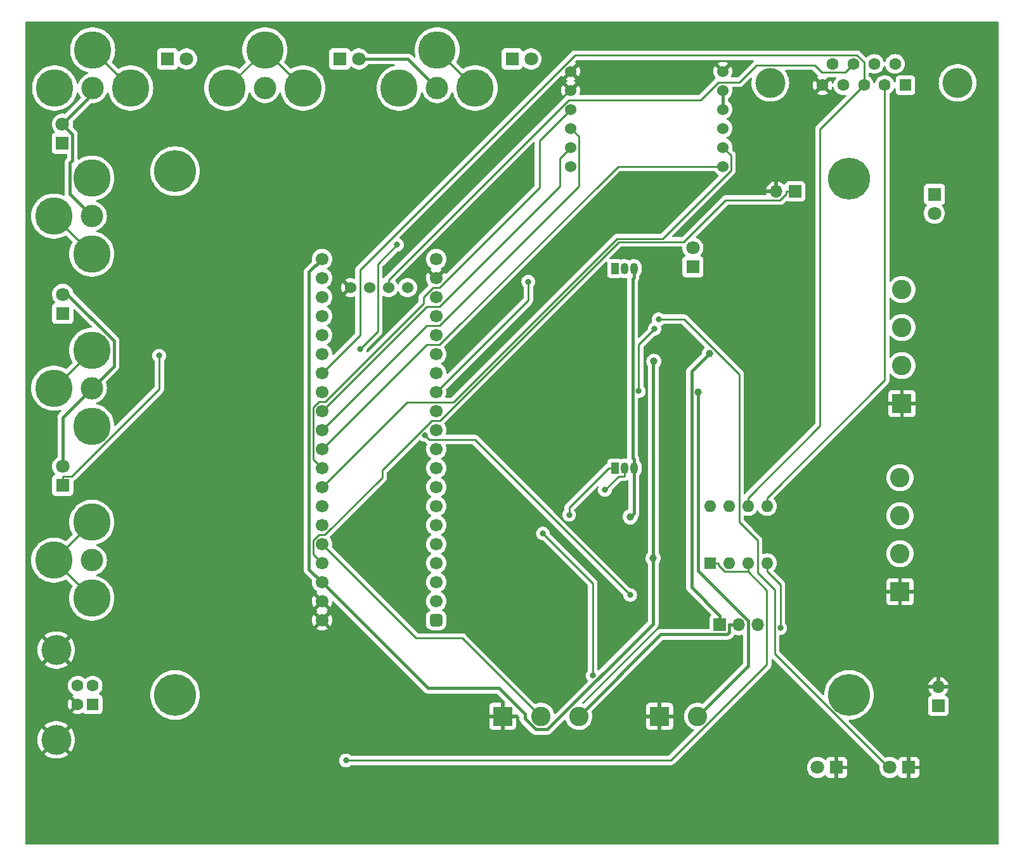
<source format=gbl>
G04 #@! TF.GenerationSoftware,KiCad,Pcbnew,7.0.2*
G04 #@! TF.CreationDate,2023-05-21T20:01:26+03:00*
G04 #@! TF.ProjectId,DewController-V1.0,44657743-6f6e-4747-926f-6c6c65722d56,rev?*
G04 #@! TF.SameCoordinates,Original*
G04 #@! TF.FileFunction,Copper,L2,Bot*
G04 #@! TF.FilePolarity,Positive*
%FSLAX46Y46*%
G04 Gerber Fmt 4.6, Leading zero omitted, Abs format (unit mm)*
G04 Created by KiCad (PCBNEW 7.0.2) date 2023-05-21 20:01:26*
%MOMM*%
%LPD*%
G01*
G04 APERTURE LIST*
G04 Aperture macros list*
%AMRoundRect*
0 Rectangle with rounded corners*
0 $1 Rounding radius*
0 $2 $3 $4 $5 $6 $7 $8 $9 X,Y pos of 4 corners*
0 Add a 4 corners polygon primitive as box body*
4,1,4,$2,$3,$4,$5,$6,$7,$8,$9,$2,$3,0*
0 Add four circle primitives for the rounded corners*
1,1,$1+$1,$2,$3*
1,1,$1+$1,$4,$5*
1,1,$1+$1,$6,$7*
1,1,$1+$1,$8,$9*
0 Add four rect primitives between the rounded corners*
20,1,$1+$1,$2,$3,$4,$5,0*
20,1,$1+$1,$4,$5,$6,$7,0*
20,1,$1+$1,$6,$7,$8,$9,0*
20,1,$1+$1,$8,$9,$2,$3,0*%
G04 Aperture macros list end*
G04 #@! TA.AperFunction,ComponentPad*
%ADD10R,1.700000X1.700000*%
G04 #@! TD*
G04 #@! TA.AperFunction,ComponentPad*
%ADD11O,1.700000X1.700000*%
G04 #@! TD*
G04 #@! TA.AperFunction,ComponentPad*
%ADD12R,1.800000X1.800000*%
G04 #@! TD*
G04 #@! TA.AperFunction,ComponentPad*
%ADD13C,1.800000*%
G04 #@! TD*
G04 #@! TA.AperFunction,ComponentPad*
%ADD14R,1.600000X1.600000*%
G04 #@! TD*
G04 #@! TA.AperFunction,ComponentPad*
%ADD15C,1.600000*%
G04 #@! TD*
G04 #@! TA.AperFunction,ComponentPad*
%ADD16C,4.000000*%
G04 #@! TD*
G04 #@! TA.AperFunction,ComponentPad*
%ADD17R,1.050000X1.500000*%
G04 #@! TD*
G04 #@! TA.AperFunction,ComponentPad*
%ADD18O,1.050000X1.500000*%
G04 #@! TD*
G04 #@! TA.AperFunction,ComponentPad*
%ADD19C,5.600000*%
G04 #@! TD*
G04 #@! TA.AperFunction,ComponentPad*
%ADD20C,5.000000*%
G04 #@! TD*
G04 #@! TA.AperFunction,ComponentPad*
%ADD21C,3.000000*%
G04 #@! TD*
G04 #@! TA.AperFunction,ComponentPad*
%ADD22R,2.600000X2.600000*%
G04 #@! TD*
G04 #@! TA.AperFunction,ComponentPad*
%ADD23C,2.600000*%
G04 #@! TD*
G04 #@! TA.AperFunction,ComponentPad*
%ADD24O,1.600000X1.600000*%
G04 #@! TD*
G04 #@! TA.AperFunction,ComponentPad*
%ADD25C,1.524000*%
G04 #@! TD*
G04 #@! TA.AperFunction,ComponentPad*
%ADD26RoundRect,0.425000X-0.425000X-0.425000X0.425000X-0.425000X0.425000X0.425000X-0.425000X0.425000X0*%
G04 #@! TD*
G04 #@! TA.AperFunction,ComponentPad*
%ADD27C,1.700000*%
G04 #@! TD*
G04 #@! TA.AperFunction,ViaPad*
%ADD28C,0.800000*%
G04 #@! TD*
G04 #@! TA.AperFunction,ViaPad*
%ADD29C,1.000000*%
G04 #@! TD*
G04 #@! TA.AperFunction,Conductor*
%ADD30C,0.400000*%
G04 #@! TD*
G04 #@! TA.AperFunction,Conductor*
%ADD31C,0.250000*%
G04 #@! TD*
G04 APERTURE END LIST*
D10*
X137160000Y-106680000D03*
D11*
X137160000Y-104140000D03*
D12*
X133223000Y-114935000D03*
D13*
X130683000Y-114935000D03*
D14*
X24240000Y-106490000D03*
D15*
X24240000Y-103990000D03*
X22240000Y-103990000D03*
X22240000Y-106490000D03*
D16*
X19380000Y-111240000D03*
X19380000Y-99240000D03*
D12*
X136637000Y-38320000D03*
D13*
X136637000Y-40860000D03*
D17*
X93980000Y-74930000D03*
D18*
X95250000Y-74930000D03*
X96520000Y-74930000D03*
D19*
X35240000Y-35240000D03*
D16*
X139730000Y-23440000D03*
X114730000Y-23440000D03*
D14*
X132770000Y-23740000D03*
D15*
X130000000Y-23740000D03*
X127230000Y-23740000D03*
X124460000Y-23740000D03*
X121690000Y-23740000D03*
X131385000Y-20900000D03*
X128615000Y-20900000D03*
X125845000Y-20900000D03*
X123075000Y-20900000D03*
D12*
X20240000Y-54240000D03*
D13*
X20240000Y-51700000D03*
D19*
X125240000Y-105240000D03*
D20*
X52320000Y-24130000D03*
D21*
X47240000Y-24130000D03*
D20*
X42160000Y-24130000D03*
X47240000Y-19050000D03*
D22*
X132304000Y-66294000D03*
D23*
X132304000Y-61214000D03*
X132304000Y-56134000D03*
X132304000Y-51054000D03*
D20*
X29320000Y-24130000D03*
D21*
X24240000Y-24130000D03*
D20*
X19160000Y-24130000D03*
X24240000Y-19050000D03*
D12*
X57240000Y-20240000D03*
D13*
X59780000Y-20240000D03*
D20*
X75320000Y-24130000D03*
D21*
X70240000Y-24130000D03*
D20*
X65160000Y-24130000D03*
X70240000Y-19050000D03*
D17*
X93980000Y-48260000D03*
D18*
X95250000Y-48260000D03*
X96520000Y-48260000D03*
D20*
X24130000Y-59160000D03*
D21*
X24130000Y-64240000D03*
D20*
X24130000Y-69320000D03*
X19050000Y-64240000D03*
D22*
X99949000Y-108097000D03*
D23*
X105029000Y-108097000D03*
D12*
X20193000Y-31501000D03*
D13*
X20193000Y-28961000D03*
D14*
X106680000Y-87630000D03*
D24*
X109220000Y-87630000D03*
X111760000Y-87630000D03*
X114300000Y-87630000D03*
X114300000Y-80010000D03*
X111760000Y-80010000D03*
X109220000Y-80010000D03*
X106680000Y-80010000D03*
D25*
X88080000Y-21890000D03*
X88080000Y-24430000D03*
X88080000Y-26970000D03*
X88080000Y-29510000D03*
X88080000Y-32050000D03*
X88080000Y-34590000D03*
X108400000Y-34590000D03*
X108400000Y-32050000D03*
X108400000Y-29510000D03*
X108400000Y-26970000D03*
X108400000Y-24430000D03*
X108400000Y-21890000D03*
D19*
X35240000Y-105240000D03*
D26*
X70104000Y-95250000D03*
D27*
X70104000Y-92710000D03*
X70104000Y-90170000D03*
X70104000Y-87630000D03*
X70104000Y-85090000D03*
X70104000Y-82550000D03*
X70104000Y-80010000D03*
X70104000Y-77470000D03*
X70104000Y-74930000D03*
X70104000Y-72390000D03*
X70104000Y-69850000D03*
X70104000Y-67310000D03*
X70104000Y-64770000D03*
X70104000Y-62230000D03*
X70104000Y-59690000D03*
X70104000Y-57150000D03*
X70104000Y-54610000D03*
X70104000Y-52070000D03*
X70104000Y-49530000D03*
X70104000Y-46990000D03*
X54864000Y-46990000D03*
X54864000Y-49530000D03*
X54864000Y-52070000D03*
X54864000Y-54610000D03*
X54864000Y-57150000D03*
X54864000Y-59690000D03*
X54864000Y-62230000D03*
X54864000Y-64770000D03*
X54864000Y-67310000D03*
X54864000Y-69850000D03*
X54864000Y-72390000D03*
X54864000Y-74930000D03*
X54864000Y-77470000D03*
X54864000Y-80010000D03*
X54864000Y-82550000D03*
X54864000Y-85090000D03*
X54864000Y-87630000D03*
X54864000Y-90170000D03*
X54864000Y-92710000D03*
X54864000Y-95250000D03*
D25*
X66294000Y-50800000D03*
X63754000Y-50800000D03*
X61214000Y-50800000D03*
X58674000Y-50800000D03*
D19*
X125240000Y-36240000D03*
D20*
X24130000Y-82160000D03*
D21*
X24130000Y-87240000D03*
D20*
X24130000Y-92320000D03*
X19050000Y-87240000D03*
D12*
X34240000Y-20240000D03*
D13*
X36780000Y-20240000D03*
D12*
X104390000Y-48011000D03*
D13*
X104390000Y-45471000D03*
D22*
X78994000Y-108097000D03*
D23*
X84074000Y-108097000D03*
X89154000Y-108097000D03*
D20*
X24130000Y-36160000D03*
D21*
X24130000Y-41240000D03*
D20*
X24130000Y-46320000D03*
X19050000Y-41240000D03*
D12*
X80240000Y-20240000D03*
D13*
X82780000Y-20240000D03*
D10*
X118034000Y-37938000D03*
D11*
X115494000Y-37938000D03*
D12*
X123571000Y-114935000D03*
D13*
X121031000Y-114935000D03*
D10*
X107965000Y-95885000D03*
D11*
X110505000Y-95885000D03*
X113045000Y-95885000D03*
D22*
X132050000Y-91440000D03*
D23*
X132050000Y-86360000D03*
X132050000Y-81280000D03*
X132050000Y-76200000D03*
D12*
X20240000Y-77240000D03*
D13*
X20240000Y-74700000D03*
D28*
X96012000Y-39878000D03*
X84074000Y-51689000D03*
X78105000Y-39878000D03*
X89154000Y-59690000D03*
X91313000Y-88900000D03*
X104648000Y-94996000D03*
X77216000Y-78613000D03*
X83693000Y-70993000D03*
X118999000Y-59436000D03*
X118745000Y-49657000D03*
X101600000Y-65151000D03*
X102108000Y-57785000D03*
X45466000Y-106299000D03*
X46101000Y-29083000D03*
X42926000Y-48514000D03*
X45847000Y-54991000D03*
X45212000Y-44958000D03*
X45847000Y-114554000D03*
X51562000Y-113665000D03*
X59436000Y-112649000D03*
X45085000Y-110871000D03*
D29*
X105105100Y-64769900D03*
D28*
X58059200Y-113986000D03*
X116059500Y-96293900D03*
D29*
X106572700Y-59637800D03*
D28*
X99279500Y-56309000D03*
X97170100Y-64617000D03*
X92645400Y-77835600D03*
X87859400Y-81168200D03*
D29*
X99091000Y-86952600D03*
X99181800Y-60645800D03*
D28*
X59943800Y-59009900D03*
X64881400Y-45078700D03*
X82406700Y-50007700D03*
X99795900Y-55029900D03*
X91029700Y-102650400D03*
X84364700Y-83647800D03*
X33124300Y-59897300D03*
D29*
X96022800Y-81435500D03*
D28*
X68600800Y-70504900D03*
X96022800Y-91885700D03*
D30*
X84074000Y-51689000D02*
X96012000Y-39878000D01*
X101600000Y-58293000D02*
X101600000Y-65151000D01*
X102108000Y-57785000D02*
X101600000Y-58293000D01*
X105105100Y-88681600D02*
X105105100Y-64769900D01*
X111775000Y-95351500D02*
X105105100Y-88681600D01*
X111775000Y-101351000D02*
X111775000Y-95351500D01*
X105029000Y-108097000D02*
X111775000Y-101351000D01*
D31*
X106680000Y-87630000D02*
X107805100Y-87630000D01*
X111760000Y-87630000D02*
X111760000Y-88755100D01*
X107805100Y-87911400D02*
X107805100Y-87630000D01*
X108648800Y-88755100D02*
X107805100Y-87911400D01*
X111760000Y-88755100D02*
X108648800Y-88755100D01*
X101439200Y-113986000D02*
X58059200Y-113986000D01*
X114271000Y-101154200D02*
X101439200Y-113986000D01*
X114271000Y-91266100D02*
X114271000Y-101154200D01*
X111760000Y-88755100D02*
X114271000Y-91266100D01*
X116059500Y-90514600D02*
X116059500Y-96293900D01*
X114300000Y-88755100D02*
X116059500Y-90514600D01*
X114300000Y-87630000D02*
X114300000Y-88755100D01*
D30*
X104200100Y-62010400D02*
X106572700Y-59637800D01*
X104200100Y-90870000D02*
X104200100Y-62010400D01*
X107965000Y-94634900D02*
X104200100Y-90870000D01*
X107965000Y-95885000D02*
X107965000Y-94634900D01*
D31*
X97170100Y-58418400D02*
X97170100Y-64617000D01*
X99279500Y-56309000D02*
X97170100Y-58418400D01*
X95250000Y-74930000D02*
X95250000Y-76005100D01*
X94475900Y-76005100D02*
X92645400Y-77835600D01*
X95250000Y-76005100D02*
X94475900Y-76005100D01*
X93980000Y-74930000D02*
X93129900Y-74930000D01*
X87859500Y-81168200D02*
X87859400Y-81168200D01*
X87859500Y-80200400D02*
X87859500Y-81168200D01*
X93129900Y-74930000D02*
X87859500Y-80200400D01*
X53665300Y-73731300D02*
X54864000Y-74930000D01*
X53665300Y-66843500D02*
X53665300Y-73731300D01*
X54468800Y-66040000D02*
X53665300Y-66843500D01*
X55285000Y-66040000D02*
X54468800Y-66040000D01*
X68389600Y-52935400D02*
X55285000Y-66040000D01*
X68389600Y-52107000D02*
X68389600Y-52935400D01*
X69696600Y-50800000D02*
X68389600Y-52107000D01*
X70507400Y-50800000D02*
X69696600Y-50800000D01*
X83887100Y-37420300D02*
X70507400Y-50800000D01*
X83887100Y-31162900D02*
X83887100Y-37420300D01*
X88080000Y-26970000D02*
X83887100Y-31162900D01*
X94389200Y-34590000D02*
X108400000Y-34590000D01*
X70559200Y-58420000D02*
X94389200Y-34590000D01*
X68834000Y-58420000D02*
X70559200Y-58420000D01*
X54864000Y-72390000D02*
X68834000Y-58420000D01*
X89169600Y-30599600D02*
X88080000Y-29510000D01*
X89169600Y-37233900D02*
X89169600Y-30599600D01*
X70523500Y-55880000D02*
X89169600Y-37233900D01*
X68834000Y-55880000D02*
X70523500Y-55880000D01*
X54864000Y-69850000D02*
X68834000Y-55880000D01*
X86627200Y-33502800D02*
X88080000Y-32050000D01*
X86627200Y-37215100D02*
X86627200Y-33502800D01*
X70502300Y-53340000D02*
X86627200Y-37215100D01*
X68834000Y-53340000D02*
X70502300Y-53340000D01*
X54864000Y-67310000D02*
X68834000Y-53340000D01*
D30*
X99091000Y-60736600D02*
X99181800Y-60645800D01*
X99091000Y-86952600D02*
X99091000Y-60736600D01*
X53140100Y-48713900D02*
X54864000Y-46990000D01*
X53140100Y-88446100D02*
X53140100Y-48713900D01*
X54864000Y-90170000D02*
X53140100Y-88446100D01*
X99091000Y-95720600D02*
X99091000Y-86952600D01*
X84967600Y-109844000D02*
X99091000Y-95720600D01*
X83379100Y-109844000D02*
X84967600Y-109844000D01*
X81944100Y-108409000D02*
X83379100Y-109844000D01*
X81944100Y-107822500D02*
X81944100Y-108409000D01*
X78463600Y-104342000D02*
X81944100Y-107822500D01*
X69036000Y-104342000D02*
X78463600Y-104342000D01*
X54864000Y-90170000D02*
X69036000Y-104342000D01*
X108400000Y-24430000D02*
X108400000Y-26970000D01*
X100115900Y-97135100D02*
X89154000Y-108097000D01*
X109020500Y-97135100D02*
X100115900Y-97135100D01*
X109254900Y-96900700D02*
X109020500Y-97135100D01*
X109254900Y-95885000D02*
X109254900Y-96900700D01*
X110505000Y-95885000D02*
X109254900Y-95885000D01*
D31*
X62301200Y-47658900D02*
X64881400Y-45078700D01*
X62301200Y-56652500D02*
X62301200Y-47658900D01*
X59943800Y-59009900D02*
X62301200Y-56652500D01*
X109489600Y-33139600D02*
X108400000Y-32050000D01*
X109489600Y-35104400D02*
X109489600Y-33139600D01*
X100348200Y-44245800D02*
X109489600Y-35104400D01*
X94281000Y-44245800D02*
X100348200Y-44245800D01*
X72396800Y-66130000D02*
X94281000Y-44245800D01*
X66204000Y-66130000D02*
X72396800Y-66130000D01*
X54864000Y-77470000D02*
X66204000Y-66130000D01*
X124719800Y-22025200D02*
X125845000Y-20900000D01*
X121598900Y-22025200D02*
X124719800Y-22025200D01*
X120648500Y-21074800D02*
X121598900Y-22025200D01*
X112895200Y-21074800D02*
X120648500Y-21074800D01*
X110627200Y-23342800D02*
X112895200Y-21074800D01*
X107763200Y-23342800D02*
X110627200Y-23342800D01*
X105406000Y-25700000D02*
X107763200Y-23342800D01*
X87803300Y-25700000D02*
X105406000Y-25700000D01*
X63754000Y-49749300D02*
X87803300Y-25700000D01*
X63754000Y-50800000D02*
X63754000Y-49749300D01*
X127230000Y-20683400D02*
X127230000Y-23740000D01*
X126294000Y-19747400D02*
X127230000Y-20683400D01*
X88630800Y-19747400D02*
X126294000Y-19747400D01*
X59944000Y-48434200D02*
X88630800Y-19747400D01*
X59944000Y-57150000D02*
X59944000Y-48434200D01*
X54864000Y-62230000D02*
X59944000Y-57150000D01*
X121374500Y-69270400D02*
X111760000Y-78884900D01*
X121374500Y-29595500D02*
X121374500Y-69270400D01*
X127230000Y-23740000D02*
X121374500Y-29595500D01*
X111760000Y-80010000D02*
X111760000Y-78884900D01*
X130000000Y-63184900D02*
X114300000Y-78884900D01*
X130000000Y-23740000D02*
X130000000Y-63184900D01*
X114300000Y-80010000D02*
X114300000Y-78884900D01*
X82406700Y-52467300D02*
X82406700Y-50007700D01*
X70104000Y-64770000D02*
X82406700Y-52467300D01*
X67409100Y-97635100D02*
X54864000Y-85090000D01*
X73612100Y-97635100D02*
X67409100Y-97635100D01*
X84074000Y-108097000D02*
X73612100Y-97635100D01*
X99795900Y-55030000D02*
X99795900Y-55029900D01*
X103200000Y-55030000D02*
X99795900Y-55030000D01*
X110563900Y-62393900D02*
X103200000Y-55030000D01*
X110563900Y-82143100D02*
X110563900Y-62393900D01*
X113030000Y-84609200D02*
X110563900Y-82143100D01*
X113030000Y-88895000D02*
X113030000Y-84609200D01*
X115324500Y-91189500D02*
X113030000Y-88895000D01*
X115324500Y-99752300D02*
X115324500Y-91189500D01*
X130507200Y-114935000D02*
X115324500Y-99752300D01*
X130683000Y-114935000D02*
X130507200Y-114935000D01*
X91029700Y-90312800D02*
X84364700Y-83647800D01*
X91029700Y-102650400D02*
X91029700Y-90312800D01*
X24240000Y-19050000D02*
X29320000Y-24130000D01*
X19050000Y-87240000D02*
X24130000Y-92320000D01*
X24130000Y-82160000D02*
X19050000Y-87240000D01*
X33124300Y-64355700D02*
X33124300Y-59897300D01*
X21465100Y-76014900D02*
X33124300Y-64355700D01*
X20240000Y-76014900D02*
X21465100Y-76014900D01*
X20240000Y-77240000D02*
X20240000Y-76014900D01*
X47240000Y-19050000D02*
X47240000Y-19754300D01*
X46535700Y-19754300D02*
X47240000Y-19754300D01*
X42160000Y-24130000D02*
X46535700Y-19754300D01*
X47944300Y-19754300D02*
X52320000Y-24130000D01*
X47240000Y-19754300D02*
X47944300Y-19754300D01*
X19050000Y-64240000D02*
X24130000Y-59160000D01*
X70240000Y-19050000D02*
X75320000Y-24130000D01*
X19050000Y-41240000D02*
X24130000Y-46320000D01*
D30*
X66350000Y-20240000D02*
X70240000Y-24130000D01*
X59780000Y-20240000D02*
X66350000Y-20240000D01*
X27090500Y-61279500D02*
X24130000Y-64240000D01*
X27090500Y-57945100D02*
X27090500Y-61279500D01*
X20845400Y-51700000D02*
X27090500Y-57945100D01*
X20240000Y-51700000D02*
X20845400Y-51700000D01*
X20240000Y-68130000D02*
X24130000Y-64240000D01*
X20240000Y-74700000D02*
X20240000Y-68130000D01*
X21530000Y-30298000D02*
X20193000Y-28961000D01*
X21530000Y-33790000D02*
X21530000Y-30298000D01*
X21193000Y-34127000D02*
X21530000Y-33790000D01*
X21193000Y-38303000D02*
X21193000Y-34127000D01*
X24130000Y-41240000D02*
X21193000Y-38303000D01*
X24240000Y-24914000D02*
X20193000Y-28961000D01*
X24240000Y-24130000D02*
X24240000Y-24914000D01*
X96520000Y-80938300D02*
X96520000Y-74930000D01*
X96022800Y-81435500D02*
X96520000Y-80938300D01*
X96347600Y-49582500D02*
X96520000Y-49410100D01*
X96347600Y-73607500D02*
X96347600Y-49582500D01*
X96520000Y-73779900D02*
X96347600Y-73607500D01*
X96520000Y-74930000D02*
X96520000Y-73779900D01*
X96520000Y-48260000D02*
X96520000Y-49410100D01*
D31*
X75257100Y-71120000D02*
X96022800Y-91885700D01*
X69215900Y-71120000D02*
X75257100Y-71120000D01*
X68600800Y-70504900D02*
X69215900Y-71120000D01*
X118034000Y-37938000D02*
X116858900Y-37938000D01*
X53665300Y-86431300D02*
X54864000Y-87630000D01*
X53665300Y-84623500D02*
X53665300Y-86431300D01*
X54468800Y-83820000D02*
X53665300Y-84623500D01*
X55258800Y-83820000D02*
X54468800Y-83820000D01*
X62895800Y-76183000D02*
X55258800Y-83820000D01*
X62895800Y-75184500D02*
X62895800Y-76183000D01*
X69500300Y-68580000D02*
X62895800Y-75184500D01*
X70600800Y-68580000D02*
X69500300Y-68580000D01*
X94484800Y-44696000D02*
X70600800Y-68580000D01*
X103165000Y-44696000D02*
X94484800Y-44696000D01*
X108747900Y-39113100D02*
X103165000Y-44696000D01*
X116051100Y-39113100D02*
X108747900Y-39113100D01*
X116858900Y-38305300D02*
X116051100Y-39113100D01*
X116858900Y-37938000D02*
X116858900Y-38305300D01*
G04 #@! TA.AperFunction,Conductor*
G36*
X108396230Y-20400585D02*
G01*
X108401650Y-20406840D01*
X108446377Y-20383331D01*
X108470809Y-20380900D01*
X112390864Y-20380900D01*
X112457903Y-20400585D01*
X112503658Y-20453389D01*
X112513602Y-20522547D01*
X112484577Y-20586103D01*
X112463754Y-20605215D01*
X112458091Y-20609329D01*
X112429852Y-20643463D01*
X112421992Y-20652101D01*
X110401114Y-22672981D01*
X110339791Y-22706466D01*
X110313433Y-22709300D01*
X109605058Y-22709300D01*
X109538019Y-22689615D01*
X109492264Y-22636811D01*
X109482320Y-22567653D01*
X109492676Y-22532895D01*
X109590421Y-22323278D01*
X109647575Y-22109978D01*
X109666821Y-21889999D01*
X109647575Y-21670021D01*
X109590421Y-21456720D01*
X109497098Y-21256589D01*
X109451740Y-21191811D01*
X108784903Y-21858647D01*
X108784949Y-21858102D01*
X108753734Y-21734838D01*
X108684187Y-21628388D01*
X108583843Y-21550287D01*
X108463578Y-21509000D01*
X108427447Y-21509000D01*
X109098187Y-20838258D01*
X109033406Y-20792898D01*
X108833281Y-20699579D01*
X108619978Y-20642424D01*
X108460002Y-20628428D01*
X108395999Y-20603393D01*
X108364126Y-20623877D01*
X108339998Y-20628428D01*
X108180021Y-20642424D01*
X107966719Y-20699578D01*
X107766589Y-20792900D01*
X107701812Y-20838258D01*
X107701811Y-20838258D01*
X108372554Y-21509000D01*
X108368431Y-21509000D01*
X108274579Y-21524661D01*
X108162749Y-21585180D01*
X108076629Y-21678731D01*
X108025552Y-21795177D01*
X108019894Y-21863448D01*
X107348258Y-21191812D01*
X107302900Y-21256589D01*
X107209578Y-21456719D01*
X107152424Y-21670021D01*
X107133178Y-21889999D01*
X107152424Y-22109978D01*
X107209579Y-22323281D01*
X107302898Y-22523406D01*
X107402182Y-22665197D01*
X107424509Y-22731403D01*
X107407499Y-22799171D01*
X107381232Y-22825504D01*
X107382912Y-22827184D01*
X107357396Y-22852698D01*
X107342609Y-22865327D01*
X107326092Y-22877328D01*
X107297852Y-22911463D01*
X107289992Y-22920101D01*
X105179914Y-25030181D01*
X105118591Y-25063666D01*
X105092233Y-25066500D01*
X89370299Y-25066500D01*
X89303260Y-25046815D01*
X89257505Y-24994011D01*
X89247561Y-24924853D01*
X89257917Y-24890096D01*
X89270420Y-24863281D01*
X89327575Y-24649978D01*
X89346821Y-24429999D01*
X89327575Y-24210021D01*
X89270421Y-23996720D01*
X89177098Y-23796589D01*
X89131740Y-23731811D01*
X88464903Y-24398648D01*
X88464949Y-24398102D01*
X88433734Y-24274838D01*
X88364187Y-24168388D01*
X88263843Y-24090287D01*
X88143578Y-24049000D01*
X88107447Y-24049000D01*
X88778187Y-23378258D01*
X88713407Y-23332898D01*
X88583627Y-23272382D01*
X88531187Y-23226210D01*
X88512035Y-23159017D01*
X88532250Y-23092135D01*
X88583627Y-23047618D01*
X88713408Y-22987100D01*
X88778187Y-22941740D01*
X88107448Y-22271000D01*
X88111569Y-22271000D01*
X88205421Y-22255339D01*
X88317251Y-22194820D01*
X88403371Y-22101269D01*
X88454448Y-21984823D01*
X88460105Y-21916552D01*
X89131740Y-22588186D01*
X89177100Y-22523408D01*
X89270420Y-22323281D01*
X89327575Y-22109978D01*
X89346821Y-21889999D01*
X89327575Y-21670021D01*
X89270421Y-21456720D01*
X89177098Y-21256589D01*
X89131740Y-21191811D01*
X88464903Y-21858648D01*
X88464949Y-21858102D01*
X88433734Y-21734838D01*
X88364187Y-21628388D01*
X88263843Y-21550287D01*
X88143578Y-21509000D01*
X88107447Y-21509000D01*
X88778187Y-20838258D01*
X88704524Y-20786679D01*
X88705600Y-20785141D01*
X88663103Y-20747720D01*
X88643954Y-20680525D01*
X88664172Y-20613645D01*
X88680256Y-20593847D01*
X88856887Y-20417216D01*
X88918209Y-20383734D01*
X88944566Y-20380900D01*
X108329191Y-20380900D01*
X108396230Y-20400585D01*
G37*
G04 #@! TD.AperFunction*
G04 #@! TA.AperFunction,Conductor*
G36*
X107295076Y-35243185D02*
G01*
X107329610Y-35276374D01*
X107423023Y-35409781D01*
X107580219Y-35566977D01*
X107762323Y-35694488D01*
X107766378Y-35696379D01*
X107818815Y-35742549D01*
X107837968Y-35809743D01*
X107817753Y-35876624D01*
X107801653Y-35896441D01*
X100122114Y-43575981D01*
X100060791Y-43609466D01*
X100034433Y-43612300D01*
X94364628Y-43612300D01*
X94343892Y-43610011D01*
X94341091Y-43610099D01*
X94273001Y-43612239D01*
X94269106Y-43612300D01*
X94241144Y-43612300D01*
X94237290Y-43612786D01*
X94237283Y-43612787D01*
X94237025Y-43612820D01*
X94225402Y-43613734D01*
X94181110Y-43615126D01*
X94161507Y-43620822D01*
X94142456Y-43624767D01*
X94122203Y-43627325D01*
X94081008Y-43643635D01*
X94069962Y-43647416D01*
X94027405Y-43659781D01*
X94009827Y-43670176D01*
X93992360Y-43678733D01*
X93973384Y-43686246D01*
X93937544Y-43712285D01*
X93927786Y-43718695D01*
X93889637Y-43741257D01*
X93875196Y-43755698D01*
X93860409Y-43768327D01*
X93843892Y-43780328D01*
X93815652Y-43814463D01*
X93807792Y-43823101D01*
X72170714Y-65460181D01*
X72109391Y-65493666D01*
X72083033Y-65496500D01*
X71458570Y-65496500D01*
X71391531Y-65476815D01*
X71345776Y-65424011D01*
X71335832Y-65354853D01*
X71345014Y-65322691D01*
X71393294Y-65212620D01*
X71393296Y-65212616D01*
X71448564Y-64994368D01*
X71467156Y-64770000D01*
X71448564Y-64545632D01*
X71420538Y-64434960D01*
X71423162Y-64365142D01*
X71453060Y-64316842D01*
X82795516Y-52974386D01*
X82811797Y-52961344D01*
X82813714Y-52959302D01*
X82813718Y-52959300D01*
X82860406Y-52909579D01*
X82863024Y-52906878D01*
X82882834Y-52887070D01*
X82885364Y-52883808D01*
X82892943Y-52874932D01*
X82923286Y-52842621D01*
X82933122Y-52824727D01*
X82943802Y-52808468D01*
X82956313Y-52792341D01*
X82973911Y-52751672D01*
X82979041Y-52741200D01*
X83000395Y-52702360D01*
X83005472Y-52682582D01*
X83011772Y-52664182D01*
X83019881Y-52645445D01*
X83026812Y-52601676D01*
X83029178Y-52590253D01*
X83040200Y-52547330D01*
X83040200Y-52526914D01*
X83041727Y-52507514D01*
X83044920Y-52487357D01*
X83040750Y-52443242D01*
X83040200Y-52431573D01*
X83040200Y-50709457D01*
X83059885Y-50642418D01*
X83072044Y-50626490D01*
X83145740Y-50544644D01*
X83241227Y-50379256D01*
X83300242Y-50197628D01*
X83320204Y-50007700D01*
X83300242Y-49817772D01*
X83255917Y-49681354D01*
X83241227Y-49636143D01*
X83145742Y-49470758D01*
X83122054Y-49444450D01*
X83017953Y-49328834D01*
X82896412Y-49240529D01*
X82863451Y-49216581D01*
X82688985Y-49138904D01*
X82502189Y-49099200D01*
X82502187Y-49099200D01*
X82311213Y-49099200D01*
X82311211Y-49099200D01*
X82124414Y-49138904D01*
X81949948Y-49216581D01*
X81795448Y-49328833D01*
X81795447Y-49328834D01*
X81791857Y-49332821D01*
X81667657Y-49470758D01*
X81572172Y-49636143D01*
X81513158Y-49817770D01*
X81493196Y-50007700D01*
X81513158Y-50197629D01*
X81572172Y-50379256D01*
X81667657Y-50544641D01*
X81685950Y-50564957D01*
X81741351Y-50626486D01*
X81771580Y-50689476D01*
X81773200Y-50709457D01*
X81773200Y-52153532D01*
X81753515Y-52220571D01*
X81736881Y-52241213D01*
X71677819Y-62300274D01*
X71616496Y-62333759D01*
X71546804Y-62328775D01*
X71490871Y-62286903D01*
X71466562Y-62222833D01*
X71460396Y-62148417D01*
X71448564Y-62005632D01*
X71393296Y-61787384D01*
X71302860Y-61581209D01*
X71179722Y-61392732D01*
X71027240Y-61227094D01*
X70849576Y-61088811D01*
X70813067Y-61069053D01*
X70763478Y-61019836D01*
X70748370Y-60951619D01*
X70772540Y-60886063D01*
X70813067Y-60850946D01*
X70849576Y-60831189D01*
X71027240Y-60692906D01*
X71179722Y-60527268D01*
X71302860Y-60338791D01*
X71393296Y-60132616D01*
X71448564Y-59914368D01*
X71467156Y-59690000D01*
X71448564Y-59465632D01*
X71393296Y-59247384D01*
X71302860Y-59041209D01*
X71179722Y-58852732D01*
X71179721Y-58852731D01*
X71174102Y-58844130D01*
X71176952Y-58842267D01*
X71153961Y-58795691D01*
X71161815Y-58726265D01*
X71188427Y-58686675D01*
X94615284Y-35259819D01*
X94676608Y-35226334D01*
X94702966Y-35223500D01*
X107228037Y-35223500D01*
X107295076Y-35243185D01*
G37*
G04 #@! TD.AperFunction*
G04 #@! TA.AperFunction,Conductor*
G36*
X92868862Y-47310355D02*
G01*
X92924795Y-47352227D01*
X92949212Y-47417691D01*
X92948818Y-47439786D01*
X92946854Y-47458060D01*
X92946853Y-47458078D01*
X92946500Y-47461362D01*
X92946500Y-49058638D01*
X92946852Y-49061918D01*
X92946853Y-49061924D01*
X92953011Y-49119205D01*
X93004110Y-49256203D01*
X93091738Y-49373261D01*
X93208796Y-49460889D01*
X93345794Y-49511988D01*
X93345797Y-49511988D01*
X93345799Y-49511989D01*
X93406362Y-49518500D01*
X93409672Y-49518500D01*
X94550328Y-49518500D01*
X94553638Y-49518500D01*
X94614201Y-49511989D01*
X94751204Y-49460889D01*
X94751204Y-49460888D01*
X94767909Y-49454658D01*
X94768571Y-49456433D01*
X94811279Y-49440501D01*
X94856121Y-49445523D01*
X95047399Y-49503546D01*
X95250000Y-49523501D01*
X95452601Y-49503546D01*
X95479105Y-49495505D01*
X95548972Y-49494883D01*
X95608085Y-49532131D01*
X95637676Y-49595426D01*
X95639100Y-49614167D01*
X95639100Y-73575832D01*
X95619415Y-73642871D01*
X95566611Y-73688626D01*
X95497453Y-73698570D01*
X95479108Y-73694494D01*
X95452600Y-73686453D01*
X95250000Y-73666499D01*
X95047398Y-73686453D01*
X94856124Y-73744475D01*
X94786258Y-73745098D01*
X94762391Y-73733283D01*
X94614205Y-73678011D01*
X94556924Y-73671853D01*
X94556918Y-73671852D01*
X94553638Y-73671500D01*
X93406362Y-73671500D01*
X93403082Y-73671852D01*
X93403075Y-73671853D01*
X93345794Y-73678011D01*
X93208796Y-73729110D01*
X93091738Y-73816738D01*
X93004110Y-73933796D01*
X92953011Y-74070794D01*
X92950653Y-74092730D01*
X92946500Y-74131362D01*
X92946500Y-74134653D01*
X92946499Y-74134672D01*
X92946499Y-74231743D01*
X92926814Y-74298783D01*
X92885616Y-74338477D01*
X92858733Y-74354374D01*
X92841270Y-74362929D01*
X92822283Y-74370447D01*
X92786442Y-74396487D01*
X92776680Y-74402899D01*
X92738539Y-74425455D01*
X92724096Y-74439898D01*
X92709309Y-74452527D01*
X92692792Y-74464528D01*
X92664552Y-74498663D01*
X92656692Y-74507301D01*
X87470680Y-79693313D01*
X87454396Y-79706361D01*
X87405839Y-79758068D01*
X87403134Y-79760860D01*
X87383365Y-79780630D01*
X87380987Y-79783693D01*
X87380970Y-79783714D01*
X87380811Y-79783921D01*
X87373253Y-79792768D01*
X87342914Y-79825077D01*
X87333082Y-79842963D01*
X87322401Y-79859223D01*
X87309885Y-79875359D01*
X87292286Y-79916028D01*
X87287148Y-79926517D01*
X87265803Y-79965343D01*
X87260726Y-79985118D01*
X87254425Y-80003523D01*
X87246318Y-80022256D01*
X87239388Y-80066010D01*
X87237020Y-80077446D01*
X87226000Y-80120369D01*
X87226000Y-80140784D01*
X87224473Y-80160183D01*
X87221280Y-80180341D01*
X87225450Y-80224457D01*
X87226000Y-80236126D01*
X87226000Y-80466331D01*
X87206315Y-80533370D01*
X87194150Y-80549303D01*
X87120359Y-80631255D01*
X87024872Y-80796643D01*
X86965858Y-80978270D01*
X86945896Y-81168200D01*
X86965858Y-81358129D01*
X87024872Y-81539756D01*
X87120357Y-81705141D01*
X87120360Y-81705144D01*
X87248147Y-81847066D01*
X87322671Y-81901211D01*
X87402648Y-81959318D01*
X87577114Y-82036995D01*
X87763911Y-82076700D01*
X87763913Y-82076700D01*
X87954889Y-82076700D01*
X88141685Y-82036995D01*
X88141686Y-82036994D01*
X88141688Y-82036994D01*
X88316152Y-81959318D01*
X88470653Y-81847066D01*
X88598440Y-81705144D01*
X88639977Y-81633201D01*
X88693927Y-81539756D01*
X88693926Y-81539756D01*
X88752942Y-81358128D01*
X88772904Y-81168200D01*
X88752942Y-80978272D01*
X88697454Y-80807499D01*
X88693927Y-80796643D01*
X88598440Y-80631256D01*
X88547408Y-80574579D01*
X88517178Y-80511588D01*
X88525803Y-80442253D01*
X88551874Y-80403929D01*
X91599247Y-77356555D01*
X91660568Y-77323072D01*
X91730260Y-77328056D01*
X91786193Y-77369928D01*
X91810610Y-77435392D01*
X91804857Y-77482556D01*
X91751858Y-77645670D01*
X91731896Y-77835600D01*
X91751858Y-78025529D01*
X91810872Y-78207156D01*
X91906357Y-78372541D01*
X91935755Y-78405191D01*
X92034147Y-78514466D01*
X92167038Y-78611017D01*
X92188648Y-78626718D01*
X92363114Y-78704395D01*
X92549911Y-78744100D01*
X92549913Y-78744100D01*
X92740889Y-78744100D01*
X92927685Y-78704395D01*
X92927686Y-78704394D01*
X92927688Y-78704394D01*
X93102152Y-78626718D01*
X93256653Y-78514466D01*
X93384440Y-78372544D01*
X93386825Y-78368414D01*
X93479927Y-78207156D01*
X93487019Y-78185328D01*
X93538942Y-78025528D01*
X93556381Y-77859599D01*
X93582964Y-77794988D01*
X93592011Y-77784892D01*
X94701985Y-76674919D01*
X94763309Y-76641434D01*
X94789667Y-76638600D01*
X95178393Y-76638600D01*
X95201627Y-76640796D01*
X95209906Y-76642375D01*
X95266015Y-76638844D01*
X95273801Y-76638600D01*
X95285963Y-76638600D01*
X95289856Y-76638600D01*
X95305800Y-76636585D01*
X95313484Y-76635858D01*
X95369650Y-76632325D01*
X95377653Y-76629724D01*
X95400444Y-76624629D01*
X95401066Y-76624550D01*
X95408797Y-76623574D01*
X95452102Y-76606428D01*
X95461066Y-76602879D01*
X95468372Y-76600247D01*
X95521875Y-76582864D01*
X95528989Y-76578348D01*
X95549780Y-76567754D01*
X95557617Y-76564652D01*
X95603104Y-76531602D01*
X95609521Y-76527241D01*
X95621061Y-76519918D01*
X95688210Y-76500619D01*
X95755136Y-76520687D01*
X95800588Y-76573753D01*
X95811500Y-76624617D01*
X95811500Y-80353752D01*
X95791815Y-80420791D01*
X95739011Y-80466546D01*
X95723496Y-80472412D01*
X95634996Y-80499258D01*
X95459796Y-80592904D01*
X95306232Y-80718932D01*
X95180204Y-80872496D01*
X95103397Y-81016194D01*
X95086559Y-81047696D01*
X95056277Y-81147523D01*
X95028891Y-81237801D01*
X95009420Y-81435500D01*
X95028891Y-81633198D01*
X95028892Y-81633201D01*
X95086559Y-81823304D01*
X95086561Y-81823307D01*
X95159259Y-81959318D01*
X95180205Y-81998504D01*
X95306232Y-82152068D01*
X95459796Y-82278095D01*
X95634996Y-82371741D01*
X95825099Y-82429408D01*
X96022800Y-82448880D01*
X96220501Y-82429408D01*
X96410604Y-82371741D01*
X96585804Y-82278095D01*
X96739368Y-82152068D01*
X96865395Y-81998504D01*
X96959041Y-81823304D01*
X97016708Y-81633201D01*
X97032784Y-81469970D01*
X97054136Y-81411686D01*
X97054212Y-81411575D01*
X97054215Y-81411573D01*
X97088816Y-81361443D01*
X97093222Y-81355457D01*
X97094413Y-81353937D01*
X97130775Y-81307526D01*
X97135037Y-81298054D01*
X97146055Y-81278519D01*
X97151954Y-81269975D01*
X97161697Y-81244284D01*
X97173542Y-81213052D01*
X97176400Y-81206150D01*
X97201389Y-81150629D01*
X97203260Y-81140413D01*
X97209287Y-81118798D01*
X97212965Y-81109101D01*
X97220304Y-81048654D01*
X97221420Y-81041314D01*
X97232402Y-80981392D01*
X97228726Y-80920616D01*
X97228500Y-80913130D01*
X97228500Y-75965174D01*
X97248185Y-75898135D01*
X97256647Y-75886509D01*
X97296448Y-75838011D01*
X97383482Y-75731960D01*
X97479450Y-75552417D01*
X97538546Y-75357601D01*
X97553500Y-75205775D01*
X97553500Y-74654225D01*
X97538546Y-74502399D01*
X97479450Y-74307583D01*
X97383482Y-74128040D01*
X97256645Y-73973489D01*
X97229333Y-73909180D01*
X97228499Y-73894825D01*
X97228499Y-73805018D01*
X97228723Y-73797599D01*
X97232401Y-73736807D01*
X97221426Y-73676925D01*
X97220301Y-73669525D01*
X97219167Y-73660182D01*
X97212965Y-73609099D01*
X97209285Y-73599397D01*
X97203257Y-73577771D01*
X97202902Y-73575832D01*
X97201388Y-73567570D01*
X97176404Y-73512057D01*
X97173537Y-73505136D01*
X97164723Y-73481895D01*
X97151954Y-73448225D01*
X97146055Y-73439679D01*
X97135032Y-73420133D01*
X97130775Y-73410675D01*
X97130775Y-73410674D01*
X97093227Y-73362749D01*
X97088791Y-73356719D01*
X97078048Y-73341154D01*
X97056167Y-73274799D01*
X97056100Y-73270717D01*
X97056100Y-65649500D01*
X97075785Y-65582461D01*
X97128589Y-65536706D01*
X97180100Y-65525500D01*
X97265589Y-65525500D01*
X97452385Y-65485795D01*
X97452386Y-65485794D01*
X97452388Y-65485794D01*
X97626852Y-65408118D01*
X97781353Y-65295866D01*
X97909140Y-65153944D01*
X97957977Y-65069357D01*
X98004627Y-64988556D01*
X98032418Y-64903025D01*
X98063642Y-64806928D01*
X98083604Y-64617000D01*
X98063642Y-64427072D01*
X98027825Y-64316840D01*
X98004627Y-64245443D01*
X97909140Y-64080055D01*
X97835449Y-63998213D01*
X97805219Y-63935221D01*
X97803599Y-63915241D01*
X97803599Y-61322592D01*
X97803599Y-58732162D01*
X97823284Y-58665127D01*
X97839913Y-58644490D01*
X99230585Y-57253819D01*
X99291909Y-57220334D01*
X99318267Y-57217500D01*
X99374989Y-57217500D01*
X99561785Y-57177795D01*
X99561786Y-57177794D01*
X99561788Y-57177794D01*
X99736252Y-57100118D01*
X99890753Y-56987866D01*
X100018540Y-56845944D01*
X100114027Y-56680556D01*
X100173042Y-56498928D01*
X100193004Y-56309000D01*
X100173042Y-56119072D01*
X100132998Y-55995832D01*
X100131004Y-55925996D01*
X100167084Y-55866163D01*
X100200489Y-55844241D01*
X100252652Y-55821018D01*
X100273239Y-55806061D01*
X100321574Y-55770943D01*
X100407153Y-55708766D01*
X100410968Y-55704528D01*
X100470455Y-55667880D01*
X100503119Y-55663500D01*
X102886234Y-55663500D01*
X102953273Y-55683185D01*
X102973915Y-55699819D01*
X105945692Y-58671596D01*
X105979177Y-58732919D01*
X105974193Y-58802611D01*
X105936677Y-58855129D01*
X105856133Y-58921231D01*
X105730104Y-59074796D01*
X105653329Y-59218434D01*
X105636459Y-59249996D01*
X105586354Y-59415169D01*
X105578791Y-59440102D01*
X105562422Y-59606301D01*
X105536261Y-59671089D01*
X105526700Y-59681828D01*
X103716904Y-61491624D01*
X103711452Y-61496757D01*
X103665883Y-61537128D01*
X103631301Y-61587227D01*
X103626865Y-61593256D01*
X103589325Y-61641173D01*
X103585064Y-61650640D01*
X103574046Y-61670175D01*
X103568145Y-61678725D01*
X103546557Y-61735645D01*
X103543693Y-61742561D01*
X103518710Y-61798071D01*
X103516838Y-61808289D01*
X103510814Y-61829896D01*
X103507135Y-61839596D01*
X103499796Y-61900032D01*
X103498669Y-61907431D01*
X103487697Y-61967305D01*
X103491374Y-62028074D01*
X103491600Y-62035561D01*
X103491600Y-90844837D01*
X103491374Y-90852324D01*
X103487697Y-90913095D01*
X103498669Y-90972970D01*
X103499796Y-90980369D01*
X103507135Y-91040802D01*
X103510813Y-91050500D01*
X103516838Y-91072111D01*
X103518711Y-91082329D01*
X103543697Y-91137848D01*
X103546563Y-91144766D01*
X103568147Y-91201677D01*
X103574041Y-91210216D01*
X103585064Y-91229760D01*
X103589324Y-91239225D01*
X103626861Y-91287137D01*
X103631300Y-91293170D01*
X103665882Y-91343270D01*
X103665884Y-91343272D01*
X103665885Y-91343273D01*
X103711470Y-91383658D01*
X103716905Y-91388775D01*
X106792452Y-94464322D01*
X106825937Y-94525645D01*
X106820953Y-94595337D01*
X106779082Y-94651270D01*
X106751737Y-94671739D01*
X106664110Y-94788796D01*
X106613011Y-94925794D01*
X106606853Y-94983075D01*
X106606500Y-94986362D01*
X106606500Y-94989671D01*
X106606500Y-96302600D01*
X106586815Y-96369639D01*
X106534011Y-96415394D01*
X106482500Y-96426600D01*
X100141069Y-96426600D01*
X100133582Y-96426374D01*
X100072805Y-96422697D01*
X100012930Y-96433669D01*
X100005531Y-96434795D01*
X99945100Y-96442134D01*
X99935396Y-96445814D01*
X99913789Y-96451838D01*
X99903568Y-96453711D01*
X99848057Y-96478694D01*
X99841142Y-96481559D01*
X99784224Y-96503146D01*
X99775675Y-96509047D01*
X99756139Y-96520065D01*
X99746676Y-96524324D01*
X99698757Y-96561865D01*
X99692729Y-96566300D01*
X99642627Y-96600884D01*
X99602257Y-96646452D01*
X99597124Y-96651904D01*
X89887489Y-106361539D01*
X89826166Y-106395024D01*
X89763258Y-106392349D01*
X89698498Y-106372373D01*
X89640239Y-106333803D01*
X89612081Y-106269858D01*
X89622965Y-106200841D01*
X89647364Y-106166204D01*
X99574208Y-96239360D01*
X99579611Y-96234273D01*
X99625215Y-96193873D01*
X99659816Y-96143743D01*
X99664222Y-96137757D01*
X99701775Y-96089826D01*
X99706037Y-96080354D01*
X99717055Y-96060819D01*
X99722954Y-96052275D01*
X99729205Y-96035789D01*
X99744542Y-95995352D01*
X99747400Y-95988450D01*
X99772389Y-95932929D01*
X99774260Y-95922713D01*
X99780287Y-95901098D01*
X99783965Y-95891401D01*
X99791304Y-95830954D01*
X99792420Y-95823614D01*
X99803402Y-95763692D01*
X99799726Y-95702916D01*
X99799500Y-95695430D01*
X99799500Y-87723366D01*
X99819185Y-87656327D01*
X99827642Y-87644707D01*
X99933595Y-87515604D01*
X100027241Y-87340404D01*
X100084908Y-87150301D01*
X100104380Y-86952600D01*
X100084908Y-86754899D01*
X100027241Y-86564796D01*
X99933595Y-86389596D01*
X99860201Y-86300165D01*
X99827646Y-86260496D01*
X99800334Y-86196186D01*
X99799500Y-86181832D01*
X99799500Y-61502154D01*
X99819185Y-61435115D01*
X99844833Y-61406302D01*
X99898368Y-61362368D01*
X100024395Y-61208804D01*
X100118041Y-61033604D01*
X100175708Y-60843501D01*
X100195180Y-60645800D01*
X100175708Y-60448099D01*
X100118041Y-60257996D01*
X100024395Y-60082796D01*
X99898368Y-59929232D01*
X99744804Y-59803205D01*
X99744803Y-59803204D01*
X99639470Y-59746903D01*
X99569604Y-59709559D01*
X99379501Y-59651892D01*
X99379498Y-59651891D01*
X99181800Y-59632420D01*
X98984101Y-59651891D01*
X98920815Y-59671089D01*
X98793996Y-59709559D01*
X98793992Y-59709560D01*
X98793992Y-59709561D01*
X98618796Y-59803204D01*
X98465232Y-59929232D01*
X98339204Y-60082796D01*
X98245561Y-60257992D01*
X98245559Y-60257996D01*
X98221051Y-60338788D01*
X98187891Y-60448101D01*
X98168420Y-60645800D01*
X98187891Y-60843498D01*
X98187892Y-60843501D01*
X98245559Y-61033604D01*
X98339205Y-61208804D01*
X98354351Y-61227260D01*
X98381666Y-61291567D01*
X98382500Y-61305926D01*
X98382500Y-86181832D01*
X98362815Y-86248871D01*
X98354354Y-86260496D01*
X98248404Y-86389597D01*
X98154761Y-86564792D01*
X98154759Y-86564796D01*
X98120123Y-86678976D01*
X98097091Y-86754901D01*
X98077620Y-86952599D01*
X98097091Y-87150298D01*
X98097092Y-87150301D01*
X98154759Y-87340404D01*
X98154761Y-87340407D01*
X98245354Y-87509897D01*
X98248405Y-87515604D01*
X98354353Y-87644702D01*
X98381666Y-87709011D01*
X98382500Y-87723366D01*
X98382500Y-95375767D01*
X98362815Y-95442806D01*
X98346181Y-95463448D01*
X91874881Y-101934748D01*
X91813558Y-101968233D01*
X91743866Y-101963249D01*
X91687933Y-101921377D01*
X91663516Y-101855913D01*
X91663200Y-101847067D01*
X91663200Y-90396427D01*
X91665489Y-90375694D01*
X91663261Y-90304799D01*
X91663200Y-90300904D01*
X91663200Y-90276835D01*
X91663200Y-90272944D01*
X91662682Y-90268843D01*
X91661764Y-90257187D01*
X91661068Y-90235036D01*
X91660373Y-90212910D01*
X91654678Y-90193311D01*
X91650733Y-90174262D01*
X91648174Y-90154003D01*
X91631863Y-90112807D01*
X91628080Y-90101758D01*
X91615718Y-90059206D01*
X91605322Y-90041628D01*
X91596767Y-90024166D01*
X91589252Y-90005183D01*
X91563212Y-89969342D01*
X91556798Y-89959578D01*
X91548553Y-89945636D01*
X91534242Y-89921437D01*
X91519807Y-89907002D01*
X91507170Y-89892207D01*
X91506259Y-89890953D01*
X91495172Y-89875693D01*
X91461024Y-89847443D01*
X91452396Y-89839591D01*
X85311320Y-83698515D01*
X85277835Y-83637192D01*
X85275682Y-83623812D01*
X85258242Y-83457872D01*
X85199227Y-83276244D01*
X85199227Y-83276243D01*
X85103742Y-83110858D01*
X85047235Y-83048101D01*
X84975953Y-82968934D01*
X84821452Y-82856682D01*
X84821451Y-82856681D01*
X84646985Y-82779004D01*
X84460189Y-82739300D01*
X84460187Y-82739300D01*
X84269213Y-82739300D01*
X84269211Y-82739300D01*
X84082414Y-82779004D01*
X83907948Y-82856681D01*
X83753448Y-82968933D01*
X83625657Y-83110858D01*
X83530172Y-83276243D01*
X83471158Y-83457870D01*
X83451196Y-83647799D01*
X83471158Y-83837729D01*
X83530172Y-84019356D01*
X83625657Y-84184741D01*
X83655055Y-84217391D01*
X83753447Y-84326666D01*
X83859570Y-84403769D01*
X83907948Y-84438918D01*
X84082414Y-84516595D01*
X84269211Y-84556300D01*
X84269213Y-84556300D01*
X84325934Y-84556300D01*
X84392973Y-84575985D01*
X84413615Y-84592619D01*
X90359881Y-90538884D01*
X90393366Y-90600207D01*
X90396200Y-90626565D01*
X90396200Y-101948642D01*
X90376515Y-102015681D01*
X90364350Y-102031614D01*
X90290659Y-102113455D01*
X90195172Y-102278843D01*
X90136158Y-102460470D01*
X90116196Y-102650400D01*
X90136158Y-102840329D01*
X90195172Y-103021956D01*
X90290657Y-103187341D01*
X90290660Y-103187344D01*
X90369046Y-103274401D01*
X90399275Y-103337390D01*
X90390650Y-103406725D01*
X90364576Y-103445052D01*
X86047446Y-107762182D01*
X85986123Y-107795667D01*
X85916431Y-107790683D01*
X85860498Y-107748811D01*
X85838874Y-107702094D01*
X85817654Y-107609124D01*
X85806999Y-107562441D01*
X85788786Y-107516036D01*
X85729682Y-107365440D01*
X85707971Y-107310121D01*
X85572443Y-107075379D01*
X85403442Y-106863458D01*
X85403438Y-106863454D01*
X85204749Y-106679097D01*
X85129978Y-106628119D01*
X84980786Y-106526401D01*
X84736572Y-106408794D01*
X84618498Y-106372373D01*
X84477557Y-106328898D01*
X84209529Y-106288500D01*
X84209528Y-106288500D01*
X83938472Y-106288500D01*
X83938471Y-106288500D01*
X83670442Y-106328898D01*
X83411428Y-106408793D01*
X83403130Y-106412790D01*
X83334188Y-106424139D01*
X83270054Y-106396413D01*
X83261652Y-106388748D01*
X78697177Y-101824273D01*
X74119188Y-97246283D01*
X74106144Y-97230002D01*
X74104100Y-97228083D01*
X74104100Y-97228082D01*
X74054415Y-97181425D01*
X74051650Y-97178745D01*
X74034627Y-97161722D01*
X74031870Y-97158965D01*
X74028586Y-97156417D01*
X74019723Y-97148846D01*
X73987421Y-97118514D01*
X73969533Y-97108680D01*
X73953269Y-97097996D01*
X73937140Y-97085485D01*
X73896477Y-97067889D01*
X73885983Y-97062748D01*
X73847162Y-97041405D01*
X73835486Y-97038407D01*
X73827384Y-97036327D01*
X73808979Y-97030026D01*
X73790245Y-97021919D01*
X73790243Y-97021918D01*
X73790242Y-97021918D01*
X73746483Y-97014987D01*
X73735043Y-97012618D01*
X73692131Y-97001600D01*
X73692130Y-97001600D01*
X73671716Y-97001600D01*
X73652317Y-97000073D01*
X73632158Y-96996880D01*
X73632157Y-96996880D01*
X73599418Y-96999974D01*
X73588043Y-97001050D01*
X73576374Y-97001600D01*
X67722866Y-97001600D01*
X67655827Y-96981915D01*
X67635185Y-96965281D01*
X56213062Y-85543157D01*
X56179577Y-85481834D01*
X56180537Y-85425038D01*
X56208564Y-85314368D01*
X56227156Y-85090000D01*
X56208564Y-84865632D01*
X56153296Y-84647384D01*
X56062860Y-84441209D01*
X55939722Y-84252732D01*
X55920560Y-84231917D01*
X55915931Y-84226888D01*
X55885008Y-84164233D01*
X55892868Y-84094807D01*
X55919476Y-84055226D01*
X63284618Y-76690085D01*
X63300897Y-76677044D01*
X63302814Y-76675002D01*
X63302818Y-76675000D01*
X63349491Y-76625296D01*
X63352108Y-76622595D01*
X63371935Y-76602770D01*
X63374460Y-76599513D01*
X63382051Y-76590624D01*
X63412386Y-76558321D01*
X63422219Y-76540432D01*
X63432900Y-76524172D01*
X63445414Y-76508041D01*
X63463007Y-76467381D01*
X63468143Y-76456895D01*
X63489495Y-76418060D01*
X63494573Y-76398277D01*
X63500870Y-76379885D01*
X63508981Y-76361145D01*
X63515912Y-76317376D01*
X63518278Y-76305953D01*
X63529300Y-76263030D01*
X63529300Y-76242613D01*
X63530827Y-76223214D01*
X63534020Y-76203057D01*
X63529850Y-76158942D01*
X63529300Y-76147273D01*
X63529300Y-75498265D01*
X63548985Y-75431226D01*
X63565614Y-75410589D01*
X67803762Y-71172440D01*
X67865083Y-71138957D01*
X67934775Y-71143941D01*
X67983589Y-71177149D01*
X67989547Y-71183766D01*
X68086509Y-71254213D01*
X68144048Y-71296018D01*
X68318514Y-71373695D01*
X68505311Y-71413400D01*
X68505313Y-71413400D01*
X68562033Y-71413400D01*
X68629072Y-71433085D01*
X68649714Y-71449719D01*
X68708813Y-71508818D01*
X68721859Y-71525101D01*
X68723899Y-71527016D01*
X68723900Y-71527018D01*
X68773585Y-71573675D01*
X68776349Y-71576354D01*
X68796130Y-71596135D01*
X68799206Y-71598521D01*
X68799403Y-71598674D01*
X68808272Y-71606249D01*
X68840579Y-71636586D01*
X68840581Y-71636587D01*
X68851999Y-71647309D01*
X68849345Y-71650134D01*
X68879458Y-71680410D01*
X68894126Y-71748723D01*
X68884022Y-71789353D01*
X68822394Y-71929853D01*
X68814704Y-71947384D01*
X68804758Y-71986661D01*
X68759435Y-72165636D01*
X68740843Y-72390000D01*
X68759435Y-72614363D01*
X68814705Y-72832618D01*
X68905138Y-73038788D01*
X68905140Y-73038791D01*
X69028278Y-73227268D01*
X69180760Y-73392906D01*
X69358424Y-73531189D01*
X69358426Y-73531190D01*
X69394931Y-73550946D01*
X69444521Y-73600165D01*
X69459629Y-73668382D01*
X69435458Y-73733937D01*
X69394931Y-73769054D01*
X69358426Y-73788809D01*
X69180760Y-73927094D01*
X69028279Y-74092730D01*
X68905138Y-74281211D01*
X68824729Y-74464528D01*
X68814704Y-74487384D01*
X68760862Y-74699999D01*
X68759435Y-74705636D01*
X68740843Y-74930000D01*
X68759435Y-75154363D01*
X68759435Y-75154366D01*
X68759436Y-75154368D01*
X68810901Y-75357599D01*
X68814705Y-75372618D01*
X68905138Y-75578788D01*
X68905140Y-75578791D01*
X69028278Y-75767268D01*
X69180760Y-75932906D01*
X69358424Y-76071189D01*
X69394930Y-76090945D01*
X69444520Y-76140162D01*
X69459630Y-76208379D01*
X69435459Y-76273935D01*
X69394933Y-76309052D01*
X69358427Y-76328809D01*
X69358425Y-76328810D01*
X69358424Y-76328811D01*
X69273247Y-76395108D01*
X69180760Y-76467094D01*
X69028279Y-76632730D01*
X68905138Y-76821211D01*
X68819329Y-77016840D01*
X68814704Y-77027384D01*
X68804758Y-77066661D01*
X68759435Y-77245636D01*
X68740843Y-77470000D01*
X68759435Y-77694363D01*
X68759435Y-77694366D01*
X68759436Y-77694368D01*
X68808522Y-77888205D01*
X68814705Y-77912618D01*
X68905138Y-78118788D01*
X68905140Y-78118791D01*
X69028278Y-78307268D01*
X69180760Y-78472906D01*
X69358424Y-78611189D01*
X69358426Y-78611190D01*
X69394931Y-78630946D01*
X69444521Y-78680165D01*
X69459629Y-78748382D01*
X69435458Y-78813937D01*
X69394931Y-78849054D01*
X69358426Y-78868809D01*
X69180760Y-79007094D01*
X69028279Y-79172730D01*
X68905138Y-79361211D01*
X68817611Y-79560757D01*
X68814704Y-79567384D01*
X68770302Y-79742722D01*
X68759435Y-79785636D01*
X68740843Y-80010000D01*
X68759435Y-80234363D01*
X68759435Y-80234366D01*
X68759436Y-80234368D01*
X68789668Y-80353752D01*
X68814705Y-80452618D01*
X68905138Y-80658788D01*
X68905140Y-80658791D01*
X69028278Y-80847268D01*
X69180760Y-81012906D01*
X69358424Y-81151189D01*
X69358426Y-81151190D01*
X69394931Y-81170946D01*
X69444521Y-81220165D01*
X69459629Y-81288382D01*
X69435458Y-81353937D01*
X69394931Y-81389054D01*
X69358426Y-81408809D01*
X69180760Y-81547094D01*
X69028279Y-81712730D01*
X68905138Y-81901211D01*
X68814705Y-82107381D01*
X68814704Y-82107384D01*
X68803138Y-82153057D01*
X68759435Y-82325636D01*
X68740843Y-82550000D01*
X68759435Y-82774363D01*
X68759435Y-82774366D01*
X68759436Y-82774368D01*
X68808522Y-82968205D01*
X68814705Y-82992618D01*
X68905138Y-83198788D01*
X68905140Y-83198791D01*
X69028278Y-83387268D01*
X69180760Y-83552906D01*
X69358424Y-83691189D01*
X69358426Y-83691190D01*
X69394931Y-83710946D01*
X69444521Y-83760165D01*
X69459629Y-83828382D01*
X69435458Y-83893937D01*
X69394931Y-83929054D01*
X69358426Y-83948809D01*
X69180760Y-84087094D01*
X69028279Y-84252730D01*
X68905138Y-84441211D01*
X68821392Y-84632136D01*
X68814704Y-84647384D01*
X68770302Y-84822722D01*
X68759435Y-84865636D01*
X68740843Y-85090000D01*
X68759435Y-85314363D01*
X68759436Y-85314365D01*
X68759436Y-85314368D01*
X68804757Y-85493337D01*
X68814705Y-85532618D01*
X68905138Y-85738788D01*
X68905140Y-85738791D01*
X69028278Y-85927268D01*
X69180760Y-86092906D01*
X69358424Y-86231189D01*
X69358426Y-86231190D01*
X69394931Y-86250946D01*
X69444521Y-86300165D01*
X69459629Y-86368382D01*
X69435458Y-86433937D01*
X69394931Y-86469054D01*
X69358426Y-86488809D01*
X69180760Y-86627094D01*
X69028279Y-86792730D01*
X68905138Y-86981211D01*
X68814705Y-87187381D01*
X68759435Y-87405636D01*
X68740843Y-87630000D01*
X68759435Y-87854363D01*
X68759435Y-87854366D01*
X68759436Y-87854368D01*
X68808522Y-88048205D01*
X68814705Y-88072618D01*
X68905138Y-88278788D01*
X68905140Y-88278791D01*
X69028278Y-88467268D01*
X69180760Y-88632906D01*
X69358424Y-88771189D01*
X69358426Y-88771190D01*
X69394931Y-88790946D01*
X69444521Y-88840165D01*
X69459629Y-88908382D01*
X69435458Y-88973937D01*
X69394931Y-89009054D01*
X69358426Y-89028809D01*
X69180760Y-89167094D01*
X69028279Y-89332730D01*
X68905138Y-89521211D01*
X68814705Y-89727381D01*
X68814704Y-89727384D01*
X68766030Y-89919593D01*
X68759435Y-89945636D01*
X68740843Y-90170000D01*
X68759435Y-90394363D01*
X68759436Y-90394365D01*
X68759436Y-90394368D01*
X68805808Y-90577488D01*
X68814705Y-90612618D01*
X68905138Y-90818788D01*
X68905140Y-90818791D01*
X69028278Y-91007268D01*
X69180760Y-91172906D01*
X69358424Y-91311189D01*
X69358426Y-91311190D01*
X69394931Y-91330946D01*
X69444521Y-91380165D01*
X69459629Y-91448382D01*
X69435458Y-91513937D01*
X69394931Y-91549054D01*
X69358426Y-91568809D01*
X69180760Y-91707094D01*
X69028279Y-91872730D01*
X68905138Y-92061211D01*
X68814705Y-92267381D01*
X68759435Y-92485636D01*
X68740843Y-92710000D01*
X68759435Y-92934363D01*
X68759435Y-92934366D01*
X68759436Y-92934368D01*
X68792150Y-93063553D01*
X68814705Y-93152618D01*
X68905138Y-93358788D01*
X68905140Y-93358791D01*
X68978693Y-93471373D01*
X69028279Y-93547269D01*
X69180760Y-93712906D01*
X69273979Y-93785462D01*
X69314792Y-93842173D01*
X69318465Y-93911946D01*
X69283834Y-93972629D01*
X69254112Y-93993799D01*
X69167780Y-94037787D01*
X69015280Y-94161280D01*
X68891789Y-94313778D01*
X68802701Y-94488621D01*
X68751914Y-94678162D01*
X68745691Y-94757228D01*
X68745690Y-94757244D01*
X68745500Y-94759663D01*
X68745500Y-94762107D01*
X68745500Y-94762108D01*
X68745500Y-95737914D01*
X68745500Y-95737939D01*
X68745501Y-95740336D01*
X68745689Y-95742727D01*
X68745690Y-95742748D01*
X68751914Y-95821836D01*
X68802701Y-96011378D01*
X68827886Y-96060805D01*
X68891789Y-96186221D01*
X69015280Y-96338720D01*
X69167779Y-96462211D01*
X69342621Y-96551298D01*
X69532164Y-96602086D01*
X69613663Y-96608500D01*
X70594336Y-96608499D01*
X70675836Y-96602086D01*
X70865379Y-96551298D01*
X71040221Y-96462211D01*
X71192720Y-96338720D01*
X71316211Y-96186221D01*
X71405298Y-96011379D01*
X71456086Y-95821836D01*
X71462500Y-95740337D01*
X71462499Y-94759664D01*
X71456086Y-94678164D01*
X71405298Y-94488621D01*
X71316211Y-94313779D01*
X71192720Y-94161280D01*
X71040221Y-94037789D01*
X70953887Y-93993799D01*
X70903092Y-93945825D01*
X70886297Y-93878004D01*
X70908835Y-93811869D01*
X70934016Y-93785465D01*
X71027240Y-93712906D01*
X71179722Y-93547268D01*
X71302860Y-93358791D01*
X71393296Y-93152616D01*
X71448564Y-92934368D01*
X71467156Y-92710000D01*
X71448564Y-92485632D01*
X71393296Y-92267384D01*
X71302860Y-92061209D01*
X71179722Y-91872732D01*
X71027240Y-91707094D01*
X70849576Y-91568811D01*
X70849575Y-91568810D01*
X70813067Y-91549053D01*
X70763477Y-91499833D01*
X70748370Y-91431616D01*
X70772541Y-91366061D01*
X70813066Y-91330946D01*
X70849576Y-91311189D01*
X71027240Y-91172906D01*
X71179722Y-91007268D01*
X71302860Y-90818791D01*
X71393296Y-90612616D01*
X71448564Y-90394368D01*
X71467156Y-90170000D01*
X71448564Y-89945632D01*
X71393296Y-89727384D01*
X71302860Y-89521209D01*
X71179722Y-89332732D01*
X71027240Y-89167094D01*
X70849576Y-89028811D01*
X70813067Y-89009053D01*
X70763478Y-88959836D01*
X70748370Y-88891619D01*
X70772540Y-88826063D01*
X70813067Y-88790946D01*
X70849576Y-88771189D01*
X71027240Y-88632906D01*
X71179722Y-88467268D01*
X71302860Y-88278791D01*
X71393296Y-88072616D01*
X71448564Y-87854368D01*
X71467156Y-87630000D01*
X71448564Y-87405632D01*
X71393296Y-87187384D01*
X71302860Y-86981209D01*
X71179722Y-86792732D01*
X71027240Y-86627094D01*
X70849576Y-86488811D01*
X70813067Y-86469053D01*
X70763478Y-86419836D01*
X70748370Y-86351619D01*
X70772540Y-86286063D01*
X70813067Y-86250946D01*
X70849576Y-86231189D01*
X71027240Y-86092906D01*
X71179722Y-85927268D01*
X71302860Y-85738791D01*
X71393296Y-85532616D01*
X71448564Y-85314368D01*
X71467156Y-85090000D01*
X71448564Y-84865632D01*
X71393296Y-84647384D01*
X71302860Y-84441209D01*
X71179722Y-84252732D01*
X71027240Y-84087094D01*
X70849576Y-83948811D01*
X70849575Y-83948810D01*
X70813067Y-83929053D01*
X70763477Y-83879833D01*
X70748370Y-83811616D01*
X70772541Y-83746061D01*
X70813066Y-83710946D01*
X70849576Y-83691189D01*
X71027240Y-83552906D01*
X71179722Y-83387268D01*
X71302860Y-83198791D01*
X71393296Y-82992616D01*
X71448564Y-82774368D01*
X71467156Y-82550000D01*
X71448564Y-82325632D01*
X71393296Y-82107384D01*
X71302860Y-81901209D01*
X71179722Y-81712732D01*
X71027240Y-81547094D01*
X70849576Y-81408811D01*
X70813067Y-81389053D01*
X70763478Y-81339836D01*
X70748370Y-81271619D01*
X70772540Y-81206063D01*
X70813067Y-81170946D01*
X70849576Y-81151189D01*
X71027240Y-81012906D01*
X71179722Y-80847268D01*
X71302860Y-80658791D01*
X71393296Y-80452616D01*
X71448564Y-80234368D01*
X71467156Y-80010000D01*
X71448564Y-79785632D01*
X71393296Y-79567384D01*
X71302860Y-79361209D01*
X71179722Y-79172732D01*
X71027240Y-79007094D01*
X70849576Y-78868811D01*
X70813067Y-78849053D01*
X70763478Y-78799836D01*
X70748370Y-78731619D01*
X70772540Y-78666063D01*
X70813067Y-78630946D01*
X70849576Y-78611189D01*
X71027240Y-78472906D01*
X71179722Y-78307268D01*
X71302860Y-78118791D01*
X71393296Y-77912616D01*
X71448564Y-77694368D01*
X71467156Y-77470000D01*
X71466662Y-77464044D01*
X71448564Y-77245636D01*
X71448564Y-77245632D01*
X71393296Y-77027384D01*
X71302860Y-76821209D01*
X71179722Y-76632732D01*
X71027240Y-76467094D01*
X70888956Y-76359462D01*
X70849575Y-76328810D01*
X70813067Y-76309053D01*
X70763477Y-76259833D01*
X70748370Y-76191616D01*
X70772541Y-76126061D01*
X70813066Y-76090946D01*
X70849576Y-76071189D01*
X71027240Y-75932906D01*
X71179722Y-75767268D01*
X71302860Y-75578791D01*
X71393296Y-75372616D01*
X71448564Y-75154368D01*
X71467156Y-74930000D01*
X71448564Y-74705632D01*
X71393296Y-74487384D01*
X71302860Y-74281209D01*
X71179722Y-74092732D01*
X71027240Y-73927094D01*
X70888956Y-73819462D01*
X70849575Y-73788810D01*
X70813067Y-73769053D01*
X70763477Y-73719833D01*
X70748370Y-73651616D01*
X70772541Y-73586061D01*
X70813066Y-73550946D01*
X70849576Y-73531189D01*
X71027240Y-73392906D01*
X71179722Y-73227268D01*
X71302860Y-73038791D01*
X71393296Y-72832616D01*
X71448564Y-72614368D01*
X71467156Y-72390000D01*
X71448564Y-72165632D01*
X71393296Y-71947384D01*
X71384489Y-71927307D01*
X71375589Y-71858009D01*
X71405566Y-71794897D01*
X71464906Y-71758011D01*
X71498047Y-71753500D01*
X74943334Y-71753500D01*
X75010373Y-71773185D01*
X75031015Y-71789819D01*
X95076178Y-91834982D01*
X95109663Y-91896305D01*
X95111818Y-91909701D01*
X95129258Y-92075629D01*
X95188272Y-92257256D01*
X95283757Y-92422641D01*
X95283760Y-92422644D01*
X95411547Y-92564566D01*
X95512773Y-92638111D01*
X95566048Y-92676818D01*
X95740514Y-92754495D01*
X95927311Y-92794200D01*
X95927313Y-92794200D01*
X96118289Y-92794200D01*
X96305085Y-92754495D01*
X96305086Y-92754494D01*
X96305088Y-92754494D01*
X96479552Y-92676818D01*
X96634053Y-92564566D01*
X96761840Y-92422644D01*
X96857327Y-92257256D01*
X96916342Y-92075628D01*
X96936304Y-91885700D01*
X96916342Y-91695772D01*
X96875089Y-91568809D01*
X96857327Y-91514143D01*
X96761842Y-91348758D01*
X96728015Y-91311190D01*
X96634053Y-91206834D01*
X96479552Y-91094582D01*
X96479551Y-91094581D01*
X96305085Y-91016904D01*
X96118289Y-90977200D01*
X96118287Y-90977200D01*
X96061566Y-90977200D01*
X95994527Y-90957515D01*
X95973885Y-90940881D01*
X85880273Y-80847269D01*
X75764188Y-70731183D01*
X75751144Y-70714902D01*
X75749100Y-70712983D01*
X75749100Y-70712982D01*
X75699415Y-70666325D01*
X75696650Y-70663645D01*
X75679627Y-70646622D01*
X75676870Y-70643865D01*
X75673586Y-70641317D01*
X75664723Y-70633746D01*
X75632421Y-70603414D01*
X75614533Y-70593580D01*
X75598269Y-70582896D01*
X75582140Y-70570385D01*
X75541477Y-70552789D01*
X75530983Y-70547648D01*
X75492162Y-70526305D01*
X75480486Y-70523307D01*
X75472384Y-70521227D01*
X75453979Y-70514926D01*
X75435245Y-70506819D01*
X75435243Y-70506818D01*
X75435242Y-70506818D01*
X75391483Y-70499887D01*
X75380043Y-70497518D01*
X75337131Y-70486500D01*
X75337130Y-70486500D01*
X75316716Y-70486500D01*
X75297317Y-70484973D01*
X75277158Y-70481780D01*
X75277157Y-70481780D01*
X75244418Y-70484874D01*
X75233043Y-70485950D01*
X75221374Y-70486500D01*
X71498047Y-70486500D01*
X71431008Y-70466815D01*
X71385253Y-70414011D01*
X71375309Y-70344853D01*
X71384490Y-70312691D01*
X71393296Y-70292616D01*
X71448564Y-70074368D01*
X71467156Y-69850000D01*
X71448564Y-69625632D01*
X71393296Y-69407384D01*
X71302860Y-69201209D01*
X71302860Y-69201208D01*
X71189057Y-69027019D01*
X71168870Y-68960130D01*
X71188050Y-68892944D01*
X71205180Y-68871522D01*
X92737851Y-47338853D01*
X92799170Y-47305371D01*
X92868862Y-47310355D01*
G37*
G04 #@! TD.AperFunction*
G04 #@! TA.AperFunction,Conductor*
G36*
X87695051Y-21921898D02*
G01*
X87726266Y-22045162D01*
X87795813Y-22151612D01*
X87896157Y-22229713D01*
X88016422Y-22271000D01*
X88052553Y-22271000D01*
X87381812Y-22941740D01*
X87446592Y-22987100D01*
X87576372Y-23047617D01*
X87628812Y-23093789D01*
X87647964Y-23160982D01*
X87627749Y-23227863D01*
X87576373Y-23272381D01*
X87446589Y-23332900D01*
X87381812Y-23378258D01*
X87381811Y-23378258D01*
X88052554Y-24049000D01*
X88048431Y-24049000D01*
X87954579Y-24064661D01*
X87842749Y-24125180D01*
X87756629Y-24218731D01*
X87705552Y-24335177D01*
X87699894Y-24403446D01*
X87028258Y-23731812D01*
X86982900Y-23796589D01*
X86889578Y-23996719D01*
X86832424Y-24210021D01*
X86813178Y-24429999D01*
X86832424Y-24649978D01*
X86889579Y-24863281D01*
X86982898Y-25063406D01*
X87028258Y-25128187D01*
X87695096Y-24461348D01*
X87695051Y-24461898D01*
X87726266Y-24585162D01*
X87795813Y-24691612D01*
X87896157Y-24769713D01*
X88016422Y-24811000D01*
X88052553Y-24811000D01*
X87831932Y-25031620D01*
X87770609Y-25065105D01*
X87759802Y-25066960D01*
X87759359Y-25067016D01*
X87747705Y-25067934D01*
X87703410Y-25069326D01*
X87683807Y-25075022D01*
X87664755Y-25078967D01*
X87644499Y-25081526D01*
X87603297Y-25097838D01*
X87592251Y-25101621D01*
X87549702Y-25113983D01*
X87532131Y-25124374D01*
X87514670Y-25132929D01*
X87495683Y-25140447D01*
X87459842Y-25166487D01*
X87450080Y-25172899D01*
X87411939Y-25195455D01*
X87397496Y-25209898D01*
X87382709Y-25222527D01*
X87366192Y-25234528D01*
X87337952Y-25268663D01*
X87330092Y-25277301D01*
X63365180Y-49242213D01*
X63348896Y-49255261D01*
X63300339Y-49306968D01*
X63297634Y-49309760D01*
X63277865Y-49329530D01*
X63275487Y-49332593D01*
X63275470Y-49332614D01*
X63275311Y-49332821D01*
X63267753Y-49341668D01*
X63237414Y-49373977D01*
X63227582Y-49391863D01*
X63216901Y-49408123D01*
X63204385Y-49424259D01*
X63186786Y-49464928D01*
X63181648Y-49475415D01*
X63167957Y-49500322D01*
X63167362Y-49501404D01*
X63117816Y-49550669D01*
X63049501Y-49565326D01*
X62984107Y-49540724D01*
X62942395Y-49484671D01*
X62934699Y-49441668D01*
X62934699Y-48881209D01*
X62934699Y-47972662D01*
X62954384Y-47905627D01*
X62971013Y-47884990D01*
X64832485Y-46023519D01*
X64893809Y-45990034D01*
X64920167Y-45987200D01*
X64976889Y-45987200D01*
X65163685Y-45947495D01*
X65163686Y-45947494D01*
X65163688Y-45947494D01*
X65338152Y-45869818D01*
X65492653Y-45757566D01*
X65620440Y-45615644D01*
X65715927Y-45450256D01*
X65774942Y-45268628D01*
X65794904Y-45078700D01*
X65774942Y-44888772D01*
X65735702Y-44768005D01*
X65715927Y-44707143D01*
X65620442Y-44541758D01*
X65600842Y-44519991D01*
X65492653Y-44399834D01*
X65433309Y-44356718D01*
X65338153Y-44287582D01*
X65259669Y-44252639D01*
X65206432Y-44207388D01*
X65186111Y-44140539D01*
X65205156Y-44073315D01*
X65222420Y-44051682D01*
X86783837Y-22490266D01*
X86845156Y-22456784D01*
X86914848Y-22461768D01*
X86970781Y-22503640D01*
X86980948Y-22520621D01*
X87028258Y-22588187D01*
X87695096Y-21921349D01*
X87695051Y-21921898D01*
G37*
G04 #@! TD.AperFunction*
G04 #@! TA.AperFunction,Conductor*
G36*
X83172934Y-31328783D02*
G01*
X83228867Y-31370655D01*
X83253284Y-31436119D01*
X83253600Y-31444965D01*
X83253600Y-37106531D01*
X83233915Y-37173570D01*
X83217281Y-37194212D01*
X71492333Y-48919159D01*
X71431010Y-48952644D01*
X71361318Y-48947660D01*
X71305385Y-48905788D01*
X71292270Y-48883882D01*
X71277600Y-48852422D01*
X71218926Y-48768626D01*
X71218925Y-48768625D01*
X70587076Y-49400474D01*
X70563493Y-49320156D01*
X70485761Y-49199202D01*
X70377100Y-49105048D01*
X70246315Y-49045320D01*
X70236533Y-49043913D01*
X70865373Y-48415073D01*
X70865373Y-48415072D01*
X70794198Y-48365235D01*
X70750573Y-48310658D01*
X70743379Y-48241160D01*
X70774902Y-48178805D01*
X70806296Y-48154610D01*
X70849576Y-48131189D01*
X71027240Y-47992906D01*
X71179722Y-47827268D01*
X71302860Y-47638791D01*
X71393296Y-47432616D01*
X71448564Y-47214368D01*
X71467156Y-46990000D01*
X71448564Y-46765632D01*
X71393296Y-46547384D01*
X71302860Y-46341209D01*
X71179722Y-46152732D01*
X71027240Y-45987094D01*
X70849576Y-45848811D01*
X70651574Y-45741658D01*
X70651573Y-45741657D01*
X70651572Y-45741657D01*
X70438636Y-45668556D01*
X70216569Y-45631500D01*
X69991431Y-45631500D01*
X69769363Y-45668556D01*
X69556427Y-45741657D01*
X69358424Y-45848811D01*
X69180760Y-45987094D01*
X69028279Y-46152730D01*
X68905138Y-46341211D01*
X68814705Y-46547381D01*
X68759435Y-46765636D01*
X68740843Y-46990000D01*
X68759435Y-47214363D01*
X68759435Y-47214366D01*
X68759436Y-47214368D01*
X68810924Y-47417691D01*
X68814705Y-47432618D01*
X68905138Y-47638788D01*
X68905140Y-47638791D01*
X69028278Y-47827268D01*
X69180760Y-47992906D01*
X69358424Y-48131189D01*
X69401697Y-48154607D01*
X69451287Y-48203825D01*
X69466395Y-48272042D01*
X69442225Y-48337598D01*
X69413801Y-48365237D01*
X69342625Y-48415072D01*
X69971466Y-49043913D01*
X69961685Y-49045320D01*
X69830900Y-49105048D01*
X69722239Y-49199202D01*
X69644507Y-49320156D01*
X69620923Y-49400476D01*
X68989072Y-48768625D01*
X68930399Y-48852422D01*
X68830569Y-49066507D01*
X68769430Y-49294681D01*
X68748842Y-49529999D01*
X68769430Y-49765318D01*
X68830569Y-49993492D01*
X68930399Y-50207576D01*
X69061284Y-50394498D01*
X69083611Y-50460704D01*
X69066601Y-50528472D01*
X69047390Y-50553303D01*
X68000780Y-51599913D01*
X67984495Y-51612961D01*
X67935938Y-51664669D01*
X67933233Y-51667461D01*
X67913465Y-51687230D01*
X67911087Y-51690293D01*
X67911070Y-51690314D01*
X67910911Y-51690521D01*
X67903353Y-51699368D01*
X67873014Y-51731677D01*
X67863182Y-51749563D01*
X67852501Y-51765823D01*
X67839985Y-51781959D01*
X67822386Y-51822628D01*
X67817248Y-51833117D01*
X67795903Y-51871943D01*
X67790826Y-51891718D01*
X67784525Y-51910123D01*
X67776418Y-51928856D01*
X67769488Y-51972610D01*
X67767120Y-51984046D01*
X67756100Y-52026969D01*
X67756100Y-52047384D01*
X67754573Y-52066783D01*
X67751380Y-52086941D01*
X67755550Y-52131057D01*
X67756100Y-52142726D01*
X67756100Y-52621632D01*
X67736415Y-52688671D01*
X67719781Y-52709313D01*
X61013924Y-59415169D01*
X60952601Y-59448654D01*
X60882909Y-59443670D01*
X60826976Y-59401798D01*
X60802559Y-59336334D01*
X60808311Y-59289174D01*
X60837342Y-59199828D01*
X60854781Y-59033899D01*
X60881364Y-58969288D01*
X60890411Y-58959192D01*
X62690018Y-57159585D01*
X62706297Y-57146544D01*
X62708214Y-57144502D01*
X62708218Y-57144500D01*
X62754891Y-57094796D01*
X62757508Y-57092095D01*
X62777335Y-57072270D01*
X62779860Y-57069013D01*
X62787451Y-57060124D01*
X62817786Y-57027821D01*
X62827619Y-57009932D01*
X62838300Y-56993672D01*
X62850814Y-56977541D01*
X62868407Y-56936881D01*
X62873543Y-56926395D01*
X62894895Y-56887560D01*
X62899973Y-56867777D01*
X62906270Y-56849385D01*
X62914381Y-56830645D01*
X62921312Y-56786876D01*
X62923678Y-56775453D01*
X62934700Y-56732530D01*
X62934700Y-56712114D01*
X62936227Y-56692714D01*
X62939420Y-56672557D01*
X62935250Y-56628442D01*
X62934700Y-56616773D01*
X62934700Y-52014436D01*
X62954385Y-51947397D01*
X63007189Y-51901642D01*
X63076347Y-51891698D01*
X63111105Y-51902054D01*
X63116319Y-51904485D01*
X63116323Y-51904488D01*
X63317804Y-51998440D01*
X63532537Y-52055978D01*
X63754000Y-52075353D01*
X63975463Y-52055978D01*
X64190196Y-51998440D01*
X64391677Y-51904488D01*
X64573781Y-51776977D01*
X64730977Y-51619781D01*
X64858488Y-51437677D01*
X64911618Y-51323738D01*
X64957790Y-51271300D01*
X65024984Y-51252148D01*
X65091865Y-51272364D01*
X65136381Y-51323738D01*
X65189512Y-51437677D01*
X65317023Y-51619781D01*
X65474219Y-51776977D01*
X65656323Y-51904488D01*
X65857804Y-51998440D01*
X66072537Y-52055978D01*
X66220179Y-52068894D01*
X66293999Y-52075353D01*
X66293999Y-52075352D01*
X66294000Y-52075353D01*
X66515463Y-52055978D01*
X66730196Y-51998440D01*
X66931677Y-51904488D01*
X67113781Y-51776977D01*
X67270977Y-51619781D01*
X67398488Y-51437677D01*
X67492440Y-51236196D01*
X67549978Y-51021463D01*
X67569353Y-50800000D01*
X67549978Y-50578537D01*
X67492440Y-50363804D01*
X67398488Y-50162324D01*
X67270977Y-49980219D01*
X67113781Y-49823023D01*
X66931677Y-49695512D01*
X66804255Y-49636094D01*
X66730197Y-49601560D01*
X66515460Y-49544021D01*
X66293999Y-49524646D01*
X66072539Y-49544021D01*
X65857802Y-49601560D01*
X65656323Y-49695512D01*
X65474218Y-49823023D01*
X65317023Y-49980218D01*
X65189512Y-50162323D01*
X65136382Y-50276261D01*
X65090209Y-50328700D01*
X65023016Y-50347852D01*
X64956135Y-50327636D01*
X64911618Y-50276261D01*
X64889738Y-50229340D01*
X64858488Y-50162324D01*
X64730977Y-49980219D01*
X64662661Y-49911903D01*
X64629176Y-49850580D01*
X64634160Y-49780888D01*
X64662657Y-49736546D01*
X83041919Y-31357283D01*
X83103242Y-31323799D01*
X83172934Y-31328783D01*
G37*
G04 #@! TD.AperFunction*
G04 #@! TA.AperFunction,Conductor*
G36*
X120401773Y-21727985D02*
G01*
X120422415Y-21744619D01*
X121082890Y-22405094D01*
X121116375Y-22466417D01*
X121111391Y-22536109D01*
X121069519Y-22592042D01*
X121047620Y-22605154D01*
X121037521Y-22609863D01*
X120964526Y-22660973D01*
X121557465Y-23253913D01*
X121547685Y-23255320D01*
X121416900Y-23315048D01*
X121308239Y-23409202D01*
X121230507Y-23530156D01*
X121206923Y-23610475D01*
X120610973Y-23014527D01*
X120559865Y-23087516D01*
X120463733Y-23293672D01*
X120404858Y-23513397D01*
X120385033Y-23740000D01*
X120404858Y-23966602D01*
X120463733Y-24186326D01*
X120559866Y-24392484D01*
X120610972Y-24465471D01*
X120610973Y-24465472D01*
X121206922Y-23869522D01*
X121230507Y-23949844D01*
X121308239Y-24070798D01*
X121416900Y-24164952D01*
X121547685Y-24224680D01*
X121557466Y-24226086D01*
X120964526Y-24819025D01*
X120964526Y-24819026D01*
X121037515Y-24870133D01*
X121243673Y-24966266D01*
X121463397Y-25025141D01*
X121690000Y-25044966D01*
X121916602Y-25025141D01*
X122136326Y-24966266D01*
X122342480Y-24870134D01*
X122415472Y-24819025D01*
X121822534Y-24226086D01*
X121832315Y-24224680D01*
X121963100Y-24164952D01*
X122071761Y-24070798D01*
X122149493Y-23949844D01*
X122173076Y-23869523D01*
X122769025Y-24465472D01*
X122820134Y-24392480D01*
X122916266Y-24186325D01*
X122950825Y-24057352D01*
X122987190Y-23997691D01*
X123050037Y-23967162D01*
X123119412Y-23975457D01*
X123173290Y-24019942D01*
X123190375Y-24057351D01*
X123209842Y-24130000D01*
X123224934Y-24186326D01*
X123225717Y-24189246D01*
X123322474Y-24396744D01*
X123322476Y-24396746D01*
X123322477Y-24396749D01*
X123453802Y-24584300D01*
X123615700Y-24746198D01*
X123803251Y-24877523D01*
X123803254Y-24877524D01*
X123803255Y-24877525D01*
X123895131Y-24920367D01*
X124010757Y-24974284D01*
X124231913Y-25033543D01*
X124460000Y-25053498D01*
X124688087Y-25033543D01*
X124722555Y-25024307D01*
X124792405Y-25025968D01*
X124850268Y-25065130D01*
X124877774Y-25129357D01*
X124866189Y-25198260D01*
X124842332Y-25231762D01*
X120985680Y-29088413D01*
X120969396Y-29101461D01*
X120920839Y-29153168D01*
X120918134Y-29155960D01*
X120898365Y-29175730D01*
X120895987Y-29178793D01*
X120895970Y-29178814D01*
X120895811Y-29179021D01*
X120888253Y-29187868D01*
X120857914Y-29220177D01*
X120848082Y-29238063D01*
X120837401Y-29254323D01*
X120824885Y-29270459D01*
X120807286Y-29311128D01*
X120802148Y-29321617D01*
X120780803Y-29360443D01*
X120775726Y-29380218D01*
X120769425Y-29398623D01*
X120761318Y-29417356D01*
X120754388Y-29461110D01*
X120752020Y-29472546D01*
X120741000Y-29515469D01*
X120741000Y-29535884D01*
X120739473Y-29555283D01*
X120736280Y-29575441D01*
X120740450Y-29619557D01*
X120741000Y-29631226D01*
X120741000Y-68956632D01*
X120721315Y-69023671D01*
X120704681Y-69044313D01*
X111409080Y-78339913D01*
X111347757Y-78373398D01*
X111278065Y-78368414D01*
X111222132Y-78326542D01*
X111197715Y-78261078D01*
X111197399Y-78252259D01*
X111197399Y-62477536D01*
X111199689Y-62456799D01*
X111199600Y-62453995D01*
X111199602Y-62453991D01*
X111197461Y-62385880D01*
X111197400Y-62381985D01*
X111197400Y-62357942D01*
X111197400Y-62354044D01*
X111196881Y-62349941D01*
X111195964Y-62338289D01*
X111194987Y-62307200D01*
X111194573Y-62294010D01*
X111188878Y-62274411D01*
X111184933Y-62255362D01*
X111182374Y-62235103D01*
X111166062Y-62193904D01*
X111162277Y-62182850D01*
X111158108Y-62168500D01*
X111149918Y-62140307D01*
X111146907Y-62135216D01*
X111139524Y-62122731D01*
X111130964Y-62105257D01*
X111123452Y-62086284D01*
X111123452Y-62086283D01*
X111097410Y-62050440D01*
X111090995Y-62040673D01*
X111068444Y-62002539D01*
X111066782Y-62000877D01*
X111054001Y-61988096D01*
X111041369Y-61973305D01*
X111029374Y-61956795D01*
X111029372Y-61956793D01*
X110995224Y-61928543D01*
X110986596Y-61920691D01*
X103707088Y-54641183D01*
X103694044Y-54624902D01*
X103692000Y-54622983D01*
X103692000Y-54622982D01*
X103642315Y-54576325D01*
X103639550Y-54573645D01*
X103622527Y-54556622D01*
X103619770Y-54553865D01*
X103616486Y-54551317D01*
X103607623Y-54543746D01*
X103575321Y-54513414D01*
X103557433Y-54503580D01*
X103541169Y-54492896D01*
X103525040Y-54480385D01*
X103484377Y-54462789D01*
X103473883Y-54457648D01*
X103435062Y-54436305D01*
X103423386Y-54433307D01*
X103415284Y-54431227D01*
X103396879Y-54424926D01*
X103378145Y-54416819D01*
X103378143Y-54416818D01*
X103378142Y-54416818D01*
X103334383Y-54409887D01*
X103322943Y-54407518D01*
X103280031Y-54396500D01*
X103280030Y-54396500D01*
X103259616Y-54396500D01*
X103240217Y-54394973D01*
X103220058Y-54391780D01*
X103220057Y-54391780D01*
X103187318Y-54394874D01*
X103175943Y-54395950D01*
X103164274Y-54396500D01*
X100503299Y-54396500D01*
X100436260Y-54376815D01*
X100411148Y-54355471D01*
X100407153Y-54351034D01*
X100252651Y-54238781D01*
X100078185Y-54161104D01*
X99891389Y-54121400D01*
X99891387Y-54121400D01*
X99700413Y-54121400D01*
X99700411Y-54121400D01*
X99513614Y-54161104D01*
X99339148Y-54238781D01*
X99184648Y-54351033D01*
X99056857Y-54492958D01*
X98961372Y-54658343D01*
X98902358Y-54839970D01*
X98882396Y-55029900D01*
X98902358Y-55219829D01*
X98942399Y-55343062D01*
X98944394Y-55412904D01*
X98908313Y-55472736D01*
X98874904Y-55494659D01*
X98822750Y-55517879D01*
X98668248Y-55630133D01*
X98540457Y-55772058D01*
X98444972Y-55937443D01*
X98385958Y-56119070D01*
X98368519Y-56284995D01*
X98341934Y-56349609D01*
X98332879Y-56359714D01*
X97267781Y-57424813D01*
X97206458Y-57458298D01*
X97136766Y-57453314D01*
X97080833Y-57411442D01*
X97056416Y-57345978D01*
X97056100Y-57337132D01*
X97056100Y-49919281D01*
X97075785Y-49852242D01*
X97078048Y-49848844D01*
X97088802Y-49833263D01*
X97093219Y-49827260D01*
X97130775Y-49779326D01*
X97135037Y-49769854D01*
X97146055Y-49750319D01*
X97151954Y-49741775D01*
X97173544Y-49684843D01*
X97176394Y-49677961D01*
X97201388Y-49622430D01*
X97203257Y-49612228D01*
X97209287Y-49590597D01*
X97212965Y-49580901D01*
X97220302Y-49520465D01*
X97221428Y-49513065D01*
X97232401Y-49453193D01*
X97228723Y-49392399D01*
X97228499Y-49384980D01*
X97228499Y-49295172D01*
X97248184Y-49228135D01*
X97256638Y-49216519D01*
X97383482Y-49061960D01*
X97479450Y-48882417D01*
X97538546Y-48687601D01*
X97553500Y-48535775D01*
X97553500Y-47984225D01*
X97538546Y-47832399D01*
X97479450Y-47637583D01*
X97383482Y-47458040D01*
X97254331Y-47300669D01*
X97096960Y-47171518D01*
X97096959Y-47171517D01*
X96917419Y-47075551D01*
X96917418Y-47075550D01*
X96917417Y-47075550D01*
X96820008Y-47046002D01*
X96722599Y-47016453D01*
X96542134Y-46998679D01*
X96520000Y-46996499D01*
X96519999Y-46996499D01*
X96317400Y-47016453D01*
X96122580Y-47075551D01*
X95943453Y-47171297D01*
X95875050Y-47185539D01*
X95826547Y-47171297D01*
X95647419Y-47075551D01*
X95647418Y-47075550D01*
X95647417Y-47075550D01*
X95550008Y-47046002D01*
X95452599Y-47016453D01*
X95272134Y-46998679D01*
X95250000Y-46996499D01*
X95249999Y-46996499D01*
X95047398Y-47016453D01*
X94856124Y-47074475D01*
X94786258Y-47075098D01*
X94762391Y-47063283D01*
X94614205Y-47008011D01*
X94556924Y-47001853D01*
X94556918Y-47001852D01*
X94553638Y-47001500D01*
X93406362Y-47001500D01*
X93403076Y-47001853D01*
X93403062Y-47001854D01*
X93384788Y-47003818D01*
X93316029Y-46991410D01*
X93264894Y-46943797D01*
X93247617Y-46876097D01*
X93269685Y-46809804D01*
X93283852Y-46792852D01*
X94710885Y-45365819D01*
X94772209Y-45332334D01*
X94798567Y-45329500D01*
X102853698Y-45329500D01*
X102920737Y-45349185D01*
X102966492Y-45401989D01*
X102977275Y-45463739D01*
X102976673Y-45471000D01*
X102995948Y-45703621D01*
X102995948Y-45703624D01*
X102995949Y-45703626D01*
X103025313Y-45819582D01*
X103053251Y-45929908D01*
X103147016Y-46143669D01*
X103274684Y-46339081D01*
X103361857Y-46433775D01*
X103392779Y-46496429D01*
X103384919Y-46565856D01*
X103340772Y-46620011D01*
X103313962Y-46633939D01*
X103243796Y-46660110D01*
X103126738Y-46747738D01*
X103039110Y-46864796D01*
X102988011Y-47001794D01*
X102981853Y-47059075D01*
X102981500Y-47062362D01*
X102981500Y-48959638D01*
X102981852Y-48962918D01*
X102981853Y-48962924D01*
X102988011Y-49020205D01*
X103039110Y-49157203D01*
X103126738Y-49274261D01*
X103243796Y-49361889D01*
X103380794Y-49412988D01*
X103380797Y-49412988D01*
X103380799Y-49412989D01*
X103441362Y-49419500D01*
X103444672Y-49419500D01*
X105335328Y-49419500D01*
X105338638Y-49419500D01*
X105399201Y-49412989D01*
X105399203Y-49412988D01*
X105399205Y-49412988D01*
X105477124Y-49383924D01*
X105536204Y-49361889D01*
X105653261Y-49274261D01*
X105740889Y-49157204D01*
X105776414Y-49061960D01*
X105791988Y-49020205D01*
X105791988Y-49020203D01*
X105791989Y-49020201D01*
X105798500Y-48959638D01*
X105798500Y-47062362D01*
X105791989Y-47001799D01*
X105791988Y-47001797D01*
X105791988Y-47001794D01*
X105740889Y-46864796D01*
X105653261Y-46747738D01*
X105536204Y-46660110D01*
X105466037Y-46633939D01*
X105410104Y-46592067D01*
X105385688Y-46526603D01*
X105400541Y-46458330D01*
X105418138Y-46433780D01*
X105505314Y-46339083D01*
X105632984Y-46143669D01*
X105726749Y-45929907D01*
X105784051Y-45703626D01*
X105803327Y-45471000D01*
X105784051Y-45238374D01*
X105726749Y-45012093D01*
X105632984Y-44798331D01*
X105547267Y-44667131D01*
X105505315Y-44602918D01*
X105347219Y-44431181D01*
X105288896Y-44385786D01*
X105163017Y-44287810D01*
X104957727Y-44176713D01*
X104957727Y-44176712D01*
X104864555Y-44144726D01*
X104807540Y-44104340D01*
X104781410Y-44039540D01*
X104794462Y-43970900D01*
X104817135Y-43939767D01*
X108973985Y-39782919D01*
X109035309Y-39749434D01*
X109061667Y-39746600D01*
X115967467Y-39746600D01*
X115988208Y-39748889D01*
X115991005Y-39748801D01*
X115991009Y-39748802D01*
X116059117Y-39746660D01*
X116063013Y-39746600D01*
X116087058Y-39746600D01*
X116090956Y-39746600D01*
X116094824Y-39746111D01*
X116095047Y-39746083D01*
X116106708Y-39745164D01*
X116150989Y-39743773D01*
X116170598Y-39738075D01*
X116189631Y-39734133D01*
X116209897Y-39731574D01*
X116251106Y-39715257D01*
X116262137Y-39711480D01*
X116304693Y-39699118D01*
X116322260Y-39688728D01*
X116339732Y-39680168D01*
X116358717Y-39672652D01*
X116394575Y-39646598D01*
X116404323Y-39640196D01*
X116442462Y-39617642D01*
X116456900Y-39603203D01*
X116471688Y-39590572D01*
X116488207Y-39578572D01*
X116516459Y-39544419D01*
X116524303Y-39535799D01*
X116796537Y-39263565D01*
X116857858Y-39230082D01*
X116927550Y-39235066D01*
X116927551Y-39235067D01*
X116937794Y-39238887D01*
X116937796Y-39238889D01*
X117074799Y-39289989D01*
X117135362Y-39296500D01*
X117138672Y-39296500D01*
X118929328Y-39296500D01*
X118932638Y-39296500D01*
X118993201Y-39289989D01*
X118993203Y-39289988D01*
X118993205Y-39289988D01*
X119071124Y-39260924D01*
X119130204Y-39238889D01*
X119247261Y-39151261D01*
X119334889Y-39034204D01*
X119356924Y-38975124D01*
X119385988Y-38897205D01*
X119385988Y-38897203D01*
X119385989Y-38897201D01*
X119392500Y-38836638D01*
X119392500Y-37039362D01*
X119385989Y-36978799D01*
X119385988Y-36978797D01*
X119385988Y-36978794D01*
X119334889Y-36841796D01*
X119247261Y-36724738D01*
X119130203Y-36637110D01*
X118993205Y-36586011D01*
X118935924Y-36579853D01*
X118935918Y-36579852D01*
X118932638Y-36579500D01*
X117135362Y-36579500D01*
X117132082Y-36579852D01*
X117132075Y-36579853D01*
X117074794Y-36586011D01*
X116937796Y-36637110D01*
X116820738Y-36724738D01*
X116733111Y-36841795D01*
X116684777Y-36971381D01*
X116642906Y-37027314D01*
X116577441Y-37051730D01*
X116509168Y-37036878D01*
X116480915Y-37015727D01*
X116365081Y-36899893D01*
X116171576Y-36764399D01*
X115957492Y-36664569D01*
X115744000Y-36607364D01*
X115744000Y-37502498D01*
X115636315Y-37453320D01*
X115529763Y-37438000D01*
X115458237Y-37438000D01*
X115351685Y-37453320D01*
X115244000Y-37502498D01*
X115244000Y-36607364D01*
X115243999Y-36607364D01*
X115030507Y-36664569D01*
X114816421Y-36764400D01*
X114622921Y-36899890D01*
X114455890Y-37066921D01*
X114320400Y-37260421D01*
X114220569Y-37474507D01*
X114163364Y-37687999D01*
X114163364Y-37688000D01*
X115060314Y-37688000D01*
X115034507Y-37728156D01*
X114994000Y-37866111D01*
X114994000Y-38009889D01*
X115034507Y-38147844D01*
X115060314Y-38188000D01*
X114163364Y-38188000D01*
X114199673Y-38323506D01*
X114198010Y-38393356D01*
X114158848Y-38451219D01*
X114094619Y-38478723D01*
X114079898Y-38479600D01*
X108831533Y-38479600D01*
X108810790Y-38477310D01*
X108739869Y-38479539D01*
X108735974Y-38479600D01*
X108708044Y-38479600D01*
X108704189Y-38480086D01*
X108704155Y-38480089D01*
X108703924Y-38480119D01*
X108692304Y-38481033D01*
X108648010Y-38482425D01*
X108628401Y-38488122D01*
X108609361Y-38492065D01*
X108589105Y-38494625D01*
X108547905Y-38510936D01*
X108536861Y-38514717D01*
X108494310Y-38527081D01*
X108494307Y-38527082D01*
X108476727Y-38537477D01*
X108459270Y-38546030D01*
X108440278Y-38553549D01*
X108404434Y-38579591D01*
X108394677Y-38586001D01*
X108356538Y-38608557D01*
X108342100Y-38622995D01*
X108327311Y-38635625D01*
X108310794Y-38647625D01*
X108282544Y-38681773D01*
X108274683Y-38690411D01*
X102938914Y-44026181D01*
X102877591Y-44059666D01*
X102851233Y-44062500D01*
X101726766Y-44062500D01*
X101659727Y-44042815D01*
X101613972Y-43990011D01*
X101604028Y-43920853D01*
X101633053Y-43857297D01*
X101639085Y-43850819D01*
X105758331Y-39731573D01*
X109878418Y-35611485D01*
X109894697Y-35598444D01*
X109896614Y-35596402D01*
X109896618Y-35596400D01*
X109943291Y-35546696D01*
X109945908Y-35543995D01*
X109965735Y-35524170D01*
X109968260Y-35520913D01*
X109975851Y-35512024D01*
X110006186Y-35479721D01*
X110016019Y-35461832D01*
X110026700Y-35445572D01*
X110039214Y-35429441D01*
X110056807Y-35388781D01*
X110061943Y-35378295D01*
X110083295Y-35339460D01*
X110088373Y-35319677D01*
X110094670Y-35301285D01*
X110102781Y-35282545D01*
X110109712Y-35238776D01*
X110112078Y-35227353D01*
X110123100Y-35184430D01*
X110123100Y-35164013D01*
X110124627Y-35144614D01*
X110127820Y-35124457D01*
X110123650Y-35080342D01*
X110123100Y-35068673D01*
X110123100Y-34148411D01*
X110123100Y-33223222D01*
X110125389Y-33202490D01*
X110125301Y-33199694D01*
X110125302Y-33199691D01*
X110123161Y-33131581D01*
X110123100Y-33127685D01*
X110123100Y-33103642D01*
X110123100Y-33103641D01*
X110123100Y-33099744D01*
X110122581Y-33095641D01*
X110121664Y-33083989D01*
X110121634Y-33083030D01*
X110120273Y-33039710D01*
X110114578Y-33020111D01*
X110110633Y-33001062D01*
X110108074Y-32980803D01*
X110091762Y-32939605D01*
X110087977Y-32928549D01*
X110075618Y-32886006D01*
X110065227Y-32868436D01*
X110056666Y-32850961D01*
X110049152Y-32831984D01*
X110049152Y-32831983D01*
X110023103Y-32796130D01*
X110016699Y-32786380D01*
X109994142Y-32748238D01*
X109979707Y-32733803D01*
X109967069Y-32719006D01*
X109955072Y-32702493D01*
X109920924Y-32674243D01*
X109912285Y-32666381D01*
X109677308Y-32431404D01*
X109643823Y-32370081D01*
X109645214Y-32311629D01*
X109655978Y-32271463D01*
X109675353Y-32050000D01*
X109655978Y-31828537D01*
X109598440Y-31613804D01*
X109504488Y-31412324D01*
X109376977Y-31230219D01*
X109219781Y-31073023D01*
X109037677Y-30945512D01*
X108923738Y-30892381D01*
X108871300Y-30846210D01*
X108852148Y-30779016D01*
X108872364Y-30712135D01*
X108923739Y-30667618D01*
X109037677Y-30614488D01*
X109219781Y-30486977D01*
X109376977Y-30329781D01*
X109504488Y-30147677D01*
X109598440Y-29946196D01*
X109655978Y-29731463D01*
X109675353Y-29510000D01*
X109655978Y-29288537D01*
X109598440Y-29073804D01*
X109504488Y-28872324D01*
X109376977Y-28690219D01*
X109219781Y-28533023D01*
X109037677Y-28405512D01*
X108923738Y-28352381D01*
X108871300Y-28306210D01*
X108852148Y-28239016D01*
X108872364Y-28172135D01*
X108923739Y-28127618D01*
X109037677Y-28074488D01*
X109219781Y-27946977D01*
X109376977Y-27789781D01*
X109504488Y-27607677D01*
X109598440Y-27406196D01*
X109655978Y-27191463D01*
X109675353Y-26970000D01*
X109655978Y-26748537D01*
X109598440Y-26533804D01*
X109504488Y-26332324D01*
X109376977Y-26150219D01*
X109219781Y-25993023D01*
X109161375Y-25952126D01*
X109117751Y-25897548D01*
X109108500Y-25850552D01*
X109108500Y-25549447D01*
X109128185Y-25482408D01*
X109161373Y-25447874D01*
X109219781Y-25406977D01*
X109376977Y-25249781D01*
X109504488Y-25067677D01*
X109598440Y-24866196D01*
X109655978Y-24651463D01*
X109675353Y-24430000D01*
X109655978Y-24208537D01*
X109635575Y-24132392D01*
X109637238Y-24062545D01*
X109676400Y-24004682D01*
X109740628Y-23977177D01*
X109755350Y-23976300D01*
X110543567Y-23976300D01*
X110564308Y-23978589D01*
X110567105Y-23978501D01*
X110567109Y-23978502D01*
X110635217Y-23976360D01*
X110639113Y-23976300D01*
X110663158Y-23976300D01*
X110667056Y-23976300D01*
X110670924Y-23975811D01*
X110671147Y-23975783D01*
X110682808Y-23974864D01*
X110727089Y-23973473D01*
X110746698Y-23967775D01*
X110765731Y-23963833D01*
X110785997Y-23961274D01*
X110827206Y-23944957D01*
X110838237Y-23941180D01*
X110880793Y-23928818D01*
X110898360Y-23918428D01*
X110915832Y-23909868D01*
X110934817Y-23902352D01*
X110970675Y-23876298D01*
X110980423Y-23869896D01*
X111018562Y-23847342D01*
X111033000Y-23832903D01*
X111047788Y-23820272D01*
X111064307Y-23808272D01*
X111092559Y-23774119D01*
X111100403Y-23765499D01*
X112068136Y-22797766D01*
X112129457Y-22764283D01*
X112199149Y-22769267D01*
X112255082Y-22811139D01*
X112279499Y-22876603D01*
X112277619Y-22908684D01*
X112242309Y-23093789D01*
X112236359Y-23124980D01*
X112236114Y-23128871D01*
X112236114Y-23128873D01*
X112218478Y-23409202D01*
X112216540Y-23440000D01*
X112236359Y-23755020D01*
X112237086Y-23758832D01*
X112237088Y-23758846D01*
X112292439Y-24049000D01*
X112295505Y-24065072D01*
X112296708Y-24068775D01*
X112296710Y-24068782D01*
X112359265Y-24261304D01*
X112393044Y-24365266D01*
X112394701Y-24368789D01*
X112394703Y-24368792D01*
X112525779Y-24647345D01*
X112525784Y-24647354D01*
X112527438Y-24650869D01*
X112617653Y-24793025D01*
X112680028Y-24891313D01*
X112696568Y-24917375D01*
X112897767Y-25160582D01*
X113127860Y-25376654D01*
X113383221Y-25562184D01*
X113386628Y-25564057D01*
X113448773Y-25598222D01*
X113659821Y-25714247D01*
X113953298Y-25830443D01*
X114259025Y-25908940D01*
X114572179Y-25948500D01*
X114576074Y-25948500D01*
X114883926Y-25948500D01*
X114887821Y-25948500D01*
X115200975Y-25908940D01*
X115506702Y-25830443D01*
X115800179Y-25714247D01*
X116076779Y-25562184D01*
X116332140Y-25376654D01*
X116562233Y-25160582D01*
X116763432Y-24917375D01*
X116932562Y-24650869D01*
X117066956Y-24365266D01*
X117164495Y-24065072D01*
X117223641Y-23755020D01*
X117243460Y-23440000D01*
X117223641Y-23124980D01*
X117164495Y-22814928D01*
X117066956Y-22514734D01*
X116950048Y-22266290D01*
X116934220Y-22232654D01*
X116934218Y-22232651D01*
X116932562Y-22229131D01*
X116763432Y-21962625D01*
X116759181Y-21957486D01*
X116721007Y-21911341D01*
X116693441Y-21847139D01*
X116704962Y-21778225D01*
X116751911Y-21726480D01*
X116816550Y-21708300D01*
X120334734Y-21708300D01*
X120401773Y-21727985D01*
G37*
G04 #@! TD.AperFunction*
G04 #@! TA.AperFunction,Conductor*
G36*
X123458479Y-22678385D02*
G01*
X123504234Y-22731189D01*
X123514178Y-22800347D01*
X123485153Y-22863903D01*
X123479121Y-22870381D01*
X123453805Y-22895696D01*
X123453802Y-22895699D01*
X123453802Y-22895700D01*
X123442765Y-22911463D01*
X123322474Y-23083255D01*
X123225717Y-23290752D01*
X123190375Y-23422649D01*
X123154009Y-23482309D01*
X123091162Y-23512837D01*
X123021786Y-23504542D01*
X122967909Y-23460056D01*
X122950825Y-23422648D01*
X122916266Y-23293672D01*
X122820133Y-23087515D01*
X122769025Y-23014526D01*
X122173076Y-23610475D01*
X122149493Y-23530156D01*
X122071761Y-23409202D01*
X121963100Y-23315048D01*
X121832315Y-23255320D01*
X121822531Y-23253913D01*
X122381427Y-22695019D01*
X122442750Y-22661534D01*
X122469108Y-22658700D01*
X123391440Y-22658700D01*
X123458479Y-22678385D01*
G37*
G04 #@! TD.AperFunction*
G04 #@! TA.AperFunction,Conductor*
G36*
X145172539Y-15270185D02*
G01*
X145218294Y-15322989D01*
X145229500Y-15374500D01*
X145229500Y-125098000D01*
X145209815Y-125165039D01*
X145157011Y-125210794D01*
X145105500Y-125222000D01*
X15374500Y-125222000D01*
X15307461Y-125202315D01*
X15261706Y-125149511D01*
X15250500Y-125098000D01*
X15250500Y-114934999D01*
X119617672Y-114934999D01*
X119636948Y-115167621D01*
X119694251Y-115393908D01*
X119788016Y-115607669D01*
X119915684Y-115803081D01*
X119915686Y-115803083D01*
X120073780Y-115974818D01*
X120257983Y-116118190D01*
X120463273Y-116229287D01*
X120518467Y-116248235D01*
X120684046Y-116305080D01*
X120914288Y-116343500D01*
X121147712Y-116343500D01*
X121377953Y-116305080D01*
X121488338Y-116267183D01*
X121598727Y-116229287D01*
X121804017Y-116118190D01*
X121988220Y-115974818D01*
X121994646Y-115967837D01*
X122054530Y-115931846D01*
X122124369Y-115933943D01*
X122181986Y-115973466D01*
X122202059Y-116008484D01*
X122227647Y-116077088D01*
X122313811Y-116192188D01*
X122428910Y-116278352D01*
X122563628Y-116328599D01*
X122619867Y-116334645D01*
X122626482Y-116335000D01*
X123320999Y-116335000D01*
X123320999Y-115309189D01*
X123373547Y-115345016D01*
X123503173Y-115385000D01*
X123604724Y-115385000D01*
X123705138Y-115369865D01*
X123820999Y-115314068D01*
X123820999Y-116334999D01*
X123821000Y-116335000D01*
X124515518Y-116335000D01*
X124522132Y-116334645D01*
X124578371Y-116328599D01*
X124713089Y-116278352D01*
X124828188Y-116192188D01*
X124914352Y-116077089D01*
X124964599Y-115942371D01*
X124970645Y-115886132D01*
X124971000Y-115879518D01*
X124971000Y-115185000D01*
X123946278Y-115185000D01*
X123994625Y-115101260D01*
X124024810Y-114969008D01*
X124014673Y-114833735D01*
X123965113Y-114707459D01*
X123947203Y-114685000D01*
X124971000Y-114685000D01*
X124971000Y-113990481D01*
X124970645Y-113983867D01*
X124964599Y-113927628D01*
X124914352Y-113792910D01*
X124828188Y-113677811D01*
X124713089Y-113591647D01*
X124578371Y-113541400D01*
X124522132Y-113535354D01*
X124515518Y-113535000D01*
X123821000Y-113535000D01*
X123820999Y-114560809D01*
X123768453Y-114524984D01*
X123638827Y-114485000D01*
X123537276Y-114485000D01*
X123436862Y-114500135D01*
X123320999Y-114555931D01*
X123321000Y-113535000D01*
X122626482Y-113535000D01*
X122619867Y-113535354D01*
X122563628Y-113541400D01*
X122428910Y-113591647D01*
X122313811Y-113677811D01*
X122227645Y-113792913D01*
X122202058Y-113861515D01*
X122160187Y-113917449D01*
X122094722Y-113941865D01*
X122026449Y-113927013D01*
X121994647Y-113902164D01*
X121988219Y-113895181D01*
X121860884Y-113796072D01*
X121804017Y-113751810D01*
X121598727Y-113640713D01*
X121598726Y-113640712D01*
X121598725Y-113640712D01*
X121377953Y-113564919D01*
X121147712Y-113526500D01*
X120914288Y-113526500D01*
X120684046Y-113564919D01*
X120463274Y-113640712D01*
X120257983Y-113751810D01*
X120073780Y-113895181D01*
X119915684Y-114066918D01*
X119788016Y-114262330D01*
X119694251Y-114476091D01*
X119636948Y-114702378D01*
X119617672Y-114934999D01*
X15250500Y-114934999D01*
X15250500Y-111243894D01*
X16875302Y-111243894D01*
X16894564Y-111550059D01*
X16895538Y-111557779D01*
X16953023Y-111859124D01*
X16954959Y-111866663D01*
X17049759Y-112158426D01*
X17052622Y-112165657D01*
X17183243Y-112443240D01*
X17186987Y-112450051D01*
X17351368Y-112709075D01*
X17355949Y-112715380D01*
X17444286Y-112822160D01*
X18409438Y-111857007D01*
X18458348Y-111935999D01*
X18601931Y-112093501D01*
X18760388Y-112213163D01*
X17794971Y-113178579D01*
X17794972Y-113178580D01*
X18034620Y-113352694D01*
X18041210Y-113356876D01*
X18310032Y-113504662D01*
X18317071Y-113507975D01*
X18602307Y-113620907D01*
X18609702Y-113623310D01*
X18906837Y-113699602D01*
X18914495Y-113701063D01*
X19218846Y-113739511D01*
X19226608Y-113740000D01*
X19533392Y-113740000D01*
X19541153Y-113739511D01*
X19845504Y-113701063D01*
X19853162Y-113699602D01*
X20150297Y-113623310D01*
X20157692Y-113620907D01*
X20442928Y-113507975D01*
X20449967Y-113504662D01*
X20718798Y-113356872D01*
X20725368Y-113352702D01*
X20965026Y-113178579D01*
X20965027Y-113178579D01*
X19999611Y-112213163D01*
X20158069Y-112093501D01*
X20301652Y-111935999D01*
X20350560Y-111857008D01*
X21315712Y-112822160D01*
X21404054Y-112715374D01*
X21408630Y-112709076D01*
X21573012Y-112450051D01*
X21576756Y-112443240D01*
X21707377Y-112165657D01*
X21710240Y-112158426D01*
X21805040Y-111866663D01*
X21806976Y-111859124D01*
X21864461Y-111557779D01*
X21865435Y-111550059D01*
X21884698Y-111243894D01*
X21884698Y-111236105D01*
X21865435Y-110929940D01*
X21864461Y-110922220D01*
X21806976Y-110620875D01*
X21805040Y-110613336D01*
X21710240Y-110321573D01*
X21707377Y-110314342D01*
X21576756Y-110036759D01*
X21573012Y-110029948D01*
X21408631Y-109770924D01*
X21404050Y-109764619D01*
X21315712Y-109657838D01*
X20350559Y-110622990D01*
X20301652Y-110544001D01*
X20158069Y-110386499D01*
X19999611Y-110266836D01*
X20965027Y-109301419D01*
X20965026Y-109301418D01*
X20725379Y-109127305D01*
X20718789Y-109123123D01*
X20449967Y-108975337D01*
X20442928Y-108972024D01*
X20157692Y-108859092D01*
X20150297Y-108856689D01*
X19853162Y-108780397D01*
X19845504Y-108778936D01*
X19541153Y-108740488D01*
X19533392Y-108740000D01*
X19226608Y-108740000D01*
X19218846Y-108740488D01*
X18914495Y-108778936D01*
X18906837Y-108780397D01*
X18609702Y-108856689D01*
X18602307Y-108859092D01*
X18317071Y-108972024D01*
X18310032Y-108975337D01*
X18041210Y-109123123D01*
X18034631Y-109127298D01*
X17794971Y-109301419D01*
X18760388Y-110266836D01*
X18601931Y-110386499D01*
X18458348Y-110544001D01*
X18409439Y-110622991D01*
X17444286Y-109657838D01*
X17444285Y-109657838D01*
X17355940Y-109764631D01*
X17351373Y-109770917D01*
X17186987Y-110029948D01*
X17183243Y-110036759D01*
X17052622Y-110314342D01*
X17049759Y-110321573D01*
X16954959Y-110613336D01*
X16953023Y-110620875D01*
X16895538Y-110922220D01*
X16894564Y-110929940D01*
X16875302Y-111236105D01*
X16875302Y-111243894D01*
X15250500Y-111243894D01*
X15250500Y-103990000D01*
X20926501Y-103990000D01*
X20946456Y-104218084D01*
X21005717Y-104439246D01*
X21102474Y-104646744D01*
X21102476Y-104646746D01*
X21102477Y-104646749D01*
X21233802Y-104834300D01*
X21395700Y-104996198D01*
X21583251Y-105127523D01*
X21593508Y-105132305D01*
X21645947Y-105178476D01*
X21665101Y-105245669D01*
X21644887Y-105312550D01*
X21593516Y-105357067D01*
X21587520Y-105359863D01*
X21514526Y-105410973D01*
X22129548Y-106025995D01*
X22104801Y-106029554D01*
X21980555Y-106086295D01*
X21877327Y-106175742D01*
X21803481Y-106290649D01*
X21777064Y-106380616D01*
X21160973Y-105764527D01*
X21109865Y-105837516D01*
X21013733Y-106043672D01*
X20954858Y-106263397D01*
X20935033Y-106490000D01*
X20954858Y-106716602D01*
X21013733Y-106936326D01*
X21109866Y-107142484D01*
X21160972Y-107215471D01*
X21160973Y-107215472D01*
X21777063Y-106599381D01*
X21803481Y-106689351D01*
X21877327Y-106804258D01*
X21980555Y-106893705D01*
X22104801Y-106950446D01*
X22129547Y-106954003D01*
X21514526Y-107569025D01*
X21514526Y-107569026D01*
X21587515Y-107620133D01*
X21793673Y-107716266D01*
X22013397Y-107775141D01*
X22240000Y-107794966D01*
X22466602Y-107775141D01*
X22686326Y-107716266D01*
X22892481Y-107620134D01*
X22898692Y-107615785D01*
X22964896Y-107593452D01*
X23032665Y-107610457D01*
X23069090Y-107643044D01*
X23076738Y-107653261D01*
X23193796Y-107740889D01*
X23330794Y-107791988D01*
X23330797Y-107791988D01*
X23330799Y-107791989D01*
X23391362Y-107798500D01*
X23394672Y-107798500D01*
X25085328Y-107798500D01*
X25088638Y-107798500D01*
X25149201Y-107791989D01*
X25149203Y-107791988D01*
X25149205Y-107791988D01*
X25229116Y-107762182D01*
X25286204Y-107740889D01*
X25403261Y-107653261D01*
X25490889Y-107536204D01*
X25512924Y-107477124D01*
X25541988Y-107399205D01*
X25541988Y-107399203D01*
X25541989Y-107399201D01*
X25548500Y-107338638D01*
X25548500Y-105641362D01*
X25541989Y-105580799D01*
X25541988Y-105580797D01*
X25541988Y-105580794D01*
X25490889Y-105443796D01*
X25403261Y-105326738D01*
X25287393Y-105240000D01*
X31926641Y-105240000D01*
X31926823Y-105243356D01*
X31945881Y-105594878D01*
X31945882Y-105594894D01*
X31946064Y-105598237D01*
X31946606Y-105601547D01*
X31946607Y-105601550D01*
X32003561Y-105948960D01*
X32003563Y-105948972D01*
X32004105Y-105952274D01*
X32005001Y-105955503D01*
X32005004Y-105955514D01*
X32073120Y-106200841D01*
X32100085Y-106297961D01*
X32101329Y-106301084D01*
X32101330Y-106301086D01*
X32191103Y-106526400D01*
X32232877Y-106631243D01*
X32234447Y-106634205D01*
X32234452Y-106634215D01*
X32297153Y-106752481D01*
X32400925Y-106948215D01*
X32402812Y-106950998D01*
X32402815Y-106951003D01*
X32582129Y-107215471D01*
X32602258Y-107245159D01*
X32834516Y-107518595D01*
X32836947Y-107520898D01*
X32836953Y-107520904D01*
X32941708Y-107620133D01*
X33094977Y-107765317D01*
X33380586Y-107982431D01*
X33687995Y-108167393D01*
X34013599Y-108318033D01*
X34353583Y-108432587D01*
X34703958Y-108509711D01*
X35060618Y-108548500D01*
X35063976Y-108548500D01*
X35416024Y-108548500D01*
X35419382Y-108548500D01*
X35776042Y-108509711D01*
X36126417Y-108432587D01*
X36466401Y-108318033D01*
X36792005Y-108167393D01*
X37099414Y-107982431D01*
X37385023Y-107765317D01*
X37645484Y-107518595D01*
X37877742Y-107245159D01*
X38079075Y-106948215D01*
X38247123Y-106631243D01*
X38379915Y-106297961D01*
X38475895Y-105952274D01*
X38533936Y-105598237D01*
X38553359Y-105240000D01*
X38533936Y-104881763D01*
X38475895Y-104527726D01*
X38379915Y-104182039D01*
X38247123Y-103848757D01*
X38079075Y-103531785D01*
X37877742Y-103234841D01*
X37645484Y-102961405D01*
X37643051Y-102959100D01*
X37643046Y-102959095D01*
X37387453Y-102716985D01*
X37385023Y-102714683D01*
X37099414Y-102497569D01*
X37096540Y-102495840D01*
X37096536Y-102495837D01*
X36794887Y-102314341D01*
X36794886Y-102314340D01*
X36792005Y-102312607D01*
X36466401Y-102161967D01*
X36209097Y-102075271D01*
X36129591Y-102048482D01*
X36129583Y-102048479D01*
X36126417Y-102047413D01*
X36123150Y-102046694D01*
X36123147Y-102046693D01*
X35779323Y-101971011D01*
X35779319Y-101971010D01*
X35776042Y-101970289D01*
X35772706Y-101969926D01*
X35772699Y-101969925D01*
X35422720Y-101931863D01*
X35422719Y-101931862D01*
X35419382Y-101931500D01*
X35060618Y-101931500D01*
X35057281Y-101931862D01*
X35057279Y-101931863D01*
X34707300Y-101969925D01*
X34707290Y-101969926D01*
X34703958Y-101970289D01*
X34700683Y-101971009D01*
X34700676Y-101971011D01*
X34356852Y-102046693D01*
X34356844Y-102046695D01*
X34353583Y-102047413D01*
X34350421Y-102048478D01*
X34350408Y-102048482D01*
X34016786Y-102160893D01*
X34016783Y-102160894D01*
X34013599Y-102161967D01*
X34010550Y-102163377D01*
X34010544Y-102163380D01*
X33691050Y-102311193D01*
X33691040Y-102311197D01*
X33687995Y-102312607D01*
X33685121Y-102314336D01*
X33685112Y-102314341D01*
X33383463Y-102495837D01*
X33383450Y-102495845D01*
X33380586Y-102497569D01*
X33377928Y-102499589D01*
X33377917Y-102499597D01*
X33097636Y-102712661D01*
X33097628Y-102712667D01*
X33094977Y-102714683D01*
X33092553Y-102716978D01*
X33092546Y-102716985D01*
X32836953Y-102959095D01*
X32836938Y-102959110D01*
X32834516Y-102961405D01*
X32832353Y-102963950D01*
X32832342Y-102963963D01*
X32604431Y-103232282D01*
X32604425Y-103232289D01*
X32602258Y-103234841D01*
X32600378Y-103237613D01*
X32600371Y-103237623D01*
X32402815Y-103528996D01*
X32402807Y-103529008D01*
X32400925Y-103531785D01*
X32399350Y-103534755D01*
X32399348Y-103534759D01*
X32234452Y-103845784D01*
X32234443Y-103845801D01*
X32232877Y-103848757D01*
X32231636Y-103851869D01*
X32231632Y-103851880D01*
X32101330Y-104178913D01*
X32101327Y-104178921D01*
X32100085Y-104182039D01*
X32099185Y-104185277D01*
X32099185Y-104185280D01*
X32005004Y-104524485D01*
X32005000Y-104524500D01*
X32004105Y-104527726D01*
X32003564Y-104531023D01*
X32003561Y-104531039D01*
X31946607Y-104878449D01*
X31946064Y-104881763D01*
X31945882Y-104885103D01*
X31945881Y-104885121D01*
X31932772Y-105126914D01*
X31926641Y-105240000D01*
X25287393Y-105240000D01*
X25286204Y-105239110D01*
X25143006Y-105185699D01*
X25087073Y-105143827D01*
X25062657Y-105078363D01*
X25077509Y-105010090D01*
X25098654Y-104981843D01*
X25246198Y-104834300D01*
X25377523Y-104646749D01*
X25474284Y-104439243D01*
X25533543Y-104218087D01*
X25553498Y-103990000D01*
X25533543Y-103761913D01*
X25474284Y-103540757D01*
X25377523Y-103333251D01*
X25246198Y-103145700D01*
X25084300Y-102983802D01*
X24896749Y-102852477D01*
X24896746Y-102852476D01*
X24896744Y-102852474D01*
X24689246Y-102755717D01*
X24689243Y-102755716D01*
X24528561Y-102712661D01*
X24468084Y-102696456D01*
X24240000Y-102676501D01*
X24011915Y-102696456D01*
X23790753Y-102755717D01*
X23583255Y-102852474D01*
X23395699Y-102983803D01*
X23327681Y-103051821D01*
X23266357Y-103085305D01*
X23196666Y-103080320D01*
X23152319Y-103051821D01*
X23122454Y-103021956D01*
X23084300Y-102983802D01*
X22896749Y-102852477D01*
X22896746Y-102852476D01*
X22896744Y-102852474D01*
X22689246Y-102755717D01*
X22689243Y-102755716D01*
X22528561Y-102712661D01*
X22468084Y-102696456D01*
X22240000Y-102676501D01*
X22011915Y-102696456D01*
X21790753Y-102755717D01*
X21583255Y-102852474D01*
X21395696Y-102983805D01*
X21233805Y-103145696D01*
X21233802Y-103145699D01*
X21233802Y-103145700D01*
X21173176Y-103232282D01*
X21102474Y-103333255D01*
X21005717Y-103540753D01*
X20946456Y-103761915D01*
X20926501Y-103990000D01*
X15250500Y-103990000D01*
X15250500Y-99243894D01*
X16875302Y-99243894D01*
X16894564Y-99550059D01*
X16895538Y-99557779D01*
X16953023Y-99859124D01*
X16954959Y-99866663D01*
X17049759Y-100158426D01*
X17052622Y-100165657D01*
X17183243Y-100443240D01*
X17186987Y-100450051D01*
X17351368Y-100709075D01*
X17355949Y-100715380D01*
X17444286Y-100822160D01*
X18409438Y-99857007D01*
X18458348Y-99935999D01*
X18601931Y-100093501D01*
X18760388Y-100213163D01*
X17794971Y-101178579D01*
X17794972Y-101178580D01*
X18034620Y-101352694D01*
X18041210Y-101356876D01*
X18310032Y-101504662D01*
X18317071Y-101507975D01*
X18602307Y-101620907D01*
X18609702Y-101623310D01*
X18906837Y-101699602D01*
X18914495Y-101701063D01*
X19218846Y-101739511D01*
X19226608Y-101740000D01*
X19533392Y-101740000D01*
X19541153Y-101739511D01*
X19845504Y-101701063D01*
X19853162Y-101699602D01*
X20150297Y-101623310D01*
X20157692Y-101620907D01*
X20442928Y-101507975D01*
X20449967Y-101504662D01*
X20718798Y-101356872D01*
X20725368Y-101352702D01*
X20965026Y-101178579D01*
X20965027Y-101178579D01*
X19999611Y-100213163D01*
X20158069Y-100093501D01*
X20301652Y-99935999D01*
X20350560Y-99857008D01*
X21315712Y-100822160D01*
X21404054Y-100715374D01*
X21408630Y-100709076D01*
X21573012Y-100450051D01*
X21576756Y-100443240D01*
X21707377Y-100165657D01*
X21710240Y-100158426D01*
X21805040Y-99866663D01*
X21806976Y-99859124D01*
X21864461Y-99557779D01*
X21865435Y-99550059D01*
X21884698Y-99243894D01*
X21884698Y-99236105D01*
X21865435Y-98929940D01*
X21864461Y-98922220D01*
X21806976Y-98620875D01*
X21805040Y-98613336D01*
X21710240Y-98321573D01*
X21707377Y-98314342D01*
X21576756Y-98036759D01*
X21573012Y-98029948D01*
X21408631Y-97770924D01*
X21404050Y-97764619D01*
X21315712Y-97657838D01*
X20350560Y-98622991D01*
X20301652Y-98544001D01*
X20158069Y-98386499D01*
X19999611Y-98266836D01*
X20965027Y-97301419D01*
X20965026Y-97301418D01*
X20725379Y-97127305D01*
X20718789Y-97123123D01*
X20449967Y-96975337D01*
X20442928Y-96972024D01*
X20157692Y-96859092D01*
X20150297Y-96856689D01*
X19853162Y-96780397D01*
X19845504Y-96778936D01*
X19541153Y-96740488D01*
X19533392Y-96740000D01*
X19226608Y-96740000D01*
X19218846Y-96740488D01*
X18914495Y-96778936D01*
X18906837Y-96780397D01*
X18609702Y-96856689D01*
X18602307Y-96859092D01*
X18317071Y-96972024D01*
X18310032Y-96975337D01*
X18041210Y-97123123D01*
X18034631Y-97127298D01*
X17794971Y-97301419D01*
X18760388Y-98266836D01*
X18601931Y-98386499D01*
X18458348Y-98544001D01*
X18409439Y-98622991D01*
X17444286Y-97657838D01*
X17444285Y-97657838D01*
X17355940Y-97764631D01*
X17351373Y-97770917D01*
X17186987Y-98029948D01*
X17183243Y-98036759D01*
X17052622Y-98314342D01*
X17049759Y-98321573D01*
X16954959Y-98613336D01*
X16953023Y-98620875D01*
X16895538Y-98922220D01*
X16894564Y-98929940D01*
X16875302Y-99236105D01*
X16875302Y-99243894D01*
X15250500Y-99243894D01*
X15250500Y-87240000D01*
X16036401Y-87240000D01*
X16036611Y-87243605D01*
X16056567Y-87586243D01*
X16056568Y-87586251D01*
X16056778Y-87589857D01*
X16057404Y-87593411D01*
X16057406Y-87593422D01*
X16104074Y-87858087D01*
X16117633Y-87934984D01*
X16118662Y-87938424D01*
X16118665Y-87938433D01*
X16217110Y-88267264D01*
X16217114Y-88267275D01*
X16218143Y-88270712D01*
X16219562Y-88274003D01*
X16219567Y-88274015D01*
X16339807Y-88552760D01*
X16356950Y-88592501D01*
X16358750Y-88595618D01*
X16358754Y-88595626D01*
X16530366Y-88892868D01*
X16530372Y-88892877D01*
X16532175Y-88896000D01*
X16534334Y-88898900D01*
X16739296Y-89174213D01*
X16739302Y-89174220D01*
X16741449Y-89177104D01*
X16981943Y-89432012D01*
X17047558Y-89487070D01*
X17230233Y-89640354D01*
X17250403Y-89657278D01*
X17543200Y-89849853D01*
X17546432Y-89851476D01*
X17733919Y-89945636D01*
X17856374Y-90007135D01*
X17859772Y-90008372D01*
X17859775Y-90008373D01*
X18175365Y-90123238D01*
X18185690Y-90126996D01*
X18526694Y-90207816D01*
X18874775Y-90248500D01*
X18878374Y-90248500D01*
X19221626Y-90248500D01*
X19225225Y-90248500D01*
X19573306Y-90207816D01*
X19914310Y-90126996D01*
X20243626Y-90007135D01*
X20556800Y-89849853D01*
X20597367Y-89823171D01*
X20664193Y-89802779D01*
X20731437Y-89821753D01*
X20753186Y-89839091D01*
X21532420Y-90618325D01*
X21565905Y-90679648D01*
X21560921Y-90749340D01*
X21552126Y-90768005D01*
X21438758Y-90964365D01*
X21438748Y-90964383D01*
X21436950Y-90967499D01*
X21435526Y-90970799D01*
X21435521Y-90970810D01*
X21299567Y-91285984D01*
X21299560Y-91286002D01*
X21298143Y-91289288D01*
X21297115Y-91292718D01*
X21297110Y-91292735D01*
X21198665Y-91621566D01*
X21198661Y-91621579D01*
X21197633Y-91625016D01*
X21197007Y-91628561D01*
X21197007Y-91628565D01*
X21137406Y-91966577D01*
X21137404Y-91966590D01*
X21136778Y-91970143D01*
X21136568Y-91973746D01*
X21136567Y-91973756D01*
X21118437Y-92285048D01*
X21116401Y-92320000D01*
X21116611Y-92323605D01*
X21136567Y-92666243D01*
X21136568Y-92666251D01*
X21136778Y-92669857D01*
X21137404Y-92673411D01*
X21137406Y-92673422D01*
X21158162Y-92791132D01*
X21197633Y-93014984D01*
X21198662Y-93018424D01*
X21198665Y-93018433D01*
X21297110Y-93347264D01*
X21297114Y-93347275D01*
X21298143Y-93350712D01*
X21299562Y-93354003D01*
X21299567Y-93354015D01*
X21435521Y-93669189D01*
X21436950Y-93672501D01*
X21438752Y-93675623D01*
X21438754Y-93675626D01*
X21610366Y-93972868D01*
X21610372Y-93972877D01*
X21612175Y-93976000D01*
X21614334Y-93978900D01*
X21819296Y-94254213D01*
X21819302Y-94254220D01*
X21821449Y-94257104D01*
X22061943Y-94512012D01*
X22201488Y-94629105D01*
X22314731Y-94724128D01*
X22330403Y-94737278D01*
X22623200Y-94929853D01*
X22936374Y-95087135D01*
X22939772Y-95088372D01*
X22939775Y-95088373D01*
X23186329Y-95178111D01*
X23265690Y-95206996D01*
X23606694Y-95287816D01*
X23954775Y-95328500D01*
X23958374Y-95328500D01*
X24301626Y-95328500D01*
X24305225Y-95328500D01*
X24653306Y-95287816D01*
X24994310Y-95206996D01*
X25323626Y-95087135D01*
X25636800Y-94929853D01*
X25929597Y-94737278D01*
X26198057Y-94512012D01*
X26438551Y-94257104D01*
X26647825Y-93976000D01*
X26823050Y-93672501D01*
X26961857Y-93350712D01*
X27062367Y-93014984D01*
X27123222Y-92669857D01*
X27143599Y-92320000D01*
X27123222Y-91970143D01*
X27062367Y-91625016D01*
X26961857Y-91289288D01*
X26927748Y-91210216D01*
X26854670Y-91040802D01*
X26823050Y-90967499D01*
X26660299Y-90685605D01*
X26649633Y-90667131D01*
X26649630Y-90667127D01*
X26647825Y-90664000D01*
X26554412Y-90538525D01*
X26440703Y-90385786D01*
X26440698Y-90385780D01*
X26438551Y-90382896D01*
X26198057Y-90127988D01*
X26051701Y-90005180D01*
X25932353Y-89905034D01*
X25932346Y-89905029D01*
X25929597Y-89902722D01*
X25636800Y-89710147D01*
X25633571Y-89708525D01*
X25633567Y-89708523D01*
X25326863Y-89554490D01*
X25326853Y-89554485D01*
X25323626Y-89552865D01*
X25320235Y-89551630D01*
X25320224Y-89551626D01*
X24997697Y-89434236D01*
X24997685Y-89434232D01*
X24994310Y-89433004D01*
X24990819Y-89432176D01*
X24990807Y-89432173D01*
X24785678Y-89383557D01*
X24724986Y-89348942D01*
X24692642Y-89287010D01*
X24698915Y-89217422D01*
X24741815Y-89162273D01*
X24780822Y-89143497D01*
X24800098Y-89138096D01*
X24800099Y-89138095D01*
X24804177Y-89136953D01*
X25056200Y-89027484D01*
X25290969Y-88884718D01*
X25504111Y-88711314D01*
X25691657Y-88510502D01*
X25706697Y-88489195D01*
X52427697Y-88489195D01*
X52438669Y-88549070D01*
X52439796Y-88556469D01*
X52447135Y-88616902D01*
X52450813Y-88626600D01*
X52456838Y-88648211D01*
X52458711Y-88658429D01*
X52483697Y-88713948D01*
X52486563Y-88720866D01*
X52508147Y-88777777D01*
X52514041Y-88786316D01*
X52525064Y-88805860D01*
X52529324Y-88815325D01*
X52566861Y-88863237D01*
X52571300Y-88869270D01*
X52605882Y-88919370D01*
X52605884Y-88919372D01*
X52605885Y-88919373D01*
X52651470Y-88959758D01*
X52656905Y-88964875D01*
X53493504Y-89801474D01*
X53526989Y-89862797D01*
X53526029Y-89919593D01*
X53519435Y-89945632D01*
X53500843Y-90170000D01*
X53519435Y-90394363D01*
X53519436Y-90394365D01*
X53519436Y-90394368D01*
X53565808Y-90577488D01*
X53574705Y-90612618D01*
X53665138Y-90818788D01*
X53665140Y-90818791D01*
X53788278Y-91007268D01*
X53940760Y-91172906D01*
X54118424Y-91311189D01*
X54161697Y-91334607D01*
X54211287Y-91383825D01*
X54226395Y-91452042D01*
X54202225Y-91517598D01*
X54173801Y-91545237D01*
X54102625Y-91595072D01*
X54731466Y-92223913D01*
X54721685Y-92225320D01*
X54590900Y-92285048D01*
X54482239Y-92379202D01*
X54404507Y-92500156D01*
X54380923Y-92580476D01*
X53749072Y-91948625D01*
X53690399Y-92032422D01*
X53590569Y-92246507D01*
X53529430Y-92474681D01*
X53508842Y-92710000D01*
X53529430Y-92945318D01*
X53590569Y-93173492D01*
X53690400Y-93387580D01*
X53749073Y-93471373D01*
X54380923Y-92839523D01*
X54404507Y-92919844D01*
X54482239Y-93040798D01*
X54590900Y-93134952D01*
X54721685Y-93194680D01*
X54731466Y-93196086D01*
X54102625Y-93824925D01*
X54179031Y-93878425D01*
X54222655Y-93933002D01*
X54229848Y-94002501D01*
X54198326Y-94064855D01*
X54179029Y-94081576D01*
X54102625Y-94135072D01*
X54102625Y-94135073D01*
X54731465Y-94763913D01*
X54721685Y-94765320D01*
X54590900Y-94825048D01*
X54482239Y-94919202D01*
X54404507Y-95040156D01*
X54380923Y-95120475D01*
X53749073Y-94488625D01*
X53749072Y-94488626D01*
X53690399Y-94572422D01*
X53590569Y-94786507D01*
X53529430Y-95014681D01*
X53508842Y-95249999D01*
X53529430Y-95485318D01*
X53590569Y-95713492D01*
X53690400Y-95927580D01*
X53749073Y-96011373D01*
X54380922Y-95379523D01*
X54404507Y-95459844D01*
X54482239Y-95580798D01*
X54590900Y-95674952D01*
X54721685Y-95734680D01*
X54731466Y-95736086D01*
X54102625Y-96364925D01*
X54186420Y-96423599D01*
X54400507Y-96523430D01*
X54628681Y-96584569D01*
X54864000Y-96605157D01*
X55099318Y-96584569D01*
X55327492Y-96523430D01*
X55541576Y-96423600D01*
X55625373Y-96364925D01*
X54996533Y-95736086D01*
X55006315Y-95734680D01*
X55137100Y-95674952D01*
X55245761Y-95580798D01*
X55323493Y-95459844D01*
X55347076Y-95379524D01*
X55978925Y-96011373D01*
X56037600Y-95927576D01*
X56137430Y-95713492D01*
X56198569Y-95485318D01*
X56219157Y-95249999D01*
X56198569Y-95014681D01*
X56137430Y-94786507D01*
X56037599Y-94572421D01*
X55978926Y-94488626D01*
X55978925Y-94488625D01*
X55347076Y-95120474D01*
X55323493Y-95040156D01*
X55245761Y-94919202D01*
X55137100Y-94825048D01*
X55006315Y-94765320D01*
X54996532Y-94763913D01*
X55625373Y-94135073D01*
X55625373Y-94135072D01*
X55548969Y-94081574D01*
X55505344Y-94026997D01*
X55498150Y-93957499D01*
X55529673Y-93895144D01*
X55548969Y-93878424D01*
X55625373Y-93824925D01*
X54996533Y-93196086D01*
X55006315Y-93194680D01*
X55137100Y-93134952D01*
X55245761Y-93040798D01*
X55323493Y-92919844D01*
X55347076Y-92839524D01*
X55978925Y-93471373D01*
X56037600Y-93387576D01*
X56137430Y-93173492D01*
X56198569Y-92945318D01*
X56210693Y-92806746D01*
X56236145Y-92741677D01*
X56292736Y-92700698D01*
X56362498Y-92696820D01*
X56421902Y-92729872D01*
X68517223Y-104825193D01*
X68522357Y-104830647D01*
X68562726Y-104876215D01*
X68612832Y-104910801D01*
X68618857Y-104915234D01*
X68666775Y-104952775D01*
X68676240Y-104957034D01*
X68695787Y-104968060D01*
X68704325Y-104973954D01*
X68761269Y-104995549D01*
X68768146Y-104998398D01*
X68794123Y-105010090D01*
X68823670Y-105023389D01*
X68833880Y-105025260D01*
X68855504Y-105031288D01*
X68865199Y-105034965D01*
X68925631Y-105042302D01*
X68933011Y-105043425D01*
X68992908Y-105054402D01*
X69053681Y-105050726D01*
X69061169Y-105050500D01*
X78118768Y-105050500D01*
X78185807Y-105070185D01*
X78206449Y-105086819D01*
X79242634Y-106123004D01*
X79276119Y-106184327D01*
X79271135Y-106254019D01*
X79244000Y-106296240D01*
X79244000Y-107492689D01*
X79235183Y-107487842D01*
X79076114Y-107447000D01*
X78953106Y-107447000D01*
X78831067Y-107462417D01*
X78744000Y-107496889D01*
X78744000Y-106297000D01*
X77649482Y-106297000D01*
X77642867Y-106297354D01*
X77586628Y-106303400D01*
X77451910Y-106353647D01*
X77336811Y-106439811D01*
X77250647Y-106554910D01*
X77200400Y-106689628D01*
X77194354Y-106745867D01*
X77194000Y-106752481D01*
X77194000Y-107847000D01*
X78393272Y-107847000D01*
X78370900Y-107894543D01*
X78340127Y-108055862D01*
X78350439Y-108219766D01*
X78391780Y-108347000D01*
X77194000Y-108347000D01*
X77194000Y-109441518D01*
X77194354Y-109448132D01*
X77200400Y-109504371D01*
X77250647Y-109639089D01*
X77336811Y-109754188D01*
X77451910Y-109840352D01*
X77586628Y-109890599D01*
X77642867Y-109896645D01*
X77649482Y-109897000D01*
X78744000Y-109897000D01*
X78744000Y-108701310D01*
X78752817Y-108706158D01*
X78911886Y-108747000D01*
X79034894Y-108747000D01*
X79156933Y-108731583D01*
X79244000Y-108697110D01*
X79244000Y-109897000D01*
X80338518Y-109897000D01*
X80345132Y-109896645D01*
X80401371Y-109890599D01*
X80536089Y-109840352D01*
X80651188Y-109754188D01*
X80737352Y-109639089D01*
X80787599Y-109504371D01*
X80793645Y-109448132D01*
X80794000Y-109441518D01*
X80794000Y-108347000D01*
X79594728Y-108347000D01*
X79617100Y-108299457D01*
X79647873Y-108138138D01*
X79637561Y-107974234D01*
X79596220Y-107847000D01*
X80795136Y-107847000D01*
X80853957Y-107814881D01*
X80923649Y-107819865D01*
X80967996Y-107848366D01*
X81199281Y-108079651D01*
X81232766Y-108140974D01*
X81235600Y-108167332D01*
X81235600Y-108383837D01*
X81235374Y-108391324D01*
X81231697Y-108452095D01*
X81242669Y-108511970D01*
X81243796Y-108519369D01*
X81251135Y-108579802D01*
X81254813Y-108589500D01*
X81260838Y-108611111D01*
X81262711Y-108621329D01*
X81287697Y-108676848D01*
X81290563Y-108683766D01*
X81312147Y-108740677D01*
X81318041Y-108749216D01*
X81329064Y-108768760D01*
X81333324Y-108778225D01*
X81370861Y-108826137D01*
X81375300Y-108832170D01*
X81392225Y-108856689D01*
X81409885Y-108882273D01*
X81454897Y-108922150D01*
X81455451Y-108922641D01*
X81460904Y-108927775D01*
X82860331Y-110327202D01*
X82865456Y-110332646D01*
X82905827Y-110378215D01*
X82936086Y-110399101D01*
X82955938Y-110412805D01*
X82961957Y-110417234D01*
X83009874Y-110454774D01*
X83019330Y-110459029D01*
X83038880Y-110470056D01*
X83047425Y-110475954D01*
X83104348Y-110497542D01*
X83111269Y-110500409D01*
X83166765Y-110525386D01*
X83166770Y-110525388D01*
X83176982Y-110527259D01*
X83198590Y-110533282D01*
X83208299Y-110536965D01*
X83268733Y-110544302D01*
X83276125Y-110545426D01*
X83336007Y-110556401D01*
X83392064Y-110553010D01*
X83396766Y-110552726D01*
X83404252Y-110552500D01*
X84942437Y-110552500D01*
X84949924Y-110552726D01*
X85010693Y-110556402D01*
X85070594Y-110545424D01*
X85077964Y-110544303D01*
X85138401Y-110536965D01*
X85148098Y-110533287D01*
X85169724Y-110527259D01*
X85169740Y-110527256D01*
X85179929Y-110525389D01*
X85235450Y-110500400D01*
X85242352Y-110497542D01*
X85282789Y-110482205D01*
X85299275Y-110475954D01*
X85307819Y-110470055D01*
X85327354Y-110459037D01*
X85336826Y-110454775D01*
X85384762Y-110417217D01*
X85390743Y-110412816D01*
X85440873Y-110378215D01*
X85481273Y-110332611D01*
X85486367Y-110327202D01*
X87219725Y-108593843D01*
X87281046Y-108560360D01*
X87350738Y-108565344D01*
X87406671Y-108607216D01*
X87422832Y-108636224D01*
X87519398Y-108882273D01*
X87520029Y-108883879D01*
X87655557Y-109118621D01*
X87824558Y-109330542D01*
X88023257Y-109514907D01*
X88247215Y-109667599D01*
X88491428Y-109785206D01*
X88708453Y-109852149D01*
X88750442Y-109865101D01*
X89018471Y-109905500D01*
X89018472Y-109905500D01*
X89289529Y-109905500D01*
X89423543Y-109885300D01*
X89557558Y-109865101D01*
X89816572Y-109785206D01*
X90060786Y-109667599D01*
X90284743Y-109514907D01*
X90284746Y-109514903D01*
X90284749Y-109514902D01*
X90363837Y-109441518D01*
X98149000Y-109441518D01*
X98149354Y-109448132D01*
X98155400Y-109504371D01*
X98205647Y-109639089D01*
X98291811Y-109754188D01*
X98406910Y-109840352D01*
X98541628Y-109890599D01*
X98597867Y-109896645D01*
X98604482Y-109897000D01*
X99699000Y-109897000D01*
X99699000Y-108701310D01*
X99707817Y-108706158D01*
X99866886Y-108747000D01*
X99989894Y-108747000D01*
X100111933Y-108731583D01*
X100199000Y-108697110D01*
X100199000Y-109897000D01*
X101293518Y-109897000D01*
X101300132Y-109896645D01*
X101356371Y-109890599D01*
X101491089Y-109840352D01*
X101606188Y-109754188D01*
X101692352Y-109639089D01*
X101742599Y-109504371D01*
X101748645Y-109448132D01*
X101749000Y-109441518D01*
X101749000Y-108347000D01*
X100549728Y-108347000D01*
X100572100Y-108299457D01*
X100602873Y-108138138D01*
X100592561Y-107974234D01*
X100551220Y-107847000D01*
X101749000Y-107847000D01*
X101749000Y-106752481D01*
X101748645Y-106745867D01*
X101742599Y-106689628D01*
X101692352Y-106554910D01*
X101606188Y-106439811D01*
X101491089Y-106353647D01*
X101356371Y-106303400D01*
X101300132Y-106297354D01*
X101293518Y-106297000D01*
X100199000Y-106297000D01*
X100199000Y-107492689D01*
X100190183Y-107487842D01*
X100031114Y-107447000D01*
X99908106Y-107447000D01*
X99786067Y-107462417D01*
X99699000Y-107496889D01*
X99699000Y-106297000D01*
X98604482Y-106297000D01*
X98597867Y-106297354D01*
X98541628Y-106303400D01*
X98406910Y-106353647D01*
X98291811Y-106439811D01*
X98205647Y-106554910D01*
X98155400Y-106689628D01*
X98149354Y-106745867D01*
X98149000Y-106752481D01*
X98149000Y-107847000D01*
X99348272Y-107847000D01*
X99325900Y-107894543D01*
X99295127Y-108055862D01*
X99305439Y-108219766D01*
X99346780Y-108347000D01*
X98149000Y-108347000D01*
X98149000Y-109441518D01*
X90363837Y-109441518D01*
X90372883Y-109433124D01*
X90483442Y-109330542D01*
X90652443Y-109118621D01*
X90787971Y-108883879D01*
X90886999Y-108631559D01*
X90947315Y-108367299D01*
X90967571Y-108097000D01*
X90947315Y-107826701D01*
X90886999Y-107562441D01*
X90869791Y-107518595D01*
X90861284Y-107496920D01*
X90855115Y-107427323D01*
X90887553Y-107365440D01*
X90888971Y-107363997D01*
X100373050Y-97879919D01*
X100434374Y-97846434D01*
X100460732Y-97843600D01*
X108995337Y-97843600D01*
X109002824Y-97843826D01*
X109063593Y-97847502D01*
X109123494Y-97836524D01*
X109130864Y-97835403D01*
X109191301Y-97828065D01*
X109200998Y-97824387D01*
X109222624Y-97818359D01*
X109232829Y-97816489D01*
X109288350Y-97791500D01*
X109295252Y-97788642D01*
X109341970Y-97770924D01*
X109352175Y-97767054D01*
X109360719Y-97761155D01*
X109380254Y-97750137D01*
X109389726Y-97745875D01*
X109437662Y-97708317D01*
X109443643Y-97703916D01*
X109493773Y-97669315D01*
X109534173Y-97623711D01*
X109539260Y-97618308D01*
X109738108Y-97419460D01*
X109743511Y-97414373D01*
X109789115Y-97373973D01*
X109823715Y-97323844D01*
X109828124Y-97317853D01*
X109865675Y-97269925D01*
X109869930Y-97260468D01*
X109880959Y-97240913D01*
X109886854Y-97232375D01*
X109886854Y-97232374D01*
X109895412Y-97219978D01*
X109896763Y-97220911D01*
X109927795Y-97179926D01*
X109993391Y-97155867D01*
X110041823Y-97162315D01*
X110076762Y-97174310D01*
X110170363Y-97206444D01*
X110392431Y-97243500D01*
X110617569Y-97243500D01*
X110839635Y-97206444D01*
X110889166Y-97189440D01*
X110902237Y-97184953D01*
X110972036Y-97181803D01*
X111032457Y-97216889D01*
X111064318Y-97279072D01*
X111066500Y-97302234D01*
X111066500Y-101006167D01*
X111046815Y-101073206D01*
X111030181Y-101093848D01*
X105762489Y-106361539D01*
X105701166Y-106395024D01*
X105638258Y-106392349D01*
X105432557Y-106328898D01*
X105164529Y-106288500D01*
X105164528Y-106288500D01*
X104893472Y-106288500D01*
X104893471Y-106288500D01*
X104625442Y-106328898D01*
X104366428Y-106408794D01*
X104122217Y-106526399D01*
X103898255Y-106679094D01*
X103699558Y-106863458D01*
X103530556Y-107075380D01*
X103395028Y-107310122D01*
X103296001Y-107562438D01*
X103235684Y-107826702D01*
X103215428Y-108097000D01*
X103235684Y-108367297D01*
X103296001Y-108631561D01*
X103395028Y-108883877D01*
X103395029Y-108883879D01*
X103530557Y-109118621D01*
X103699558Y-109330542D01*
X103898257Y-109514907D01*
X104122215Y-109667599D01*
X104366428Y-109785206D01*
X104451078Y-109811317D01*
X104458411Y-109813579D01*
X104516670Y-109852149D01*
X104544828Y-109916094D01*
X104533944Y-109985111D01*
X104509542Y-110019751D01*
X101213114Y-113316181D01*
X101151791Y-113349666D01*
X101125433Y-113352500D01*
X58766509Y-113352500D01*
X58699470Y-113332815D01*
X58674358Y-113311471D01*
X58670453Y-113307134D01*
X58515951Y-113194881D01*
X58341485Y-113117204D01*
X58154689Y-113077500D01*
X58154687Y-113077500D01*
X57963713Y-113077500D01*
X57963711Y-113077500D01*
X57776914Y-113117204D01*
X57602448Y-113194881D01*
X57447948Y-113307133D01*
X57320157Y-113449058D01*
X57224672Y-113614443D01*
X57165658Y-113796070D01*
X57145696Y-113986000D01*
X57165658Y-114175929D01*
X57224672Y-114357556D01*
X57320157Y-114522941D01*
X57320160Y-114522944D01*
X57447947Y-114664866D01*
X57590917Y-114768740D01*
X57602448Y-114777118D01*
X57776914Y-114854795D01*
X57963711Y-114894500D01*
X57963713Y-114894500D01*
X58154689Y-114894500D01*
X58341485Y-114854795D01*
X58341486Y-114854794D01*
X58341488Y-114854794D01*
X58515952Y-114777118D01*
X58670453Y-114664866D01*
X58674358Y-114660528D01*
X58733844Y-114623880D01*
X58766509Y-114619500D01*
X101355567Y-114619500D01*
X101376308Y-114621789D01*
X101379105Y-114621701D01*
X101379109Y-114621702D01*
X101447217Y-114619560D01*
X101451113Y-114619500D01*
X101475158Y-114619500D01*
X101479056Y-114619500D01*
X101482924Y-114619011D01*
X101483147Y-114618983D01*
X101494808Y-114618064D01*
X101539089Y-114616673D01*
X101558698Y-114610975D01*
X101577731Y-114607033D01*
X101597997Y-114604474D01*
X101639206Y-114588157D01*
X101650237Y-114584380D01*
X101692793Y-114572018D01*
X101710360Y-114561628D01*
X101727832Y-114553068D01*
X101746817Y-114545552D01*
X101782675Y-114519498D01*
X101792423Y-114513096D01*
X101830562Y-114490542D01*
X101845000Y-114476103D01*
X101859788Y-114463472D01*
X101876307Y-114451472D01*
X101904559Y-114417319D01*
X101912403Y-114408699D01*
X114659816Y-101661286D01*
X114676097Y-101648244D01*
X114678014Y-101646202D01*
X114678018Y-101646200D01*
X114724706Y-101596479D01*
X114727324Y-101593778D01*
X114747135Y-101573969D01*
X114749662Y-101570709D01*
X114757254Y-101561819D01*
X114787586Y-101529521D01*
X114797424Y-101511624D01*
X114808100Y-101495371D01*
X114820614Y-101479240D01*
X114838216Y-101438560D01*
X114843334Y-101428113D01*
X114864695Y-101389260D01*
X114869772Y-101369482D01*
X114876072Y-101351082D01*
X114884181Y-101332345D01*
X114891112Y-101288576D01*
X114893478Y-101277153D01*
X114904500Y-101234230D01*
X114904500Y-101213804D01*
X114906024Y-101194433D01*
X114909220Y-101174257D01*
X114905050Y-101130142D01*
X114904500Y-101118473D01*
X114904500Y-100840432D01*
X114904500Y-100527561D01*
X114924183Y-100460526D01*
X114976987Y-100414771D01*
X115046146Y-100404827D01*
X115109702Y-100433852D01*
X115116180Y-100439884D01*
X129257257Y-114580961D01*
X129290742Y-114642284D01*
X129289784Y-114699073D01*
X129288948Y-114702372D01*
X129269672Y-114935000D01*
X129288948Y-115167621D01*
X129346251Y-115393908D01*
X129440016Y-115607669D01*
X129567684Y-115803081D01*
X129567686Y-115803083D01*
X129725780Y-115974818D01*
X129909983Y-116118190D01*
X130115273Y-116229287D01*
X130170466Y-116248235D01*
X130336046Y-116305080D01*
X130566288Y-116343500D01*
X130799712Y-116343500D01*
X131029953Y-116305080D01*
X131140338Y-116267183D01*
X131250727Y-116229287D01*
X131456017Y-116118190D01*
X131640220Y-115974818D01*
X131646646Y-115967837D01*
X131706530Y-115931846D01*
X131776369Y-115933943D01*
X131833986Y-115973466D01*
X131854059Y-116008484D01*
X131879647Y-116077088D01*
X131965811Y-116192188D01*
X132080910Y-116278352D01*
X132215628Y-116328599D01*
X132271867Y-116334645D01*
X132278482Y-116335000D01*
X132973000Y-116335000D01*
X132973000Y-115309189D01*
X133025547Y-115345016D01*
X133155173Y-115385000D01*
X133256724Y-115385000D01*
X133357138Y-115369865D01*
X133473000Y-115314068D01*
X133473000Y-116335000D01*
X134167518Y-116335000D01*
X134174132Y-116334645D01*
X134230371Y-116328599D01*
X134365089Y-116278352D01*
X134480188Y-116192188D01*
X134566352Y-116077089D01*
X134616599Y-115942371D01*
X134622645Y-115886132D01*
X134623000Y-115879518D01*
X134623000Y-115185000D01*
X133598278Y-115185000D01*
X133646625Y-115101260D01*
X133676810Y-114969008D01*
X133666673Y-114833735D01*
X133617113Y-114707459D01*
X133599203Y-114685000D01*
X134623000Y-114685000D01*
X134623000Y-113990481D01*
X134622645Y-113983867D01*
X134616599Y-113927628D01*
X134566352Y-113792910D01*
X134480188Y-113677811D01*
X134365089Y-113591647D01*
X134230371Y-113541400D01*
X134174132Y-113535354D01*
X134167518Y-113535000D01*
X133473000Y-113535000D01*
X133473000Y-114560810D01*
X133420453Y-114524984D01*
X133290827Y-114485000D01*
X133189276Y-114485000D01*
X133088862Y-114500135D01*
X132973000Y-114555931D01*
X132973000Y-113535000D01*
X132278482Y-113535000D01*
X132271867Y-113535354D01*
X132215628Y-113541400D01*
X132080910Y-113591647D01*
X131965811Y-113677811D01*
X131879645Y-113792913D01*
X131854058Y-113861515D01*
X131812187Y-113917449D01*
X131746722Y-113941865D01*
X131678449Y-113927013D01*
X131646647Y-113902164D01*
X131640219Y-113895181D01*
X131512884Y-113796072D01*
X131456017Y-113751810D01*
X131250727Y-113640713D01*
X131250726Y-113640712D01*
X131250725Y-113640712D01*
X131029953Y-113564919D01*
X130799712Y-113526500D01*
X130566288Y-113526500D01*
X130336044Y-113564920D01*
X130183676Y-113617228D01*
X130113878Y-113620378D01*
X130055733Y-113587628D01*
X125228286Y-108760181D01*
X125194801Y-108698858D01*
X125199785Y-108629166D01*
X125241657Y-108573233D01*
X125307121Y-108548816D01*
X125315967Y-108548500D01*
X125416024Y-108548500D01*
X125419382Y-108548500D01*
X125776042Y-108509711D01*
X126126417Y-108432587D01*
X126466401Y-108318033D01*
X126792005Y-108167393D01*
X127099414Y-107982431D01*
X127385023Y-107765317D01*
X127582097Y-107578638D01*
X135801500Y-107578638D01*
X135801852Y-107581918D01*
X135801853Y-107581924D01*
X135808011Y-107639205D01*
X135859110Y-107776203D01*
X135946738Y-107893261D01*
X136063796Y-107980889D01*
X136200794Y-108031988D01*
X136200797Y-108031988D01*
X136200799Y-108031989D01*
X136261362Y-108038500D01*
X136264672Y-108038500D01*
X138055328Y-108038500D01*
X138058638Y-108038500D01*
X138119201Y-108031989D01*
X138119203Y-108031988D01*
X138119205Y-108031988D01*
X138197124Y-108002924D01*
X138256204Y-107980889D01*
X138373261Y-107893261D01*
X138460889Y-107776204D01*
X138488531Y-107702094D01*
X138511988Y-107639205D01*
X138511988Y-107639203D01*
X138511989Y-107639201D01*
X138518500Y-107578638D01*
X138518500Y-105781362D01*
X138511989Y-105720799D01*
X138511988Y-105720797D01*
X138511988Y-105720794D01*
X138460889Y-105583796D01*
X138373261Y-105466738D01*
X138256203Y-105379110D01*
X138126619Y-105330777D01*
X138070685Y-105288906D01*
X138046269Y-105223441D01*
X138061121Y-105155168D01*
X138082272Y-105126914D01*
X138198109Y-105011077D01*
X138333600Y-104817576D01*
X138433430Y-104603492D01*
X138490636Y-104390000D01*
X137593686Y-104390000D01*
X137619493Y-104349844D01*
X137660000Y-104211889D01*
X137660000Y-104068111D01*
X137619493Y-103930156D01*
X137593686Y-103890000D01*
X138490636Y-103890000D01*
X138490635Y-103889999D01*
X138433430Y-103676507D01*
X138333599Y-103462421D01*
X138198109Y-103268921D01*
X138031081Y-103101893D01*
X137837576Y-102966399D01*
X137623492Y-102866569D01*
X137410000Y-102809364D01*
X137410000Y-103704498D01*
X137302315Y-103655320D01*
X137195763Y-103640000D01*
X137124237Y-103640000D01*
X137017685Y-103655320D01*
X136910000Y-103704498D01*
X136910000Y-102809364D01*
X136909999Y-102809364D01*
X136696507Y-102866569D01*
X136482421Y-102966400D01*
X136288921Y-103101890D01*
X136121890Y-103268921D01*
X135986400Y-103462421D01*
X135886569Y-103676507D01*
X135829364Y-103889999D01*
X135829364Y-103890000D01*
X136726314Y-103890000D01*
X136700507Y-103930156D01*
X136660000Y-104068111D01*
X136660000Y-104211889D01*
X136700507Y-104349844D01*
X136726314Y-104390000D01*
X135829364Y-104390000D01*
X135886569Y-104603492D01*
X135986399Y-104817576D01*
X136121893Y-105011081D01*
X136237727Y-105126915D01*
X136271212Y-105188238D01*
X136266228Y-105257930D01*
X136224356Y-105313863D01*
X136193381Y-105330777D01*
X136063795Y-105379111D01*
X135946738Y-105466738D01*
X135859110Y-105583796D01*
X135808011Y-105720794D01*
X135801853Y-105778075D01*
X135801500Y-105781362D01*
X135801500Y-107578638D01*
X127582097Y-107578638D01*
X127645484Y-107518595D01*
X127877742Y-107245159D01*
X128079075Y-106948215D01*
X128247123Y-106631243D01*
X128379915Y-106297961D01*
X128475895Y-105952274D01*
X128533936Y-105598237D01*
X128553359Y-105240000D01*
X128533936Y-104881763D01*
X128475895Y-104527726D01*
X128379915Y-104182039D01*
X128247123Y-103848757D01*
X128079075Y-103531785D01*
X127877742Y-103234841D01*
X127645484Y-102961405D01*
X127643051Y-102959100D01*
X127643046Y-102959095D01*
X127387453Y-102716985D01*
X127385023Y-102714683D01*
X127099414Y-102497569D01*
X127096540Y-102495840D01*
X127096536Y-102495837D01*
X126794887Y-102314341D01*
X126794886Y-102314340D01*
X126792005Y-102312607D01*
X126466401Y-102161967D01*
X126209097Y-102075271D01*
X126129591Y-102048482D01*
X126129583Y-102048479D01*
X126126417Y-102047413D01*
X126123150Y-102046694D01*
X126123147Y-102046693D01*
X125779323Y-101971011D01*
X125779319Y-101971010D01*
X125776042Y-101970289D01*
X125772706Y-101969926D01*
X125772699Y-101969925D01*
X125422720Y-101931863D01*
X125422719Y-101931862D01*
X125419382Y-101931500D01*
X125060618Y-101931500D01*
X125057281Y-101931862D01*
X125057279Y-101931863D01*
X124707300Y-101969925D01*
X124707290Y-101969926D01*
X124703958Y-101970289D01*
X124700683Y-101971009D01*
X124700676Y-101971011D01*
X124356852Y-102046693D01*
X124356844Y-102046695D01*
X124353583Y-102047413D01*
X124350421Y-102048478D01*
X124350408Y-102048482D01*
X124016786Y-102160893D01*
X124016783Y-102160894D01*
X124013599Y-102161967D01*
X124010550Y-102163377D01*
X124010544Y-102163380D01*
X123691050Y-102311193D01*
X123691040Y-102311197D01*
X123687995Y-102312607D01*
X123685121Y-102314336D01*
X123685112Y-102314341D01*
X123383463Y-102495837D01*
X123383450Y-102495845D01*
X123380586Y-102497569D01*
X123377928Y-102499589D01*
X123377917Y-102499597D01*
X123097636Y-102712661D01*
X123097628Y-102712667D01*
X123094977Y-102714683D01*
X123092553Y-102716978D01*
X123092546Y-102716985D01*
X122836953Y-102959095D01*
X122836938Y-102959110D01*
X122834516Y-102961405D01*
X122832353Y-102963950D01*
X122832342Y-102963963D01*
X122604431Y-103232282D01*
X122604425Y-103232289D01*
X122602258Y-103234841D01*
X122600378Y-103237613D01*
X122600371Y-103237623D01*
X122402815Y-103528996D01*
X122402807Y-103529008D01*
X122400925Y-103531785D01*
X122399350Y-103534755D01*
X122399348Y-103534759D01*
X122234452Y-103845784D01*
X122234443Y-103845801D01*
X122232877Y-103848757D01*
X122231636Y-103851869D01*
X122231632Y-103851880D01*
X122101330Y-104178913D01*
X122101327Y-104178921D01*
X122100085Y-104182039D01*
X122099185Y-104185277D01*
X122099185Y-104185280D01*
X122005004Y-104524485D01*
X122005000Y-104524500D01*
X122004105Y-104527726D01*
X122003564Y-104531023D01*
X122003561Y-104531039D01*
X121946607Y-104878449D01*
X121946064Y-104881763D01*
X121945882Y-104885105D01*
X121945881Y-104885122D01*
X121930443Y-105169871D01*
X121907158Y-105235747D01*
X121851954Y-105278576D01*
X121782359Y-105284760D01*
X121720468Y-105252337D01*
X121718944Y-105250839D01*
X115994319Y-99526214D01*
X115960834Y-99464891D01*
X115958000Y-99438533D01*
X115958000Y-97326400D01*
X115977685Y-97259361D01*
X116030489Y-97213606D01*
X116082000Y-97202400D01*
X116154989Y-97202400D01*
X116341785Y-97162695D01*
X116341786Y-97162694D01*
X116341788Y-97162694D01*
X116516252Y-97085018D01*
X116670753Y-96972766D01*
X116798540Y-96830844D01*
X116894027Y-96665456D01*
X116953042Y-96483828D01*
X116973004Y-96293900D01*
X116953042Y-96103972D01*
X116916614Y-95991859D01*
X116894027Y-95922343D01*
X116798540Y-95756955D01*
X116724850Y-95675114D01*
X116694620Y-95612122D01*
X116693000Y-95592142D01*
X116693000Y-91189999D01*
X130249999Y-91189999D01*
X130250000Y-91190000D01*
X131449272Y-91190000D01*
X131426900Y-91237543D01*
X131396127Y-91398862D01*
X131406439Y-91562766D01*
X131447780Y-91690000D01*
X130250000Y-91690000D01*
X130250000Y-92784518D01*
X130250354Y-92791132D01*
X130256400Y-92847371D01*
X130306647Y-92982089D01*
X130392811Y-93097188D01*
X130507910Y-93183352D01*
X130642628Y-93233599D01*
X130698867Y-93239645D01*
X130705482Y-93240000D01*
X131800000Y-93240000D01*
X131799999Y-92044310D01*
X131808817Y-92049158D01*
X131967886Y-92090000D01*
X132090894Y-92090000D01*
X132212933Y-92074583D01*
X132300000Y-92040110D01*
X132300000Y-93240000D01*
X133394518Y-93240000D01*
X133401132Y-93239645D01*
X133457371Y-93233599D01*
X133592089Y-93183352D01*
X133707188Y-93097188D01*
X133793352Y-92982089D01*
X133843599Y-92847371D01*
X133849645Y-92791132D01*
X133850000Y-92784518D01*
X133850000Y-91690000D01*
X132650728Y-91690000D01*
X132673100Y-91642457D01*
X132703873Y-91481138D01*
X132693561Y-91317234D01*
X132652220Y-91190000D01*
X133850000Y-91190000D01*
X133850000Y-90095481D01*
X133849645Y-90088867D01*
X133843599Y-90032628D01*
X133793352Y-89897910D01*
X133707188Y-89782811D01*
X133592089Y-89696647D01*
X133457371Y-89646400D01*
X133401132Y-89640354D01*
X133394518Y-89640000D01*
X132300000Y-89640000D01*
X132300000Y-90835689D01*
X132291183Y-90830842D01*
X132132114Y-90790000D01*
X132009106Y-90790000D01*
X131887067Y-90805417D01*
X131800000Y-90839889D01*
X131800000Y-89640000D01*
X130705482Y-89640000D01*
X130698867Y-89640354D01*
X130642628Y-89646400D01*
X130507910Y-89696647D01*
X130392811Y-89782811D01*
X130306647Y-89897910D01*
X130256400Y-90032628D01*
X130250354Y-90088867D01*
X130250000Y-90095481D01*
X130249999Y-91189999D01*
X116693000Y-91189999D01*
X116693000Y-90598233D01*
X116695289Y-90577488D01*
X116695201Y-90574695D01*
X116695202Y-90574692D01*
X116693061Y-90506568D01*
X116693000Y-90502673D01*
X116693000Y-90478643D01*
X116693000Y-90474744D01*
X116692483Y-90470658D01*
X116691565Y-90458999D01*
X116690174Y-90414711D01*
X116684474Y-90395094D01*
X116680533Y-90376064D01*
X116677974Y-90355803D01*
X116661663Y-90314607D01*
X116657881Y-90303560D01*
X116647864Y-90269081D01*
X116645518Y-90261007D01*
X116635122Y-90243429D01*
X116626569Y-90225971D01*
X116619052Y-90206983D01*
X116593003Y-90171130D01*
X116586599Y-90161380D01*
X116564042Y-90123238D01*
X116549607Y-90108803D01*
X116536969Y-90094006D01*
X116533235Y-90088867D01*
X116524972Y-90077493D01*
X116490824Y-90049243D01*
X116482185Y-90041381D01*
X115198332Y-88757527D01*
X115164847Y-88696204D01*
X115169831Y-88626512D01*
X115198328Y-88582169D01*
X115306198Y-88474300D01*
X115437523Y-88286749D01*
X115534284Y-88079243D01*
X115593543Y-87858087D01*
X115613498Y-87630000D01*
X115593543Y-87401913D01*
X115534284Y-87180757D01*
X115481574Y-87067720D01*
X115437525Y-86973255D01*
X115437524Y-86973253D01*
X115437523Y-86973251D01*
X115306198Y-86785700D01*
X115144300Y-86623802D01*
X114956749Y-86492477D01*
X114956746Y-86492476D01*
X114956744Y-86492474D01*
X114749246Y-86395717D01*
X114749243Y-86395716D01*
X114615950Y-86360000D01*
X130236428Y-86360000D01*
X130256684Y-86630297D01*
X130317001Y-86894561D01*
X130416028Y-87146877D01*
X130416029Y-87146879D01*
X130551557Y-87381621D01*
X130720558Y-87593542D01*
X130919257Y-87777907D01*
X131143215Y-87930599D01*
X131387428Y-88048206D01*
X131625366Y-88121600D01*
X131646442Y-88128101D01*
X131914471Y-88168500D01*
X131914472Y-88168500D01*
X132185529Y-88168500D01*
X132319542Y-88148300D01*
X132453558Y-88128101D01*
X132712572Y-88048206D01*
X132956786Y-87930599D01*
X133180743Y-87777907D01*
X133180746Y-87777903D01*
X133180749Y-87777902D01*
X133297936Y-87669168D01*
X133379442Y-87593542D01*
X133548443Y-87381621D01*
X133683971Y-87146879D01*
X133782999Y-86894559D01*
X133843315Y-86630299D01*
X133863571Y-86360000D01*
X133843315Y-86089701D01*
X133782999Y-85825441D01*
X133761937Y-85771777D01*
X133748990Y-85738788D01*
X133683971Y-85573121D01*
X133548443Y-85338379D01*
X133379442Y-85126458D01*
X133379438Y-85126454D01*
X133180749Y-84942097D01*
X133114029Y-84896608D01*
X132956786Y-84789401D01*
X132712572Y-84671794D01*
X132584004Y-84632136D01*
X132453557Y-84591898D01*
X132185529Y-84551500D01*
X132185528Y-84551500D01*
X131914472Y-84551500D01*
X131914471Y-84551500D01*
X131646442Y-84591898D01*
X131387428Y-84671794D01*
X131143217Y-84789399D01*
X130919255Y-84942094D01*
X130720558Y-85126458D01*
X130551556Y-85338380D01*
X130416028Y-85573122D01*
X130317001Y-85825438D01*
X130256684Y-86089702D01*
X130236428Y-86360000D01*
X114615950Y-86360000D01*
X114584672Y-86351619D01*
X114528084Y-86336456D01*
X114299999Y-86316501D01*
X114071915Y-86336456D01*
X113850751Y-86395717D01*
X113839899Y-86400778D01*
X113770821Y-86411267D01*
X113707038Y-86382745D01*
X113668801Y-86324267D01*
X113663500Y-86288400D01*
X113663500Y-84692831D01*
X113665789Y-84672092D01*
X113665701Y-84669294D01*
X113665702Y-84669291D01*
X113663561Y-84601182D01*
X113663500Y-84597286D01*
X113663500Y-84573242D01*
X113663500Y-84569344D01*
X113662981Y-84565241D01*
X113662064Y-84553589D01*
X113660673Y-84509311D01*
X113654978Y-84489712D01*
X113651033Y-84470664D01*
X113648474Y-84450403D01*
X113632164Y-84409209D01*
X113628380Y-84398156D01*
X113621687Y-84375121D01*
X113616018Y-84355607D01*
X113605622Y-84338029D01*
X113597069Y-84320571D01*
X113589552Y-84301583D01*
X113563503Y-84265730D01*
X113557099Y-84255980D01*
X113534542Y-84217838D01*
X113520107Y-84203403D01*
X113507469Y-84188606D01*
X113495472Y-84172093D01*
X113461324Y-84143843D01*
X113452685Y-84135981D01*
X112364805Y-83048101D01*
X111233716Y-81917011D01*
X111200233Y-81855691D01*
X111197400Y-81829342D01*
X111197400Y-81375510D01*
X111217085Y-81308470D01*
X111269889Y-81262716D01*
X111339047Y-81252772D01*
X111353487Y-81255733D01*
X111531913Y-81303543D01*
X111683970Y-81316846D01*
X111759999Y-81323498D01*
X111759999Y-81323497D01*
X111760000Y-81323498D01*
X111988087Y-81303543D01*
X112209243Y-81244284D01*
X112416749Y-81147523D01*
X112604300Y-81016198D01*
X112766198Y-80854300D01*
X112897523Y-80666749D01*
X112917617Y-80623655D01*
X112963790Y-80571215D01*
X113030983Y-80552063D01*
X113097864Y-80572278D01*
X113142382Y-80623655D01*
X113162477Y-80666749D01*
X113293802Y-80854300D01*
X113455700Y-81016198D01*
X113643251Y-81147523D01*
X113643254Y-81147524D01*
X113643255Y-81147525D01*
X113651113Y-81151189D01*
X113850757Y-81244284D01*
X114071913Y-81303543D01*
X114223971Y-81316846D01*
X114299999Y-81323498D01*
X114299999Y-81323497D01*
X114300000Y-81323498D01*
X114528087Y-81303543D01*
X114615950Y-81280000D01*
X130236428Y-81280000D01*
X130256684Y-81550297D01*
X130317001Y-81814561D01*
X130413120Y-82059467D01*
X130416029Y-82066879D01*
X130551557Y-82301621D01*
X130720558Y-82513542D01*
X130919257Y-82697907D01*
X131143215Y-82850599D01*
X131387428Y-82968206D01*
X131646442Y-83048100D01*
X131646442Y-83048101D01*
X131914471Y-83088500D01*
X131914472Y-83088500D01*
X132185529Y-83088500D01*
X132319542Y-83068300D01*
X132453558Y-83048101D01*
X132712572Y-82968206D01*
X132956786Y-82850599D01*
X133180743Y-82697907D01*
X133180746Y-82697903D01*
X133180749Y-82697902D01*
X133325396Y-82563689D01*
X133379442Y-82513542D01*
X133548443Y-82301621D01*
X133683971Y-82066879D01*
X133782999Y-81814559D01*
X133843315Y-81550299D01*
X133863571Y-81280000D01*
X133843315Y-81009701D01*
X133782999Y-80745441D01*
X133683971Y-80493121D01*
X133548443Y-80258379D01*
X133379442Y-80046458D01*
X133379438Y-80046454D01*
X133180749Y-79862097D01*
X133162859Y-79849900D01*
X132956786Y-79709401D01*
X132712572Y-79591794D01*
X132611952Y-79560757D01*
X132453557Y-79511898D01*
X132185529Y-79471500D01*
X132185528Y-79471500D01*
X131914472Y-79471500D01*
X131914471Y-79471500D01*
X131646442Y-79511898D01*
X131387428Y-79591794D01*
X131143217Y-79709399D01*
X130919255Y-79862094D01*
X130720558Y-80046458D01*
X130551556Y-80258380D01*
X130416028Y-80493122D01*
X130317001Y-80745438D01*
X130256684Y-81009702D01*
X130236428Y-81280000D01*
X114615950Y-81280000D01*
X114749243Y-81244284D01*
X114956749Y-81147523D01*
X115144300Y-81016198D01*
X115306198Y-80854300D01*
X115437523Y-80666749D01*
X115534284Y-80459243D01*
X115593543Y-80238087D01*
X115613498Y-80010000D01*
X115593543Y-79781913D01*
X115534284Y-79560757D01*
X115455995Y-79392865D01*
X115437525Y-79353255D01*
X115437524Y-79353253D01*
X115437523Y-79353251D01*
X115306198Y-79165700D01*
X115198330Y-79057833D01*
X115164846Y-78996510D01*
X115169830Y-78926818D01*
X115198329Y-78882473D01*
X117880802Y-76200000D01*
X130236428Y-76200000D01*
X130256684Y-76470297D01*
X130317001Y-76734561D01*
X130416028Y-76986877D01*
X130416029Y-76986879D01*
X130551557Y-77221621D01*
X130720558Y-77433542D01*
X130919257Y-77617907D01*
X131143215Y-77770599D01*
X131387428Y-77888206D01*
X131646441Y-77968100D01*
X131646442Y-77968101D01*
X131914471Y-78008500D01*
X131914472Y-78008500D01*
X132185529Y-78008500D01*
X132319542Y-77988300D01*
X132453558Y-77968101D01*
X132712572Y-77888206D01*
X132956786Y-77770599D01*
X133180743Y-77617907D01*
X133180746Y-77617903D01*
X133180749Y-77617902D01*
X133340149Y-77470000D01*
X133379442Y-77433542D01*
X133548443Y-77221621D01*
X133683971Y-76986879D01*
X133782999Y-76734559D01*
X133843315Y-76470299D01*
X133863571Y-76200000D01*
X133843315Y-75929701D01*
X133782999Y-75665441D01*
X133683971Y-75413121D01*
X133548443Y-75178379D01*
X133379442Y-74966458D01*
X133368117Y-74955950D01*
X133180749Y-74782097D01*
X133144565Y-74757427D01*
X132956786Y-74629401D01*
X132712572Y-74511794D01*
X132632675Y-74487149D01*
X132453557Y-74431898D01*
X132185529Y-74391500D01*
X132185528Y-74391500D01*
X131914472Y-74391500D01*
X131914471Y-74391500D01*
X131646442Y-74431898D01*
X131387428Y-74511794D01*
X131143217Y-74629399D01*
X130919255Y-74782094D01*
X130720558Y-74966458D01*
X130551556Y-75178380D01*
X130416028Y-75413122D01*
X130317001Y-75665438D01*
X130256684Y-75929702D01*
X130236428Y-76200000D01*
X117880802Y-76200000D01*
X126442285Y-67638518D01*
X130504000Y-67638518D01*
X130504354Y-67645132D01*
X130510400Y-67701371D01*
X130560647Y-67836089D01*
X130646811Y-67951188D01*
X130761910Y-68037352D01*
X130896628Y-68087599D01*
X130952867Y-68093645D01*
X130959482Y-68094000D01*
X132054000Y-68094000D01*
X132054000Y-66898310D01*
X132062817Y-66903158D01*
X132221886Y-66944000D01*
X132344894Y-66944000D01*
X132466933Y-66928583D01*
X132553999Y-66894110D01*
X132554000Y-68094000D01*
X133648518Y-68094000D01*
X133655132Y-68093645D01*
X133711371Y-68087599D01*
X133846089Y-68037352D01*
X133961188Y-67951188D01*
X134047352Y-67836089D01*
X134097599Y-67701371D01*
X134103645Y-67645132D01*
X134104000Y-67638518D01*
X134104000Y-66544000D01*
X132904728Y-66544000D01*
X132927100Y-66496457D01*
X132957873Y-66335138D01*
X132947561Y-66171234D01*
X132906220Y-66044000D01*
X134103999Y-66044000D01*
X134104000Y-64949481D01*
X134103645Y-64942867D01*
X134097599Y-64886628D01*
X134047352Y-64751910D01*
X133961188Y-64636811D01*
X133846089Y-64550647D01*
X133711371Y-64500400D01*
X133655132Y-64494354D01*
X133648518Y-64494000D01*
X132554000Y-64494000D01*
X132554000Y-65689689D01*
X132545183Y-65684842D01*
X132386114Y-65644000D01*
X132263106Y-65644000D01*
X132141067Y-65659417D01*
X132054000Y-65693889D01*
X132054000Y-64494000D01*
X130959482Y-64494000D01*
X130952867Y-64494354D01*
X130896628Y-64500400D01*
X130761910Y-64550647D01*
X130646811Y-64636811D01*
X130560647Y-64751910D01*
X130510400Y-64886628D01*
X130504354Y-64942867D01*
X130504000Y-64949481D01*
X130504000Y-66044000D01*
X131703272Y-66044000D01*
X131680900Y-66091543D01*
X131650127Y-66252862D01*
X131660439Y-66416766D01*
X131701780Y-66544000D01*
X130504000Y-66544000D01*
X130504000Y-67638518D01*
X126442285Y-67638518D01*
X130388818Y-63691985D01*
X130405097Y-63678944D01*
X130407014Y-63676902D01*
X130407018Y-63676900D01*
X130453691Y-63627196D01*
X130456308Y-63624495D01*
X130476135Y-63604670D01*
X130478660Y-63601413D01*
X130486251Y-63592524D01*
X130516586Y-63560221D01*
X130526419Y-63542332D01*
X130537100Y-63526072D01*
X130549614Y-63509941D01*
X130567207Y-63469281D01*
X130572343Y-63458795D01*
X130593695Y-63419960D01*
X130598773Y-63400177D01*
X130605070Y-63381785D01*
X130613181Y-63363045D01*
X130620112Y-63319276D01*
X130622478Y-63307853D01*
X130633500Y-63264930D01*
X130633500Y-63244513D01*
X130635027Y-63225114D01*
X130638220Y-63204957D01*
X130634050Y-63160842D01*
X130633500Y-63149173D01*
X130633500Y-62374239D01*
X130653185Y-62307200D01*
X130705989Y-62261445D01*
X130775147Y-62251501D01*
X130838703Y-62280526D01*
X130854445Y-62296925D01*
X130974558Y-62447542D01*
X131173257Y-62631907D01*
X131397215Y-62784599D01*
X131641428Y-62902206D01*
X131849557Y-62966405D01*
X131900442Y-62982101D01*
X132168471Y-63022500D01*
X132168472Y-63022500D01*
X132439529Y-63022500D01*
X132573542Y-63002300D01*
X132707558Y-62982101D01*
X132966572Y-62902206D01*
X133210786Y-62784599D01*
X133434743Y-62631907D01*
X133434746Y-62631903D01*
X133434749Y-62631902D01*
X133535602Y-62538324D01*
X133633442Y-62447542D01*
X133802443Y-62235621D01*
X133937971Y-62000879D01*
X134036999Y-61748559D01*
X134097315Y-61484299D01*
X134117571Y-61214000D01*
X134097315Y-60943701D01*
X134036999Y-60679441D01*
X134025907Y-60651180D01*
X133995631Y-60574038D01*
X133937971Y-60427121D01*
X133802443Y-60192379D01*
X133633442Y-59980458D01*
X133633438Y-59980454D01*
X133434749Y-59796097D01*
X133382206Y-59760274D01*
X133210786Y-59643401D01*
X132966572Y-59525794D01*
X132886675Y-59501149D01*
X132707557Y-59445898D01*
X132439529Y-59405500D01*
X132439528Y-59405500D01*
X132168472Y-59405500D01*
X132168471Y-59405500D01*
X131900442Y-59445898D01*
X131641428Y-59525794D01*
X131397217Y-59643399D01*
X131173255Y-59796094D01*
X130974557Y-59980458D01*
X130854446Y-60131073D01*
X130797257Y-60171213D01*
X130727446Y-60174063D01*
X130667176Y-60138717D01*
X130635583Y-60076398D01*
X130633500Y-60053770D01*
X130633500Y-57294235D01*
X130653184Y-57227200D01*
X130705988Y-57181445D01*
X130775146Y-57171501D01*
X130838702Y-57200526D01*
X130854446Y-57216926D01*
X130974558Y-57367542D01*
X131173257Y-57551907D01*
X131397215Y-57704599D01*
X131641428Y-57822206D01*
X131870597Y-57892895D01*
X131900442Y-57902101D01*
X132168471Y-57942500D01*
X132168472Y-57942500D01*
X132439529Y-57942500D01*
X132618940Y-57915458D01*
X132707558Y-57902101D01*
X132966572Y-57822206D01*
X133210786Y-57704599D01*
X133434743Y-57551907D01*
X133434746Y-57551903D01*
X133434749Y-57551902D01*
X133541001Y-57453314D01*
X133633442Y-57367542D01*
X133802443Y-57155621D01*
X133937971Y-56920879D01*
X134036999Y-56668559D01*
X134097315Y-56404299D01*
X134117571Y-56134000D01*
X134097315Y-55863701D01*
X134036999Y-55599441D01*
X133937971Y-55347121D01*
X133802443Y-55112379D01*
X133633442Y-54900458D01*
X133633438Y-54900454D01*
X133434749Y-54716097D01*
X133350041Y-54658344D01*
X133210786Y-54563401D01*
X132966572Y-54445794D01*
X132842484Y-54407518D01*
X132707557Y-54365898D01*
X132439529Y-54325500D01*
X132439528Y-54325500D01*
X132168472Y-54325500D01*
X132168471Y-54325500D01*
X131900442Y-54365898D01*
X131641428Y-54445794D01*
X131397217Y-54563399D01*
X131173255Y-54716094D01*
X130974557Y-54900458D01*
X130854446Y-55051073D01*
X130797257Y-55091213D01*
X130727446Y-55094063D01*
X130667176Y-55058717D01*
X130635583Y-54996398D01*
X130633500Y-54973770D01*
X130633500Y-52214235D01*
X130653184Y-52147200D01*
X130705988Y-52101445D01*
X130775146Y-52091501D01*
X130838702Y-52120526D01*
X130854446Y-52136926D01*
X130974558Y-52287542D01*
X131173257Y-52471907D01*
X131397215Y-52624599D01*
X131641428Y-52742206D01*
X131856219Y-52808460D01*
X131900442Y-52822101D01*
X132168471Y-52862500D01*
X132168472Y-52862500D01*
X132439529Y-52862500D01*
X132602002Y-52838011D01*
X132707558Y-52822101D01*
X132966572Y-52742206D01*
X133210786Y-52624599D01*
X133434743Y-52471907D01*
X133434746Y-52471903D01*
X133434749Y-52471902D01*
X133522883Y-52390124D01*
X133633442Y-52287542D01*
X133802443Y-52075621D01*
X133937971Y-51840879D01*
X134036999Y-51588559D01*
X134097315Y-51324299D01*
X134117571Y-51054000D01*
X134097315Y-50783701D01*
X134036999Y-50519441D01*
X134035966Y-50516810D01*
X133987963Y-50394498D01*
X133937971Y-50267121D01*
X133802443Y-50032379D01*
X133633442Y-49820458D01*
X133633438Y-49820454D01*
X133434749Y-49636097D01*
X133384575Y-49601889D01*
X133210786Y-49483401D01*
X132966572Y-49365794D01*
X132849007Y-49329530D01*
X132707557Y-49285898D01*
X132439529Y-49245500D01*
X132439528Y-49245500D01*
X132168472Y-49245500D01*
X132168471Y-49245500D01*
X131900442Y-49285898D01*
X131641428Y-49365794D01*
X131397217Y-49483399D01*
X131173255Y-49636094D01*
X130977455Y-49817770D01*
X130974558Y-49820458D01*
X130895750Y-49919281D01*
X130854447Y-49971073D01*
X130797259Y-50011213D01*
X130727447Y-50014063D01*
X130667177Y-49978718D01*
X130635584Y-49916399D01*
X130633500Y-49893760D01*
X130633500Y-40860000D01*
X135223672Y-40860000D01*
X135242948Y-41092621D01*
X135300251Y-41318908D01*
X135394016Y-41532669D01*
X135521684Y-41728081D01*
X135521686Y-41728083D01*
X135679780Y-41899818D01*
X135863983Y-42043190D01*
X136069273Y-42154287D01*
X136124467Y-42173235D01*
X136290046Y-42230080D01*
X136520288Y-42268500D01*
X136753712Y-42268500D01*
X136983953Y-42230080D01*
X137094339Y-42192183D01*
X137204727Y-42154287D01*
X137410017Y-42043190D01*
X137594220Y-41899818D01*
X137752314Y-41728083D01*
X137879984Y-41532669D01*
X137973749Y-41318907D01*
X138031051Y-41092626D01*
X138050327Y-40860000D01*
X138031051Y-40627374D01*
X137973749Y-40401093D01*
X137879984Y-40187331D01*
X137752314Y-39991917D01*
X137665141Y-39897222D01*
X137634220Y-39834570D01*
X137642080Y-39765144D01*
X137686227Y-39710988D01*
X137713032Y-39697061D01*
X137783204Y-39670889D01*
X137900261Y-39583261D01*
X137987889Y-39466204D01*
X138009924Y-39407124D01*
X138038988Y-39329205D01*
X138038988Y-39329203D01*
X138038989Y-39329201D01*
X138045500Y-39268638D01*
X138045500Y-37371362D01*
X138038989Y-37310799D01*
X138038988Y-37310797D01*
X138038988Y-37310794D01*
X137987889Y-37173796D01*
X137900261Y-37056738D01*
X137783203Y-36969110D01*
X137646205Y-36918011D01*
X137588924Y-36911853D01*
X137588918Y-36911852D01*
X137585638Y-36911500D01*
X135688362Y-36911500D01*
X135685082Y-36911852D01*
X135685075Y-36911853D01*
X135627794Y-36918011D01*
X135490796Y-36969110D01*
X135373738Y-37056738D01*
X135286110Y-37173796D01*
X135235011Y-37310794D01*
X135228853Y-37368075D01*
X135228500Y-37371362D01*
X135228500Y-39268638D01*
X135228852Y-39271918D01*
X135228853Y-39271924D01*
X135235011Y-39329205D01*
X135286110Y-39466203D01*
X135373738Y-39583261D01*
X135490793Y-39670887D01*
X135490796Y-39670889D01*
X135560962Y-39697059D01*
X135616895Y-39738931D01*
X135641311Y-39804396D01*
X135626459Y-39872668D01*
X135608857Y-39897224D01*
X135521685Y-39991918D01*
X135394016Y-40187330D01*
X135300251Y-40401091D01*
X135242948Y-40627378D01*
X135223672Y-40860000D01*
X130633500Y-40860000D01*
X130633500Y-37430385D01*
X130633500Y-24958348D01*
X130653184Y-24891313D01*
X130686373Y-24856779D01*
X130844300Y-24746198D01*
X131006198Y-24584300D01*
X131137523Y-24396749D01*
X131225117Y-24208900D01*
X131271290Y-24156460D01*
X131338483Y-24137308D01*
X131405365Y-24157524D01*
X131450699Y-24210689D01*
X131461500Y-24261303D01*
X131461500Y-24588638D01*
X131461852Y-24591918D01*
X131461853Y-24591924D01*
X131468011Y-24649205D01*
X131519110Y-24786203D01*
X131606738Y-24903261D01*
X131723796Y-24990889D01*
X131860794Y-25041988D01*
X131860797Y-25041988D01*
X131860799Y-25041989D01*
X131921362Y-25048500D01*
X131924672Y-25048500D01*
X133615328Y-25048500D01*
X133618638Y-25048500D01*
X133679201Y-25041989D01*
X133679203Y-25041988D01*
X133679205Y-25041988D01*
X133757124Y-25012924D01*
X133816204Y-24990889D01*
X133933261Y-24903261D01*
X134020889Y-24786204D01*
X134055082Y-24694530D01*
X134071988Y-24649205D01*
X134071988Y-24649203D01*
X134071989Y-24649201D01*
X134078500Y-24588638D01*
X134078500Y-23440000D01*
X137216540Y-23440000D01*
X137236359Y-23755020D01*
X137237086Y-23758832D01*
X137237088Y-23758846D01*
X137292439Y-24049000D01*
X137295505Y-24065072D01*
X137296708Y-24068775D01*
X137296710Y-24068782D01*
X137359265Y-24261304D01*
X137393044Y-24365266D01*
X137394701Y-24368789D01*
X137394703Y-24368792D01*
X137525779Y-24647345D01*
X137525784Y-24647354D01*
X137527438Y-24650869D01*
X137617653Y-24793025D01*
X137680028Y-24891313D01*
X137696568Y-24917375D01*
X137897767Y-25160582D01*
X138127860Y-25376654D01*
X138383221Y-25562184D01*
X138386628Y-25564057D01*
X138448773Y-25598222D01*
X138659821Y-25714247D01*
X138953298Y-25830443D01*
X139259025Y-25908940D01*
X139572179Y-25948500D01*
X139576074Y-25948500D01*
X139883926Y-25948500D01*
X139887821Y-25948500D01*
X140200975Y-25908940D01*
X140506702Y-25830443D01*
X140800179Y-25714247D01*
X141076779Y-25562184D01*
X141332140Y-25376654D01*
X141562233Y-25160582D01*
X141763432Y-24917375D01*
X141932562Y-24650869D01*
X142066956Y-24365266D01*
X142164495Y-24065072D01*
X142223641Y-23755020D01*
X142243460Y-23440000D01*
X142223641Y-23124980D01*
X142164495Y-22814928D01*
X142066956Y-22514734D01*
X141950048Y-22266290D01*
X141934220Y-22232654D01*
X141934218Y-22232651D01*
X141932562Y-22229131D01*
X141763432Y-21962625D01*
X141562233Y-21719418D01*
X141332140Y-21503346D01*
X141285213Y-21469252D01*
X141079928Y-21320104D01*
X141079929Y-21320104D01*
X141076779Y-21317816D01*
X141073376Y-21315945D01*
X141073371Y-21315942D01*
X140803587Y-21167626D01*
X140803579Y-21167622D01*
X140800179Y-21165753D01*
X140781969Y-21158543D01*
X140510327Y-21050992D01*
X140510323Y-21050990D01*
X140506702Y-21049557D01*
X140502928Y-21048588D01*
X140502922Y-21048586D01*
X140204747Y-20972028D01*
X140204739Y-20972026D01*
X140200975Y-20971060D01*
X140197124Y-20970573D01*
X140197111Y-20970571D01*
X139891687Y-20931988D01*
X139891680Y-20931987D01*
X139887821Y-20931500D01*
X139572179Y-20931500D01*
X139568320Y-20931987D01*
X139568312Y-20931988D01*
X139262888Y-20970571D01*
X139262872Y-20970573D01*
X139259025Y-20971060D01*
X139255263Y-20972025D01*
X139255252Y-20972028D01*
X138957077Y-21048586D01*
X138957066Y-21048589D01*
X138953298Y-21049557D01*
X138949680Y-21050989D01*
X138949672Y-21050992D01*
X138663439Y-21164320D01*
X138663431Y-21164323D01*
X138659821Y-21165753D01*
X138656426Y-21167619D01*
X138656412Y-21167626D01*
X138386628Y-21315942D01*
X138386616Y-21315949D01*
X138383221Y-21317816D01*
X138380077Y-21320099D01*
X138380071Y-21320104D01*
X138131016Y-21501052D01*
X138131005Y-21501060D01*
X138127860Y-21503346D01*
X138125025Y-21506007D01*
X138125018Y-21506014D01*
X137900604Y-21716753D01*
X137900597Y-21716760D01*
X137897767Y-21719418D01*
X137895292Y-21722409D01*
X137895288Y-21722414D01*
X137699043Y-21959632D01*
X137699035Y-21959642D01*
X137696568Y-21962625D01*
X137694492Y-21965895D01*
X137694487Y-21965903D01*
X137537359Y-22213498D01*
X137527438Y-22229131D01*
X137525787Y-22232638D01*
X137525779Y-22232654D01*
X137394703Y-22511207D01*
X137394699Y-22511216D01*
X137393044Y-22514734D01*
X137391840Y-22518439D01*
X137391839Y-22518442D01*
X137296710Y-22811217D01*
X137296707Y-22811228D01*
X137295505Y-22814928D01*
X137294776Y-22818748D01*
X137294774Y-22818757D01*
X137237088Y-23121153D01*
X137237085Y-23121169D01*
X137236359Y-23124980D01*
X137236114Y-23128871D01*
X137236114Y-23128873D01*
X137218478Y-23409202D01*
X137216540Y-23440000D01*
X134078500Y-23440000D01*
X134078500Y-22891362D01*
X134071989Y-22830799D01*
X134071988Y-22830797D01*
X134071988Y-22830794D01*
X134020889Y-22693796D01*
X133933261Y-22576738D01*
X133816203Y-22489110D01*
X133679205Y-22438011D01*
X133621924Y-22431853D01*
X133621918Y-22431852D01*
X133618638Y-22431500D01*
X131921362Y-22431500D01*
X131918082Y-22431852D01*
X131918075Y-22431853D01*
X131860794Y-22438011D01*
X131723796Y-22489110D01*
X131606738Y-22576738D01*
X131519110Y-22693796D01*
X131468011Y-22830794D01*
X131461853Y-22888075D01*
X131461500Y-22891362D01*
X131461500Y-22894671D01*
X131461500Y-23218695D01*
X131441815Y-23285734D01*
X131389011Y-23331489D01*
X131319853Y-23341433D01*
X131256297Y-23312408D01*
X131225118Y-23271100D01*
X131172853Y-23159017D01*
X131137523Y-23083251D01*
X131006198Y-22895700D01*
X130844300Y-22733802D01*
X130656749Y-22602477D01*
X130656746Y-22602476D01*
X130656744Y-22602474D01*
X130449246Y-22505717D01*
X130449243Y-22505716D01*
X130266628Y-22456784D01*
X130228084Y-22446456D01*
X130000000Y-22426501D01*
X129771915Y-22446456D01*
X129550753Y-22505717D01*
X129343255Y-22602474D01*
X129319804Y-22618895D01*
X129174635Y-22720544D01*
X129155696Y-22733805D01*
X128993805Y-22895696D01*
X128993802Y-22895699D01*
X128993802Y-22895700D01*
X128982765Y-22911463D01*
X128862474Y-23083255D01*
X128765715Y-23290757D01*
X128734773Y-23406231D01*
X128698408Y-23465891D01*
X128635561Y-23496419D01*
X128566185Y-23488124D01*
X128512308Y-23443638D01*
X128495225Y-23406231D01*
X128464284Y-23290757D01*
X128464282Y-23290753D01*
X128367525Y-23083255D01*
X128367524Y-23083253D01*
X128367523Y-23083251D01*
X128236198Y-22895700D01*
X128074300Y-22733802D01*
X127916374Y-22623220D01*
X127872751Y-22568646D01*
X127863499Y-22521652D01*
X127863499Y-22187978D01*
X127883184Y-22120941D01*
X127935988Y-22075186D01*
X128005146Y-22065242D01*
X128039903Y-22075598D01*
X128113632Y-22109978D01*
X128165757Y-22134284D01*
X128386913Y-22193543D01*
X128615000Y-22213498D01*
X128843087Y-22193543D01*
X129064243Y-22134284D01*
X129271749Y-22037523D01*
X129459300Y-21906198D01*
X129621198Y-21744300D01*
X129752523Y-21556749D01*
X129849284Y-21349243D01*
X129880225Y-21233767D01*
X129916590Y-21174109D01*
X129979437Y-21143580D01*
X130048813Y-21151875D01*
X130102691Y-21196360D01*
X130119774Y-21233766D01*
X130150716Y-21349243D01*
X130150717Y-21349246D01*
X130247474Y-21556744D01*
X130247476Y-21556746D01*
X130247477Y-21556749D01*
X130378802Y-21744300D01*
X130540700Y-21906198D01*
X130728251Y-22037523D01*
X130728254Y-22037524D01*
X130728255Y-22037525D01*
X130787403Y-22065106D01*
X130935757Y-22134284D01*
X131156913Y-22193543D01*
X131385000Y-22213498D01*
X131613087Y-22193543D01*
X131834243Y-22134284D01*
X132041749Y-22037523D01*
X132229300Y-21906198D01*
X132391198Y-21744300D01*
X132522523Y-21556749D01*
X132619284Y-21349243D01*
X132678543Y-21128087D01*
X132698498Y-20900000D01*
X132678543Y-20671913D01*
X132619284Y-20450757D01*
X132522523Y-20243251D01*
X132391198Y-20055700D01*
X132229300Y-19893802D01*
X132041749Y-19762477D01*
X132041746Y-19762476D01*
X132041744Y-19762474D01*
X131834246Y-19665717D01*
X131834243Y-19665716D01*
X131682156Y-19624964D01*
X131613084Y-19606456D01*
X131385000Y-19586501D01*
X131156915Y-19606456D01*
X130935753Y-19665717D01*
X130728255Y-19762474D01*
X130540696Y-19893805D01*
X130378805Y-20055696D01*
X130378802Y-20055699D01*
X130378802Y-20055700D01*
X130358976Y-20084015D01*
X130247474Y-20243255D01*
X130150717Y-20450753D01*
X130144856Y-20472626D01*
X130125818Y-20543679D01*
X130119775Y-20566230D01*
X130083410Y-20625890D01*
X130020562Y-20656419D01*
X129951187Y-20648124D01*
X129897309Y-20603639D01*
X129880225Y-20566230D01*
X129874463Y-20544725D01*
X129849284Y-20450757D01*
X129752523Y-20243251D01*
X129621198Y-20055700D01*
X129459300Y-19893802D01*
X129271749Y-19762477D01*
X129271746Y-19762476D01*
X129271744Y-19762474D01*
X129064246Y-19665717D01*
X129064243Y-19665716D01*
X128912156Y-19624964D01*
X128843084Y-19606456D01*
X128615000Y-19586501D01*
X128386915Y-19606456D01*
X128165753Y-19665717D01*
X127958255Y-19762474D01*
X127770699Y-19893803D01*
X127641183Y-20023318D01*
X127579859Y-20056802D01*
X127510168Y-20051817D01*
X127465821Y-20023317D01*
X126801091Y-19358587D01*
X126788044Y-19342301D01*
X126736331Y-19293740D01*
X126733533Y-19291028D01*
X126716527Y-19274022D01*
X126713770Y-19271265D01*
X126710486Y-19268717D01*
X126701623Y-19261146D01*
X126669321Y-19230814D01*
X126651433Y-19220980D01*
X126635169Y-19210296D01*
X126619040Y-19197785D01*
X126578377Y-19180189D01*
X126567883Y-19175048D01*
X126529062Y-19153705D01*
X126517386Y-19150707D01*
X126509284Y-19148627D01*
X126490879Y-19142326D01*
X126472145Y-19134219D01*
X126472143Y-19134218D01*
X126472142Y-19134218D01*
X126428383Y-19127287D01*
X126416943Y-19124918D01*
X126374031Y-19113900D01*
X126374030Y-19113900D01*
X126353616Y-19113900D01*
X126334217Y-19112373D01*
X126314058Y-19109180D01*
X126314057Y-19109180D01*
X126287420Y-19111698D01*
X126269943Y-19113350D01*
X126258274Y-19113900D01*
X88714434Y-19113900D01*
X88693691Y-19111610D01*
X88622770Y-19113839D01*
X88618875Y-19113900D01*
X88590944Y-19113900D01*
X88587089Y-19114386D01*
X88587055Y-19114389D01*
X88586824Y-19114419D01*
X88575204Y-19115333D01*
X88530910Y-19116725D01*
X88511296Y-19122423D01*
X88492260Y-19126365D01*
X88472006Y-19128925D01*
X88430816Y-19145232D01*
X88419770Y-19149013D01*
X88377207Y-19161379D01*
X88359628Y-19171776D01*
X88342164Y-19180332D01*
X88333420Y-19183794D01*
X88323182Y-19187848D01*
X88287339Y-19213889D01*
X88277582Y-19220298D01*
X88239438Y-19242857D01*
X88225000Y-19257295D01*
X88210211Y-19269925D01*
X88193694Y-19281925D01*
X88165444Y-19316073D01*
X88157583Y-19324711D01*
X59555180Y-47927113D01*
X59538896Y-47940161D01*
X59490339Y-47991868D01*
X59487634Y-47994660D01*
X59467865Y-48014430D01*
X59465487Y-48017493D01*
X59465470Y-48017514D01*
X59465311Y-48017721D01*
X59457753Y-48026568D01*
X59427414Y-48058877D01*
X59417582Y-48076763D01*
X59406901Y-48093023D01*
X59394385Y-48109159D01*
X59376786Y-48149828D01*
X59371648Y-48160317D01*
X59350303Y-48199143D01*
X59345226Y-48218918D01*
X59338925Y-48237323D01*
X59330818Y-48256056D01*
X59323888Y-48299810D01*
X59321520Y-48311246D01*
X59310500Y-48354169D01*
X59310500Y-48374584D01*
X59308973Y-48393983D01*
X59305780Y-48414141D01*
X59309950Y-48458257D01*
X59310500Y-48469926D01*
X59310500Y-49509701D01*
X59290815Y-49576740D01*
X59238011Y-49622495D01*
X59168853Y-49632439D01*
X59134096Y-49622083D01*
X59107281Y-49609579D01*
X58893978Y-49552424D01*
X58673999Y-49533178D01*
X58454021Y-49552424D01*
X58240719Y-49609578D01*
X58040589Y-49702900D01*
X57975811Y-49748258D01*
X58646553Y-50419000D01*
X58642431Y-50419000D01*
X58548579Y-50434661D01*
X58436749Y-50495180D01*
X58350629Y-50588731D01*
X58299552Y-50705177D01*
X58293894Y-50773447D01*
X57622258Y-50101811D01*
X57622258Y-50101812D01*
X57576900Y-50166589D01*
X57483578Y-50366719D01*
X57426424Y-50580021D01*
X57407178Y-50800000D01*
X57426424Y-51019978D01*
X57483579Y-51233281D01*
X57576898Y-51433406D01*
X57622258Y-51498187D01*
X58289096Y-50831349D01*
X58289051Y-50831898D01*
X58320266Y-50955162D01*
X58389813Y-51061612D01*
X58490157Y-51139713D01*
X58610422Y-51181000D01*
X58646552Y-51181000D01*
X57975812Y-51851740D01*
X58040593Y-51897101D01*
X58240718Y-51990420D01*
X58454021Y-52047575D01*
X58673999Y-52066821D01*
X58893978Y-52047575D01*
X59107278Y-51990421D01*
X59134093Y-51977917D01*
X59203171Y-51967424D01*
X59266955Y-51995942D01*
X59305196Y-52054418D01*
X59310500Y-52090298D01*
X59310500Y-56836232D01*
X59290815Y-56903271D01*
X59274181Y-56923913D01*
X56437819Y-59760274D01*
X56376496Y-59793759D01*
X56306804Y-59788775D01*
X56250871Y-59746903D01*
X56226562Y-59682833D01*
X56223691Y-59648186D01*
X56208564Y-59465632D01*
X56153296Y-59247384D01*
X56062860Y-59041209D01*
X55939722Y-58852732D01*
X55787240Y-58687094D01*
X55609576Y-58548811D01*
X55609575Y-58548810D01*
X55573067Y-58529053D01*
X55523477Y-58479833D01*
X55508370Y-58411616D01*
X55532541Y-58346061D01*
X55573066Y-58310946D01*
X55609576Y-58291189D01*
X55787240Y-58152906D01*
X55939722Y-57987268D01*
X56062860Y-57798791D01*
X56153296Y-57592616D01*
X56208564Y-57374368D01*
X56227156Y-57150000D01*
X56208564Y-56925632D01*
X56153296Y-56707384D01*
X56062860Y-56501209D01*
X55939722Y-56312732D01*
X55787240Y-56147094D01*
X55609576Y-56008811D01*
X55609575Y-56008810D01*
X55573067Y-55989053D01*
X55523477Y-55939833D01*
X55508370Y-55871616D01*
X55532541Y-55806061D01*
X55573066Y-55770946D01*
X55609576Y-55751189D01*
X55787240Y-55612906D01*
X55939722Y-55447268D01*
X56062860Y-55258791D01*
X56153296Y-55052616D01*
X56208564Y-54834368D01*
X56227156Y-54610000D01*
X56208564Y-54385632D01*
X56153296Y-54167384D01*
X56062860Y-53961209D01*
X55939722Y-53772732D01*
X55787240Y-53607094D01*
X55609576Y-53468811D01*
X55609575Y-53468810D01*
X55573067Y-53449053D01*
X55523477Y-53399833D01*
X55508370Y-53331616D01*
X55532541Y-53266061D01*
X55573066Y-53230946D01*
X55609576Y-53211189D01*
X55787240Y-53072906D01*
X55939722Y-52907268D01*
X56062860Y-52718791D01*
X56153296Y-52512616D01*
X56208564Y-52294368D01*
X56227156Y-52070000D01*
X56208564Y-51845632D01*
X56153296Y-51627384D01*
X56074483Y-51447707D01*
X56062861Y-51421211D01*
X56062860Y-51421209D01*
X55939722Y-51232732D01*
X55787240Y-51067094D01*
X55609576Y-50928811D01*
X55573067Y-50909053D01*
X55523478Y-50859836D01*
X55508370Y-50791619D01*
X55532540Y-50726063D01*
X55573067Y-50690946D01*
X55609576Y-50671189D01*
X55787240Y-50532906D01*
X55939722Y-50367268D01*
X56062860Y-50178791D01*
X56153296Y-49972616D01*
X56208564Y-49754368D01*
X56227156Y-49530000D01*
X56208564Y-49305632D01*
X56153296Y-49087384D01*
X56073641Y-48905788D01*
X56062861Y-48881211D01*
X56062860Y-48881209D01*
X55939722Y-48692732D01*
X55787240Y-48527094D01*
X55609576Y-48388811D01*
X55609575Y-48388810D01*
X55573067Y-48369053D01*
X55523477Y-48319833D01*
X55508370Y-48251616D01*
X55532541Y-48186061D01*
X55573066Y-48150946D01*
X55609576Y-48131189D01*
X55787240Y-47992906D01*
X55939722Y-47827268D01*
X56062860Y-47638791D01*
X56153296Y-47432616D01*
X56208564Y-47214368D01*
X56227156Y-46990000D01*
X56208564Y-46765632D01*
X56153296Y-46547384D01*
X56062860Y-46341209D01*
X55939722Y-46152732D01*
X55787240Y-45987094D01*
X55609576Y-45848811D01*
X55411574Y-45741658D01*
X55411573Y-45741657D01*
X55411572Y-45741657D01*
X55198636Y-45668556D01*
X54976569Y-45631500D01*
X54751431Y-45631500D01*
X54529363Y-45668556D01*
X54316427Y-45741657D01*
X54118424Y-45848811D01*
X53940760Y-45987094D01*
X53788279Y-46152730D01*
X53665138Y-46341211D01*
X53574705Y-46547381D01*
X53519435Y-46765636D01*
X53500843Y-46990000D01*
X53519435Y-47214363D01*
X53526029Y-47240403D01*
X53523403Y-47310224D01*
X53493504Y-47358524D01*
X52656904Y-48195124D01*
X52651452Y-48200257D01*
X52605883Y-48240628D01*
X52571301Y-48290727D01*
X52566865Y-48296756D01*
X52529325Y-48344673D01*
X52525064Y-48354140D01*
X52514046Y-48373675D01*
X52508145Y-48382225D01*
X52486557Y-48439145D01*
X52483693Y-48446061D01*
X52458710Y-48501571D01*
X52456838Y-48511789D01*
X52450814Y-48533396D01*
X52447135Y-48543096D01*
X52439796Y-48603532D01*
X52438669Y-48610931D01*
X52427697Y-48670805D01*
X52431374Y-48731574D01*
X52431600Y-48739061D01*
X52431600Y-88420937D01*
X52431374Y-88428424D01*
X52427697Y-88489195D01*
X25706697Y-88489195D01*
X25850111Y-88286023D01*
X25976523Y-88042058D01*
X26068538Y-87783153D01*
X26124442Y-87514130D01*
X26143193Y-87240000D01*
X26124442Y-86965870D01*
X26068538Y-86696847D01*
X25976523Y-86437942D01*
X25850111Y-86193977D01*
X25691657Y-85969498D01*
X25504111Y-85768686D01*
X25500829Y-85766016D01*
X25500826Y-85766013D01*
X25404941Y-85688005D01*
X25290969Y-85595282D01*
X25287345Y-85593078D01*
X25287342Y-85593076D01*
X25059818Y-85454716D01*
X25059816Y-85454715D01*
X25056200Y-85452516D01*
X24992930Y-85425034D01*
X24808058Y-85344732D01*
X24808048Y-85344728D01*
X24804177Y-85343047D01*
X24800113Y-85341908D01*
X24800101Y-85341904D01*
X24780817Y-85336501D01*
X24721575Y-85299458D01*
X24691765Y-85236266D01*
X24700851Y-85166990D01*
X24745948Y-85113623D01*
X24785674Y-85096443D01*
X24979053Y-85050612D01*
X24990804Y-85047827D01*
X24990804Y-85047826D01*
X24994310Y-85046996D01*
X25323626Y-84927135D01*
X25636800Y-84769853D01*
X25929597Y-84577278D01*
X26198057Y-84352012D01*
X26438551Y-84097104D01*
X26647825Y-83816000D01*
X26823050Y-83512501D01*
X26961857Y-83190712D01*
X27062367Y-82854984D01*
X27123222Y-82509857D01*
X27143599Y-82160000D01*
X27143308Y-82155012D01*
X27138175Y-82066877D01*
X27123222Y-81810143D01*
X27062367Y-81465016D01*
X26961857Y-81129288D01*
X26947915Y-81096968D01*
X26824478Y-80810810D01*
X26823050Y-80807499D01*
X26664782Y-80533370D01*
X26649633Y-80507131D01*
X26649630Y-80507127D01*
X26647825Y-80504000D01*
X26464967Y-80258379D01*
X26440703Y-80225786D01*
X26440698Y-80225780D01*
X26438551Y-80222896D01*
X26198057Y-79967988D01*
X26027746Y-79825079D01*
X25932353Y-79745034D01*
X25932346Y-79745029D01*
X25929597Y-79742722D01*
X25636800Y-79550147D01*
X25633571Y-79548525D01*
X25633567Y-79548523D01*
X25326863Y-79394490D01*
X25326853Y-79394485D01*
X25323626Y-79392865D01*
X25320235Y-79391630D01*
X25320224Y-79391626D01*
X24997697Y-79274236D01*
X24997685Y-79274232D01*
X24994310Y-79273004D01*
X24990819Y-79272176D01*
X24990807Y-79272173D01*
X24656801Y-79193012D01*
X24656795Y-79193011D01*
X24653306Y-79192184D01*
X24649748Y-79191768D01*
X24649736Y-79191766D01*
X24308795Y-79151917D01*
X24308790Y-79151916D01*
X24305225Y-79151500D01*
X23954775Y-79151500D01*
X23951210Y-79151916D01*
X23951204Y-79151917D01*
X23610263Y-79191766D01*
X23610248Y-79191768D01*
X23606694Y-79192184D01*
X23603207Y-79193010D01*
X23603198Y-79193012D01*
X23269192Y-79272173D01*
X23269175Y-79272177D01*
X23265690Y-79273004D01*
X23262319Y-79274230D01*
X23262302Y-79274236D01*
X22939775Y-79391626D01*
X22939758Y-79391633D01*
X22936374Y-79392865D01*
X22933152Y-79394482D01*
X22933136Y-79394490D01*
X22626432Y-79548523D01*
X22626420Y-79548529D01*
X22623200Y-79550147D01*
X22620186Y-79552128D01*
X22620183Y-79552131D01*
X22333405Y-79740747D01*
X22333398Y-79740751D01*
X22330403Y-79742722D01*
X22327660Y-79745022D01*
X22327646Y-79745034D01*
X22064706Y-79965669D01*
X22064700Y-79965674D01*
X22061943Y-79967988D01*
X22059470Y-79970608D01*
X22059467Y-79970612D01*
X21823923Y-80220273D01*
X21823917Y-80220279D01*
X21821449Y-80222896D01*
X21819309Y-80225770D01*
X21819296Y-80225786D01*
X21614334Y-80501099D01*
X21614328Y-80501107D01*
X21612175Y-80504000D01*
X21610376Y-80507114D01*
X21610366Y-80507131D01*
X21438754Y-80804373D01*
X21438748Y-80804383D01*
X21436950Y-80807499D01*
X21435526Y-80810799D01*
X21435521Y-80810810D01*
X21299567Y-81125984D01*
X21299560Y-81126002D01*
X21298143Y-81129288D01*
X21297115Y-81132718D01*
X21297110Y-81132735D01*
X21198665Y-81461566D01*
X21198661Y-81461579D01*
X21197633Y-81465016D01*
X21197007Y-81468561D01*
X21197007Y-81468565D01*
X21137406Y-81806577D01*
X21137404Y-81806590D01*
X21136778Y-81810143D01*
X21136568Y-81813746D01*
X21136567Y-81813756D01*
X21116611Y-82156394D01*
X21116401Y-82160000D01*
X21116611Y-82163605D01*
X21136567Y-82506243D01*
X21136568Y-82506251D01*
X21136778Y-82509857D01*
X21137404Y-82513411D01*
X21137406Y-82513422D01*
X21169935Y-82697902D01*
X21197633Y-82854984D01*
X21198662Y-82858424D01*
X21198665Y-82858433D01*
X21297110Y-83187264D01*
X21297114Y-83187275D01*
X21298143Y-83190712D01*
X21299562Y-83194003D01*
X21299567Y-83194015D01*
X21413384Y-83457870D01*
X21436950Y-83512501D01*
X21438752Y-83515623D01*
X21438754Y-83515626D01*
X21552126Y-83711993D01*
X21568599Y-83779894D01*
X21545746Y-83845920D01*
X21532420Y-83861674D01*
X20753186Y-84640907D01*
X20691863Y-84674392D01*
X20622171Y-84669408D01*
X20597367Y-84656827D01*
X20559825Y-84632136D01*
X20559818Y-84632131D01*
X20556800Y-84630147D01*
X20553571Y-84628525D01*
X20553567Y-84628523D01*
X20246863Y-84474490D01*
X20246853Y-84474485D01*
X20243626Y-84472865D01*
X20240235Y-84471630D01*
X20240224Y-84471626D01*
X19917697Y-84354236D01*
X19917685Y-84354232D01*
X19914310Y-84353004D01*
X19910819Y-84352176D01*
X19910807Y-84352173D01*
X19576801Y-84273012D01*
X19576795Y-84273011D01*
X19573306Y-84272184D01*
X19569748Y-84271768D01*
X19569736Y-84271766D01*
X19228795Y-84231917D01*
X19228790Y-84231916D01*
X19225225Y-84231500D01*
X18874775Y-84231500D01*
X18871210Y-84231916D01*
X18871204Y-84231917D01*
X18530263Y-84271766D01*
X18530248Y-84271768D01*
X18526694Y-84272184D01*
X18523207Y-84273010D01*
X18523198Y-84273012D01*
X18189192Y-84352173D01*
X18189175Y-84352177D01*
X18185690Y-84353004D01*
X18182319Y-84354230D01*
X18182302Y-84354236D01*
X17859775Y-84471626D01*
X17859758Y-84471633D01*
X17856374Y-84472865D01*
X17853152Y-84474482D01*
X17853136Y-84474490D01*
X17546432Y-84628523D01*
X17546420Y-84628529D01*
X17543200Y-84630147D01*
X17540186Y-84632128D01*
X17540183Y-84632131D01*
X17253405Y-84820747D01*
X17253398Y-84820751D01*
X17250403Y-84822722D01*
X17247660Y-84825022D01*
X17247646Y-84825034D01*
X16984706Y-85045669D01*
X16984700Y-85045674D01*
X16981943Y-85047988D01*
X16979470Y-85050608D01*
X16979467Y-85050612D01*
X16743923Y-85300273D01*
X16743917Y-85300279D01*
X16741449Y-85302896D01*
X16739309Y-85305770D01*
X16739296Y-85305786D01*
X16534334Y-85581099D01*
X16534328Y-85581107D01*
X16532175Y-85584000D01*
X16530376Y-85587114D01*
X16530366Y-85587131D01*
X16358754Y-85884373D01*
X16358748Y-85884383D01*
X16356950Y-85887499D01*
X16355526Y-85890799D01*
X16355521Y-85890810D01*
X16219567Y-86205984D01*
X16219560Y-86206002D01*
X16218143Y-86209288D01*
X16217115Y-86212718D01*
X16217110Y-86212735D01*
X16118665Y-86541566D01*
X16118661Y-86541579D01*
X16117633Y-86545016D01*
X16117007Y-86548561D01*
X16117007Y-86548565D01*
X16057406Y-86886577D01*
X16057404Y-86886590D01*
X16056778Y-86890143D01*
X16056568Y-86893746D01*
X16056567Y-86893756D01*
X16036647Y-87235774D01*
X16036401Y-87240000D01*
X15250500Y-87240000D01*
X15250500Y-64240000D01*
X16036401Y-64240000D01*
X16036611Y-64243605D01*
X16056567Y-64586243D01*
X16056568Y-64586251D01*
X16056778Y-64589857D01*
X16057404Y-64593411D01*
X16057406Y-64593422D01*
X16111998Y-64903025D01*
X16117633Y-64934984D01*
X16118662Y-64938424D01*
X16118665Y-64938433D01*
X16217110Y-65267264D01*
X16217114Y-65267275D01*
X16218143Y-65270712D01*
X16219562Y-65274003D01*
X16219567Y-65274015D01*
X16352619Y-65582461D01*
X16356950Y-65592501D01*
X16358752Y-65595623D01*
X16358754Y-65595626D01*
X16530366Y-65892868D01*
X16530372Y-65892877D01*
X16532175Y-65896000D01*
X16534334Y-65898900D01*
X16739296Y-66174213D01*
X16739302Y-66174220D01*
X16741449Y-66177104D01*
X16981943Y-66432012D01*
X17058745Y-66496457D01*
X17149912Y-66572956D01*
X17250403Y-66657278D01*
X17543200Y-66849853D01*
X17856374Y-67007135D01*
X18185690Y-67126996D01*
X18526694Y-67207816D01*
X18874775Y-67248500D01*
X18878374Y-67248500D01*
X19221626Y-67248500D01*
X19225225Y-67248500D01*
X19573306Y-67207816D01*
X19914310Y-67126996D01*
X19910671Y-67127971D01*
X19980179Y-67127582D01*
X20039169Y-67165026D01*
X20068550Y-67228417D01*
X20058995Y-67297631D01*
X20033594Y-67334434D01*
X19756804Y-67611224D01*
X19751352Y-67616357D01*
X19705783Y-67656728D01*
X19671201Y-67706827D01*
X19666765Y-67712856D01*
X19629225Y-67760773D01*
X19624964Y-67770240D01*
X19613946Y-67789775D01*
X19608045Y-67798325D01*
X19586457Y-67855245D01*
X19583593Y-67862161D01*
X19558610Y-67917671D01*
X19556738Y-67927889D01*
X19550714Y-67949496D01*
X19547035Y-67959196D01*
X19539696Y-68019632D01*
X19538569Y-68027031D01*
X19527597Y-68086905D01*
X19531274Y-68147674D01*
X19531500Y-68155161D01*
X19531500Y-73408007D01*
X19511815Y-73475046D01*
X19474464Y-73509692D01*
X19475092Y-73510499D01*
X19466984Y-73516808D01*
X19466983Y-73516810D01*
X19408123Y-73562622D01*
X19282780Y-73660181D01*
X19124684Y-73831918D01*
X18997016Y-74027330D01*
X18903251Y-74241091D01*
X18845948Y-74467378D01*
X18826672Y-74699999D01*
X18845948Y-74932621D01*
X18845948Y-74932624D01*
X18845949Y-74932626D01*
X18857608Y-74978665D01*
X18903251Y-75158908D01*
X18997016Y-75372669D01*
X19124684Y-75568081D01*
X19211857Y-75662775D01*
X19242779Y-75725429D01*
X19234919Y-75794856D01*
X19190772Y-75849011D01*
X19163962Y-75862939D01*
X19093796Y-75889110D01*
X18976738Y-75976738D01*
X18889110Y-76093796D01*
X18838011Y-76230794D01*
X18831853Y-76288075D01*
X18831500Y-76291362D01*
X18831500Y-78188638D01*
X18831852Y-78191918D01*
X18831853Y-78191924D01*
X18838011Y-78249205D01*
X18889110Y-78386203D01*
X18976738Y-78503261D01*
X19093796Y-78590889D01*
X19230794Y-78641988D01*
X19230797Y-78641988D01*
X19230799Y-78641989D01*
X19291362Y-78648500D01*
X19294672Y-78648500D01*
X21185328Y-78648500D01*
X21188638Y-78648500D01*
X21249201Y-78641989D01*
X21249203Y-78641988D01*
X21249205Y-78641988D01*
X21360361Y-78600528D01*
X21386204Y-78590889D01*
X21503261Y-78503261D01*
X21590889Y-78386204D01*
X21637559Y-78261078D01*
X21641988Y-78249205D01*
X21641988Y-78249203D01*
X21641989Y-78249201D01*
X21648500Y-78188638D01*
X21648500Y-76713158D01*
X21668185Y-76646119D01*
X21709375Y-76606428D01*
X21718689Y-76600919D01*
X21718693Y-76600918D01*
X21736270Y-76590522D01*
X21753732Y-76581968D01*
X21772717Y-76574452D01*
X21808575Y-76548398D01*
X21818323Y-76541996D01*
X21856462Y-76519442D01*
X21870900Y-76505003D01*
X21885688Y-76492372D01*
X21902207Y-76480372D01*
X21930459Y-76446219D01*
X21938303Y-76437599D01*
X33513118Y-64862785D01*
X33529397Y-64849744D01*
X33531314Y-64847702D01*
X33531318Y-64847700D01*
X33577991Y-64797996D01*
X33580608Y-64795295D01*
X33600435Y-64775470D01*
X33602960Y-64772213D01*
X33610551Y-64763324D01*
X33640886Y-64731021D01*
X33650719Y-64713132D01*
X33661400Y-64696872D01*
X33673914Y-64680741D01*
X33691507Y-64640081D01*
X33696643Y-64629595D01*
X33717995Y-64590760D01*
X33723073Y-64570977D01*
X33729370Y-64552585D01*
X33737481Y-64533845D01*
X33744412Y-64490076D01*
X33746778Y-64478653D01*
X33757800Y-64435730D01*
X33757800Y-64415314D01*
X33759327Y-64395914D01*
X33762520Y-64375757D01*
X33758350Y-64331642D01*
X33757800Y-64319973D01*
X33757800Y-60599057D01*
X33777485Y-60532018D01*
X33789644Y-60516090D01*
X33863340Y-60434244D01*
X33867453Y-60427121D01*
X33958827Y-60268856D01*
X33962357Y-60257992D01*
X34017842Y-60087228D01*
X34037804Y-59897300D01*
X34017842Y-59707372D01*
X33965682Y-59546841D01*
X33958827Y-59525743D01*
X33863342Y-59360358D01*
X33843742Y-59338591D01*
X33735553Y-59218434D01*
X33636592Y-59146534D01*
X33581051Y-59106181D01*
X33406585Y-59028504D01*
X33219789Y-58988800D01*
X33219787Y-58988800D01*
X33028813Y-58988800D01*
X33028811Y-58988800D01*
X32842014Y-59028504D01*
X32667548Y-59106181D01*
X32513048Y-59218433D01*
X32385257Y-59360358D01*
X32289772Y-59525743D01*
X32230758Y-59707370D01*
X32210796Y-59897300D01*
X32230758Y-60087229D01*
X32289772Y-60268856D01*
X32385257Y-60434241D01*
X32385260Y-60434244D01*
X32458951Y-60516086D01*
X32489180Y-60579076D01*
X32490800Y-60599057D01*
X32490800Y-64041932D01*
X32471115Y-64108971D01*
X32454481Y-64129613D01*
X27345633Y-69238460D01*
X27284310Y-69271945D01*
X27214618Y-69266961D01*
X27158685Y-69225089D01*
X27134268Y-69159625D01*
X27134170Y-69158111D01*
X27123222Y-68970143D01*
X27062367Y-68625016D01*
X26961857Y-68289288D01*
X26823050Y-67967499D01*
X26747181Y-67836089D01*
X26649633Y-67667131D01*
X26649630Y-67667127D01*
X26647825Y-67664000D01*
X26461528Y-67413759D01*
X26440703Y-67385786D01*
X26440698Y-67385780D01*
X26438551Y-67382896D01*
X26198057Y-67127988D01*
X25960417Y-66928583D01*
X25932353Y-66905034D01*
X25932346Y-66905029D01*
X25929597Y-66902722D01*
X25636800Y-66710147D01*
X25633571Y-66708525D01*
X25633567Y-66708523D01*
X25326863Y-66554490D01*
X25326853Y-66554485D01*
X25323626Y-66552865D01*
X25320235Y-66551630D01*
X25320224Y-66551626D01*
X24997697Y-66434236D01*
X24997685Y-66434232D01*
X24994310Y-66433004D01*
X24990819Y-66432176D01*
X24990807Y-66432173D01*
X24785678Y-66383557D01*
X24724986Y-66348942D01*
X24692642Y-66287010D01*
X24698915Y-66217422D01*
X24741815Y-66162273D01*
X24780822Y-66143497D01*
X24800098Y-66138096D01*
X24800099Y-66138095D01*
X24804177Y-66136953D01*
X25056200Y-66027484D01*
X25290969Y-65884718D01*
X25504111Y-65711314D01*
X25691657Y-65510502D01*
X25850111Y-65286023D01*
X25976523Y-65042058D01*
X26068538Y-64783153D01*
X26124442Y-64514130D01*
X26143193Y-64240000D01*
X26124442Y-63965870D01*
X26068538Y-63696847D01*
X25991612Y-63480400D01*
X25987710Y-63410642D01*
X26020770Y-63351198D01*
X27573708Y-61798260D01*
X27579111Y-61793173D01*
X27624715Y-61752773D01*
X27659316Y-61702643D01*
X27663723Y-61696656D01*
X27670767Y-61687665D01*
X27701275Y-61648726D01*
X27705531Y-61639267D01*
X27716558Y-61619715D01*
X27722454Y-61611175D01*
X27744042Y-61554246D01*
X27746904Y-61547339D01*
X27771888Y-61491829D01*
X27773759Y-61481618D01*
X27779782Y-61460010D01*
X27783465Y-61450301D01*
X27790805Y-61389848D01*
X27791926Y-61382478D01*
X27802901Y-61322593D01*
X27799226Y-61261834D01*
X27799000Y-61254348D01*
X27799000Y-57970261D01*
X27799226Y-57962774D01*
X27799725Y-57954528D01*
X27802902Y-57902007D01*
X27791923Y-57842100D01*
X27790803Y-57834738D01*
X27783465Y-57774299D01*
X27779786Y-57764600D01*
X27773760Y-57742981D01*
X27771889Y-57732771D01*
X27746903Y-57677255D01*
X27744036Y-57670333D01*
X27731203Y-57636495D01*
X27722454Y-57613425D01*
X27716557Y-57604881D01*
X27705534Y-57585336D01*
X27701275Y-57575874D01*
X27663733Y-57527956D01*
X27659293Y-57521922D01*
X27624714Y-57471825D01*
X27579147Y-57431457D01*
X27573693Y-57426323D01*
X21664741Y-51517371D01*
X21632217Y-51460131D01*
X21576749Y-51241093D01*
X21482984Y-51027331D01*
X21405710Y-50909054D01*
X21355315Y-50831918D01*
X21197219Y-50660181D01*
X21105420Y-50588731D01*
X21013017Y-50516810D01*
X20807727Y-50405713D01*
X20807726Y-50405712D01*
X20807725Y-50405712D01*
X20586953Y-50329919D01*
X20356712Y-50291500D01*
X20123288Y-50291500D01*
X19893046Y-50329919D01*
X19672274Y-50405712D01*
X19466983Y-50516810D01*
X19282780Y-50660181D01*
X19124684Y-50831918D01*
X18997016Y-51027330D01*
X18903251Y-51241091D01*
X18845948Y-51467378D01*
X18826672Y-51700000D01*
X18845948Y-51932621D01*
X18845948Y-51932624D01*
X18845949Y-51932626D01*
X18860585Y-51990421D01*
X18903251Y-52158908D01*
X18997016Y-52372669D01*
X19124684Y-52568081D01*
X19124686Y-52568083D01*
X19195902Y-52645444D01*
X19211857Y-52662775D01*
X19242779Y-52725429D01*
X19234919Y-52794856D01*
X19190772Y-52849011D01*
X19163962Y-52862939D01*
X19093796Y-52889110D01*
X18976738Y-52976738D01*
X18889110Y-53093796D01*
X18838011Y-53230794D01*
X18831853Y-53288075D01*
X18831500Y-53291362D01*
X18831500Y-55188638D01*
X18831852Y-55191918D01*
X18831853Y-55191924D01*
X18838011Y-55249205D01*
X18889110Y-55386203D01*
X18976738Y-55503261D01*
X19093796Y-55590889D01*
X19230794Y-55641988D01*
X19230797Y-55641988D01*
X19230799Y-55641989D01*
X19291362Y-55648500D01*
X19294672Y-55648500D01*
X21185328Y-55648500D01*
X21188638Y-55648500D01*
X21249201Y-55641989D01*
X21249203Y-55641988D01*
X21249205Y-55641988D01*
X21363283Y-55599438D01*
X21386204Y-55590889D01*
X21503261Y-55503261D01*
X21590889Y-55386204D01*
X21621410Y-55304376D01*
X21641988Y-55249205D01*
X21641988Y-55249203D01*
X21641989Y-55249201D01*
X21648500Y-55188638D01*
X21648500Y-53804431D01*
X21668185Y-53737393D01*
X21720989Y-53691638D01*
X21790147Y-53681694D01*
X21853703Y-53710719D01*
X21860181Y-53716751D01*
X24083249Y-55939819D01*
X24116734Y-56001142D01*
X24111750Y-56070834D01*
X24069878Y-56126767D01*
X24004414Y-56151184D01*
X23995568Y-56151500D01*
X23954775Y-56151500D01*
X23951210Y-56151916D01*
X23951204Y-56151917D01*
X23610263Y-56191766D01*
X23610248Y-56191768D01*
X23606694Y-56192184D01*
X23603207Y-56193010D01*
X23603198Y-56193012D01*
X23269192Y-56272173D01*
X23269175Y-56272177D01*
X23265690Y-56273004D01*
X23262319Y-56274230D01*
X23262302Y-56274236D01*
X22939775Y-56391626D01*
X22939758Y-56391633D01*
X22936374Y-56392865D01*
X22933152Y-56394482D01*
X22933136Y-56394490D01*
X22626432Y-56548523D01*
X22626420Y-56548529D01*
X22623200Y-56550147D01*
X22620186Y-56552128D01*
X22620183Y-56552131D01*
X22333405Y-56740747D01*
X22333398Y-56740751D01*
X22330403Y-56742722D01*
X22327660Y-56745022D01*
X22327646Y-56745034D01*
X22064706Y-56965669D01*
X22064700Y-56965674D01*
X22061943Y-56967988D01*
X22059470Y-56970608D01*
X22059467Y-56970612D01*
X21823923Y-57220273D01*
X21823917Y-57220279D01*
X21821449Y-57222896D01*
X21819309Y-57225770D01*
X21819296Y-57225786D01*
X21614334Y-57501099D01*
X21614328Y-57501107D01*
X21612175Y-57504000D01*
X21610376Y-57507114D01*
X21610366Y-57507131D01*
X21438754Y-57804373D01*
X21438748Y-57804383D01*
X21436950Y-57807499D01*
X21435526Y-57810799D01*
X21435521Y-57810810D01*
X21299567Y-58125984D01*
X21299560Y-58126002D01*
X21298143Y-58129288D01*
X21297115Y-58132718D01*
X21297110Y-58132735D01*
X21198665Y-58461566D01*
X21198661Y-58461579D01*
X21197633Y-58465016D01*
X21197007Y-58468561D01*
X21197007Y-58468565D01*
X21137406Y-58806577D01*
X21137404Y-58806590D01*
X21136778Y-58810143D01*
X21136568Y-58813746D01*
X21136567Y-58813756D01*
X21119136Y-59113049D01*
X21116401Y-59160000D01*
X21116611Y-59163605D01*
X21136567Y-59506243D01*
X21136568Y-59506251D01*
X21136778Y-59509857D01*
X21137404Y-59513411D01*
X21137406Y-59513422D01*
X21186837Y-59793759D01*
X21197633Y-59854984D01*
X21198662Y-59858424D01*
X21198665Y-59858433D01*
X21297110Y-60187264D01*
X21297114Y-60187275D01*
X21298143Y-60190712D01*
X21299562Y-60194003D01*
X21299567Y-60194015D01*
X21435521Y-60509189D01*
X21436950Y-60512501D01*
X21438752Y-60515623D01*
X21438754Y-60515626D01*
X21552126Y-60711993D01*
X21568599Y-60779894D01*
X21545746Y-60845920D01*
X21532420Y-60861674D01*
X20753186Y-61640907D01*
X20691863Y-61674392D01*
X20622171Y-61669408D01*
X20597367Y-61656827D01*
X20559825Y-61632136D01*
X20559818Y-61632131D01*
X20556800Y-61630147D01*
X20553571Y-61628525D01*
X20553567Y-61628523D01*
X20246863Y-61474490D01*
X20246853Y-61474485D01*
X20243626Y-61472865D01*
X20240235Y-61471630D01*
X20240224Y-61471626D01*
X19917697Y-61354236D01*
X19917685Y-61354232D01*
X19914310Y-61353004D01*
X19910819Y-61352176D01*
X19910807Y-61352173D01*
X19576801Y-61273012D01*
X19576795Y-61273011D01*
X19573306Y-61272184D01*
X19569748Y-61271768D01*
X19569736Y-61271766D01*
X19228795Y-61231917D01*
X19228790Y-61231916D01*
X19225225Y-61231500D01*
X18874775Y-61231500D01*
X18871210Y-61231916D01*
X18871204Y-61231917D01*
X18530263Y-61271766D01*
X18530248Y-61271768D01*
X18526694Y-61272184D01*
X18523207Y-61273010D01*
X18523198Y-61273012D01*
X18189192Y-61352173D01*
X18189175Y-61352177D01*
X18185690Y-61353004D01*
X18182319Y-61354230D01*
X18182302Y-61354236D01*
X17859775Y-61471626D01*
X17859758Y-61471633D01*
X17856374Y-61472865D01*
X17853152Y-61474482D01*
X17853136Y-61474490D01*
X17546432Y-61628523D01*
X17546420Y-61628529D01*
X17543200Y-61630147D01*
X17540186Y-61632128D01*
X17540183Y-61632131D01*
X17253405Y-61820747D01*
X17253398Y-61820751D01*
X17250403Y-61822722D01*
X17247660Y-61825022D01*
X17247646Y-61825034D01*
X16984706Y-62045669D01*
X16984700Y-62045674D01*
X16981943Y-62047988D01*
X16979470Y-62050608D01*
X16979467Y-62050612D01*
X16743923Y-62300273D01*
X16743917Y-62300279D01*
X16741449Y-62302896D01*
X16739309Y-62305770D01*
X16739296Y-62305786D01*
X16534334Y-62581099D01*
X16534328Y-62581107D01*
X16532175Y-62584000D01*
X16530376Y-62587114D01*
X16530366Y-62587131D01*
X16358754Y-62884373D01*
X16358748Y-62884383D01*
X16356950Y-62887499D01*
X16355526Y-62890799D01*
X16355521Y-62890810D01*
X16219567Y-63205984D01*
X16219560Y-63206002D01*
X16218143Y-63209288D01*
X16217115Y-63212718D01*
X16217110Y-63212735D01*
X16118665Y-63541566D01*
X16118661Y-63541579D01*
X16117633Y-63545016D01*
X16117007Y-63548561D01*
X16117007Y-63548565D01*
X16057406Y-63886577D01*
X16057404Y-63886590D01*
X16056778Y-63890143D01*
X16056568Y-63893746D01*
X16056567Y-63893756D01*
X16038924Y-64196677D01*
X16036401Y-64240000D01*
X15250500Y-64240000D01*
X15250500Y-41240000D01*
X16036401Y-41240000D01*
X16036611Y-41243605D01*
X16056567Y-41586243D01*
X16056568Y-41586251D01*
X16056778Y-41589857D01*
X16057404Y-41593411D01*
X16057406Y-41593422D01*
X16095021Y-41806745D01*
X16117633Y-41934984D01*
X16118662Y-41938424D01*
X16118665Y-41938433D01*
X16217110Y-42267264D01*
X16217114Y-42267275D01*
X16218143Y-42270712D01*
X16219562Y-42274003D01*
X16219567Y-42274015D01*
X16355521Y-42589189D01*
X16356950Y-42592501D01*
X16358750Y-42595618D01*
X16358754Y-42595626D01*
X16530366Y-42892868D01*
X16530372Y-42892877D01*
X16532175Y-42896000D01*
X16534334Y-42898900D01*
X16739296Y-43174213D01*
X16739302Y-43174220D01*
X16741449Y-43177104D01*
X16981943Y-43432012D01*
X17121488Y-43549105D01*
X17236709Y-43645788D01*
X17250403Y-43657278D01*
X17543200Y-43849853D01*
X17856374Y-44007135D01*
X17859772Y-44008372D01*
X17859775Y-44008373D01*
X18123443Y-44104340D01*
X18185690Y-44126996D01*
X18526694Y-44207816D01*
X18874775Y-44248500D01*
X18878374Y-44248500D01*
X19221626Y-44248500D01*
X19225225Y-44248500D01*
X19573306Y-44207816D01*
X19914310Y-44126996D01*
X20243626Y-44007135D01*
X20556800Y-43849853D01*
X20597367Y-43823171D01*
X20664193Y-43802779D01*
X20731437Y-43821753D01*
X20753186Y-43839091D01*
X21532420Y-44618325D01*
X21565905Y-44679648D01*
X21560921Y-44749340D01*
X21552126Y-44768005D01*
X21438758Y-44964365D01*
X21438748Y-44964383D01*
X21436950Y-44967499D01*
X21435526Y-44970799D01*
X21435521Y-44970810D01*
X21299567Y-45285984D01*
X21299560Y-45286002D01*
X21298143Y-45289288D01*
X21297115Y-45292718D01*
X21297110Y-45292735D01*
X21198665Y-45621566D01*
X21198661Y-45621579D01*
X21197633Y-45625016D01*
X21197007Y-45628561D01*
X21197007Y-45628565D01*
X21137406Y-45966577D01*
X21137404Y-45966590D01*
X21136778Y-45970143D01*
X21136568Y-45973746D01*
X21136567Y-45973756D01*
X21135619Y-45990034D01*
X21116401Y-46320000D01*
X21116611Y-46323605D01*
X21136567Y-46666243D01*
X21136568Y-46666251D01*
X21136778Y-46669857D01*
X21137404Y-46673411D01*
X21137406Y-46673422D01*
X21185081Y-46943797D01*
X21197633Y-47014984D01*
X21198662Y-47018424D01*
X21198665Y-47018433D01*
X21297110Y-47347264D01*
X21297114Y-47347275D01*
X21298143Y-47350712D01*
X21299562Y-47354003D01*
X21299567Y-47354015D01*
X21422431Y-47638843D01*
X21436950Y-47672501D01*
X21438752Y-47675623D01*
X21438754Y-47675626D01*
X21610366Y-47972868D01*
X21610372Y-47972877D01*
X21612175Y-47976000D01*
X21614334Y-47978900D01*
X21819296Y-48254213D01*
X21819302Y-48254220D01*
X21821449Y-48257104D01*
X22061943Y-48512012D01*
X22179829Y-48610931D01*
X22271200Y-48687601D01*
X22330403Y-48737278D01*
X22623200Y-48929853D01*
X22626432Y-48931476D01*
X22886242Y-49061958D01*
X22936374Y-49087135D01*
X22939772Y-49088372D01*
X22939775Y-49088373D01*
X23128887Y-49157204D01*
X23265690Y-49206996D01*
X23606694Y-49287816D01*
X23954775Y-49328500D01*
X23958374Y-49328500D01*
X24301626Y-49328500D01*
X24305225Y-49328500D01*
X24653306Y-49287816D01*
X24994310Y-49206996D01*
X25323626Y-49087135D01*
X25636800Y-48929853D01*
X25929597Y-48737278D01*
X26198057Y-48512012D01*
X26438551Y-48257104D01*
X26647825Y-47976000D01*
X26823050Y-47672501D01*
X26961857Y-47350712D01*
X27062367Y-47014984D01*
X27123222Y-46669857D01*
X27143599Y-46320000D01*
X27123222Y-45970143D01*
X27062367Y-45625016D01*
X26961857Y-45289288D01*
X26939896Y-45238378D01*
X26824478Y-44970810D01*
X26823050Y-44967499D01*
X26660299Y-44685605D01*
X26649633Y-44667131D01*
X26649630Y-44667127D01*
X26647825Y-44664000D01*
X26451161Y-44399834D01*
X26440703Y-44385786D01*
X26440698Y-44385780D01*
X26438551Y-44382896D01*
X26198057Y-44127988D01*
X26052093Y-44005509D01*
X25932353Y-43905034D01*
X25932346Y-43905029D01*
X25929597Y-43902722D01*
X25636800Y-43710147D01*
X25633571Y-43708525D01*
X25633567Y-43708523D01*
X25326863Y-43554490D01*
X25326853Y-43554485D01*
X25323626Y-43552865D01*
X25320235Y-43551630D01*
X25320224Y-43551626D01*
X24997697Y-43434236D01*
X24997685Y-43434232D01*
X24994310Y-43433004D01*
X24990819Y-43432176D01*
X24990807Y-43432173D01*
X24785678Y-43383557D01*
X24724986Y-43348942D01*
X24692642Y-43287010D01*
X24698915Y-43217422D01*
X24741815Y-43162273D01*
X24780822Y-43143497D01*
X24800098Y-43138096D01*
X24800099Y-43138095D01*
X24804177Y-43136953D01*
X25056200Y-43027484D01*
X25290969Y-42884718D01*
X25504111Y-42711314D01*
X25691657Y-42510502D01*
X25850111Y-42286023D01*
X25976523Y-42042058D01*
X26068538Y-41783153D01*
X26124442Y-41514130D01*
X26143193Y-41240000D01*
X26124442Y-40965870D01*
X26068538Y-40696847D01*
X25976523Y-40437942D01*
X25850111Y-40193977D01*
X25691657Y-39969498D01*
X25504111Y-39768686D01*
X25500829Y-39766016D01*
X25500826Y-39766013D01*
X25354058Y-39646609D01*
X25290969Y-39595282D01*
X25287345Y-39593078D01*
X25287342Y-39593076D01*
X25059818Y-39454716D01*
X25059816Y-39454715D01*
X25056200Y-39452516D01*
X25010319Y-39432587D01*
X24808058Y-39344732D01*
X24808048Y-39344728D01*
X24804177Y-39343047D01*
X24800113Y-39341908D01*
X24800101Y-39341904D01*
X24780817Y-39336501D01*
X24721575Y-39299458D01*
X24691765Y-39236266D01*
X24700851Y-39166990D01*
X24745948Y-39113623D01*
X24785674Y-39096443D01*
X24979053Y-39050612D01*
X24990804Y-39047827D01*
X24990804Y-39047826D01*
X24994310Y-39046996D01*
X25323626Y-38927135D01*
X25636800Y-38769853D01*
X25929597Y-38577278D01*
X26198057Y-38352012D01*
X26438551Y-38097104D01*
X26647825Y-37816000D01*
X26823050Y-37512501D01*
X26961857Y-37190712D01*
X27062367Y-36854984D01*
X27123222Y-36509857D01*
X27143599Y-36160000D01*
X27123222Y-35810143D01*
X27062367Y-35465016D01*
X26995002Y-35240000D01*
X31926641Y-35240000D01*
X31926823Y-35243356D01*
X31945881Y-35594878D01*
X31945882Y-35594894D01*
X31946064Y-35598237D01*
X31946606Y-35601547D01*
X31946607Y-35601550D01*
X32003561Y-35948960D01*
X32003563Y-35948972D01*
X32004105Y-35952274D01*
X32005001Y-35955503D01*
X32005004Y-35955514D01*
X32060779Y-36156394D01*
X32100085Y-36297961D01*
X32101329Y-36301084D01*
X32101330Y-36301086D01*
X32223362Y-36607364D01*
X32232877Y-36631243D01*
X32234447Y-36634205D01*
X32234452Y-36634215D01*
X32250545Y-36664569D01*
X32400925Y-36948215D01*
X32402812Y-36950998D01*
X32402815Y-36951003D01*
X32567715Y-37194212D01*
X32602258Y-37245159D01*
X32673700Y-37329267D01*
X32829689Y-37512913D01*
X32834516Y-37518595D01*
X32836947Y-37520898D01*
X32836953Y-37520904D01*
X32933102Y-37611981D01*
X33094977Y-37765317D01*
X33380586Y-37982431D01*
X33687995Y-38167393D01*
X34013599Y-38318033D01*
X34353583Y-38432587D01*
X34703958Y-38509711D01*
X35060618Y-38548500D01*
X35063976Y-38548500D01*
X35416024Y-38548500D01*
X35419382Y-38548500D01*
X35776042Y-38509711D01*
X36126417Y-38432587D01*
X36466401Y-38318033D01*
X36792005Y-38167393D01*
X37099414Y-37982431D01*
X37385023Y-37765317D01*
X37645484Y-37518595D01*
X37877742Y-37245159D01*
X38079075Y-36948215D01*
X38247123Y-36631243D01*
X38379915Y-36297961D01*
X38475895Y-35952274D01*
X38533936Y-35598237D01*
X38553359Y-35240000D01*
X38533936Y-34881763D01*
X38475895Y-34527726D01*
X38379915Y-34182039D01*
X38247123Y-33848757D01*
X38230478Y-33817362D01*
X38198886Y-33757773D01*
X38079075Y-33531785D01*
X37877742Y-33234841D01*
X37687387Y-33010737D01*
X37647657Y-32963963D01*
X37647654Y-32963960D01*
X37645484Y-32961405D01*
X37643051Y-32959100D01*
X37643046Y-32959095D01*
X37437362Y-32764261D01*
X37385023Y-32714683D01*
X37290912Y-32643141D01*
X37102082Y-32499597D01*
X37102080Y-32499595D01*
X37099414Y-32497569D01*
X37096540Y-32495840D01*
X37096536Y-32495837D01*
X36794887Y-32314341D01*
X36794886Y-32314340D01*
X36792005Y-32312607D01*
X36703073Y-32271463D01*
X36469455Y-32163380D01*
X36469456Y-32163380D01*
X36466401Y-32161967D01*
X36373957Y-32130819D01*
X36129591Y-32048482D01*
X36129583Y-32048479D01*
X36126417Y-32047413D01*
X36123150Y-32046694D01*
X36123147Y-32046693D01*
X35779323Y-31971011D01*
X35779319Y-31971010D01*
X35776042Y-31970289D01*
X35772706Y-31969926D01*
X35772699Y-31969925D01*
X35422720Y-31931863D01*
X35422719Y-31931862D01*
X35419382Y-31931500D01*
X35060618Y-31931500D01*
X35057281Y-31931862D01*
X35057279Y-31931863D01*
X34707300Y-31969925D01*
X34707290Y-31969926D01*
X34703958Y-31970289D01*
X34700683Y-31971009D01*
X34700676Y-31971011D01*
X34356852Y-32046693D01*
X34356844Y-32046695D01*
X34353583Y-32047413D01*
X34350421Y-32048478D01*
X34350408Y-32048482D01*
X34016786Y-32160893D01*
X34016783Y-32160894D01*
X34013599Y-32161967D01*
X34010550Y-32163377D01*
X34010544Y-32163380D01*
X33691050Y-32311193D01*
X33691040Y-32311197D01*
X33687995Y-32312607D01*
X33685121Y-32314336D01*
X33685112Y-32314341D01*
X33383463Y-32495837D01*
X33383450Y-32495845D01*
X33380586Y-32497569D01*
X33377928Y-32499589D01*
X33377917Y-32499597D01*
X33097636Y-32712661D01*
X33097628Y-32712667D01*
X33094977Y-32714683D01*
X33092553Y-32716978D01*
X33092546Y-32716985D01*
X32836953Y-32959095D01*
X32836938Y-32959110D01*
X32834516Y-32961405D01*
X32832353Y-32963950D01*
X32832342Y-32963963D01*
X32604431Y-33232282D01*
X32604425Y-33232289D01*
X32602258Y-33234841D01*
X32600378Y-33237613D01*
X32600371Y-33237623D01*
X32402815Y-33528996D01*
X32402807Y-33529008D01*
X32400925Y-33531785D01*
X32399350Y-33534755D01*
X32399348Y-33534759D01*
X32234452Y-33845784D01*
X32234443Y-33845801D01*
X32232877Y-33848757D01*
X32231636Y-33851869D01*
X32231632Y-33851880D01*
X32101330Y-34178913D01*
X32101327Y-34178921D01*
X32100085Y-34182039D01*
X32099185Y-34185277D01*
X32099185Y-34185280D01*
X32005004Y-34524485D01*
X32005000Y-34524500D01*
X32004105Y-34527726D01*
X32003564Y-34531023D01*
X32003561Y-34531039D01*
X31951962Y-34845784D01*
X31946064Y-34881763D01*
X31945882Y-34885103D01*
X31945881Y-34885121D01*
X31929654Y-35184428D01*
X31926641Y-35240000D01*
X26995002Y-35240000D01*
X26961857Y-35129288D01*
X26823050Y-34807499D01*
X26663436Y-34531039D01*
X26649633Y-34507131D01*
X26649630Y-34507127D01*
X26647825Y-34504000D01*
X26438551Y-34222896D01*
X26198057Y-33967988D01*
X26018549Y-33817362D01*
X25932353Y-33745034D01*
X25932346Y-33745029D01*
X25929597Y-33742722D01*
X25636800Y-33550147D01*
X25633571Y-33548525D01*
X25633567Y-33548523D01*
X25326863Y-33394490D01*
X25326853Y-33394485D01*
X25323626Y-33392865D01*
X25320235Y-33391630D01*
X25320224Y-33391626D01*
X24997697Y-33274236D01*
X24997685Y-33274232D01*
X24994310Y-33273004D01*
X24990819Y-33272176D01*
X24990807Y-33272173D01*
X24656801Y-33193012D01*
X24656795Y-33193011D01*
X24653306Y-33192184D01*
X24649748Y-33191768D01*
X24649736Y-33191766D01*
X24308795Y-33151917D01*
X24308790Y-33151916D01*
X24305225Y-33151500D01*
X23954775Y-33151500D01*
X23951210Y-33151916D01*
X23951204Y-33151917D01*
X23610263Y-33191766D01*
X23610248Y-33191768D01*
X23606694Y-33192184D01*
X23603207Y-33193010D01*
X23603198Y-33193012D01*
X23269192Y-33272173D01*
X23269175Y-33272177D01*
X23265690Y-33273004D01*
X23262319Y-33274230D01*
X23262302Y-33274236D01*
X22939775Y-33391626D01*
X22939758Y-33391633D01*
X22936374Y-33392865D01*
X22933152Y-33394482D01*
X22933136Y-33394490D01*
X22626432Y-33548523D01*
X22626420Y-33548529D01*
X22623200Y-33550147D01*
X22620186Y-33552128D01*
X22620183Y-33552131D01*
X22430639Y-33676795D01*
X22363811Y-33697187D01*
X22296567Y-33678212D01*
X22250257Y-33625895D01*
X22238500Y-33573194D01*
X22238500Y-30323168D01*
X22238726Y-30315681D01*
X22242402Y-30254908D01*
X22231425Y-30195011D01*
X22230301Y-30187621D01*
X22227250Y-30162493D01*
X22222965Y-30127199D01*
X22219288Y-30117503D01*
X22213260Y-30095880D01*
X22211389Y-30085670D01*
X22186404Y-30030159D01*
X22183549Y-30023269D01*
X22161954Y-29966325D01*
X22156060Y-29957786D01*
X22145034Y-29938240D01*
X22140775Y-29928775D01*
X22103234Y-29880857D01*
X22098801Y-29874832D01*
X22064215Y-29824726D01*
X22018647Y-29784357D01*
X22013193Y-29779223D01*
X21604650Y-29370680D01*
X21571165Y-29309357D01*
X21572125Y-29252562D01*
X21587051Y-29193626D01*
X21606327Y-28961000D01*
X21587051Y-28728374D01*
X21572126Y-28669438D01*
X21574750Y-28599621D01*
X21604648Y-28551320D01*
X23984209Y-26171759D01*
X24045530Y-26138276D01*
X24088771Y-26136597D01*
X24102615Y-26138500D01*
X24106852Y-26138500D01*
X24373148Y-26138500D01*
X24377385Y-26138500D01*
X24649596Y-26101085D01*
X24914177Y-26026953D01*
X25166200Y-25917484D01*
X25400969Y-25774718D01*
X25614111Y-25601314D01*
X25801657Y-25400502D01*
X25960111Y-25176023D01*
X26086523Y-24932058D01*
X26143042Y-24773028D01*
X26184038Y-24716453D01*
X26249116Y-24691023D01*
X26317611Y-24704813D01*
X26367778Y-24753446D01*
X26381997Y-24793021D01*
X26387633Y-24824984D01*
X26388662Y-24828424D01*
X26388665Y-24828433D01*
X26487110Y-25157264D01*
X26487114Y-25157275D01*
X26488143Y-25160712D01*
X26489562Y-25164003D01*
X26489567Y-25164015D01*
X26594370Y-25406973D01*
X26626950Y-25482501D01*
X26628752Y-25485623D01*
X26628754Y-25485626D01*
X26800366Y-25782868D01*
X26800372Y-25782877D01*
X26802175Y-25786000D01*
X26804334Y-25788900D01*
X27009296Y-26064213D01*
X27009302Y-26064220D01*
X27011449Y-26067104D01*
X27251943Y-26322012D01*
X27520403Y-26547278D01*
X27813200Y-26739853D01*
X28126374Y-26897135D01*
X28455690Y-27016996D01*
X28796694Y-27097816D01*
X29144775Y-27138500D01*
X29148374Y-27138500D01*
X29491626Y-27138500D01*
X29495225Y-27138500D01*
X29843306Y-27097816D01*
X30184310Y-27016996D01*
X30513626Y-26897135D01*
X30826800Y-26739853D01*
X31119597Y-26547278D01*
X31388057Y-26322012D01*
X31628551Y-26067104D01*
X31837825Y-25786000D01*
X32013050Y-25482501D01*
X32151857Y-25160712D01*
X32252367Y-24824984D01*
X32313222Y-24479857D01*
X32333599Y-24130000D01*
X39146401Y-24130000D01*
X39146611Y-24133605D01*
X39166567Y-24476243D01*
X39166568Y-24476251D01*
X39166778Y-24479857D01*
X39167404Y-24483411D01*
X39167406Y-24483422D01*
X39208496Y-24716453D01*
X39227633Y-24824984D01*
X39228662Y-24828424D01*
X39228665Y-24828433D01*
X39327110Y-25157264D01*
X39327114Y-25157275D01*
X39328143Y-25160712D01*
X39329562Y-25164003D01*
X39329567Y-25164015D01*
X39434370Y-25406973D01*
X39466950Y-25482501D01*
X39468752Y-25485623D01*
X39468754Y-25485626D01*
X39640366Y-25782868D01*
X39640372Y-25782877D01*
X39642175Y-25786000D01*
X39644334Y-25788900D01*
X39849296Y-26064213D01*
X39849302Y-26064220D01*
X39851449Y-26067104D01*
X40091943Y-26322012D01*
X40360403Y-26547278D01*
X40653200Y-26739853D01*
X40966374Y-26897135D01*
X41295690Y-27016996D01*
X41636694Y-27097816D01*
X41984775Y-27138500D01*
X41988374Y-27138500D01*
X42331626Y-27138500D01*
X42335225Y-27138500D01*
X42683306Y-27097816D01*
X43024310Y-27016996D01*
X43353626Y-26897135D01*
X43666800Y-26739853D01*
X43959597Y-26547278D01*
X44228057Y-26322012D01*
X44468551Y-26067104D01*
X44677825Y-25786000D01*
X44853050Y-25482501D01*
X44991857Y-25160712D01*
X45092367Y-24824984D01*
X45098002Y-24793021D01*
X45129027Y-24730421D01*
X45188974Y-24694530D01*
X45258808Y-24696745D01*
X45316359Y-24736365D01*
X45336958Y-24773030D01*
X45388482Y-24918005D01*
X45393477Y-24932058D01*
X45395424Y-24935816D01*
X45395426Y-24935820D01*
X45513667Y-25164015D01*
X45519889Y-25176023D01*
X45548670Y-25216796D01*
X45675898Y-25397039D01*
X45675902Y-25397044D01*
X45678343Y-25400502D01*
X45865889Y-25601314D01*
X46079031Y-25774718D01*
X46313800Y-25917484D01*
X46565823Y-26026953D01*
X46774825Y-26085512D01*
X46826324Y-26099942D01*
X46826326Y-26099942D01*
X46830404Y-26101085D01*
X47102615Y-26138500D01*
X47106852Y-26138500D01*
X47373148Y-26138500D01*
X47377385Y-26138500D01*
X47649596Y-26101085D01*
X47914177Y-26026953D01*
X48166200Y-25917484D01*
X48400969Y-25774718D01*
X48614111Y-25601314D01*
X48801657Y-25400502D01*
X48960111Y-25176023D01*
X49086523Y-24932058D01*
X49143042Y-24773028D01*
X49184038Y-24716453D01*
X49249116Y-24691023D01*
X49317611Y-24704813D01*
X49367778Y-24753446D01*
X49381997Y-24793021D01*
X49387633Y-24824984D01*
X49388662Y-24828424D01*
X49388665Y-24828433D01*
X49487110Y-25157264D01*
X49487114Y-25157275D01*
X49488143Y-25160712D01*
X49489562Y-25164003D01*
X49489567Y-25164015D01*
X49594370Y-25406973D01*
X49626950Y-25482501D01*
X49628752Y-25485623D01*
X49628754Y-25485626D01*
X49800366Y-25782868D01*
X49800372Y-25782877D01*
X49802175Y-25786000D01*
X49804334Y-25788900D01*
X50009296Y-26064213D01*
X50009302Y-26064220D01*
X50011449Y-26067104D01*
X50251943Y-26322012D01*
X50520403Y-26547278D01*
X50813200Y-26739853D01*
X51126374Y-26897135D01*
X51455690Y-27016996D01*
X51796694Y-27097816D01*
X52144775Y-27138500D01*
X52148374Y-27138500D01*
X52491626Y-27138500D01*
X52495225Y-27138500D01*
X52843306Y-27097816D01*
X53184310Y-27016996D01*
X53513626Y-26897135D01*
X53826800Y-26739853D01*
X54119597Y-26547278D01*
X54388057Y-26322012D01*
X54628551Y-26067104D01*
X54837825Y-25786000D01*
X55013050Y-25482501D01*
X55151857Y-25160712D01*
X55252367Y-24824984D01*
X55313222Y-24479857D01*
X55333599Y-24130000D01*
X55313222Y-23780143D01*
X55252367Y-23435016D01*
X55151857Y-23099288D01*
X55148771Y-23092135D01*
X55056112Y-22877328D01*
X55013050Y-22777499D01*
X54931824Y-22636811D01*
X54839633Y-22477131D01*
X54839630Y-22477127D01*
X54837825Y-22474000D01*
X54725617Y-22323278D01*
X54630703Y-22195786D01*
X54630698Y-22195780D01*
X54628551Y-22192896D01*
X54388057Y-21937988D01*
X54242093Y-21815509D01*
X54122353Y-21715034D01*
X54122346Y-21715029D01*
X54119597Y-21712722D01*
X53826800Y-21520147D01*
X53823571Y-21518525D01*
X53823567Y-21518523D01*
X53516863Y-21364490D01*
X53516853Y-21364485D01*
X53513626Y-21362865D01*
X53510235Y-21361630D01*
X53510224Y-21361626D01*
X53187697Y-21244236D01*
X53187685Y-21244232D01*
X53184310Y-21243004D01*
X53180819Y-21242176D01*
X53180807Y-21242173D01*
X52954925Y-21188638D01*
X55831500Y-21188638D01*
X55831852Y-21191918D01*
X55831853Y-21191924D01*
X55838011Y-21249205D01*
X55889110Y-21386203D01*
X55976738Y-21503261D01*
X56093796Y-21590889D01*
X56230794Y-21641988D01*
X56230797Y-21641988D01*
X56230799Y-21641989D01*
X56291362Y-21648500D01*
X56294672Y-21648500D01*
X58185328Y-21648500D01*
X58188638Y-21648500D01*
X58249201Y-21641989D01*
X58249203Y-21641988D01*
X58249205Y-21641988D01*
X58355519Y-21602334D01*
X58386204Y-21590889D01*
X58503261Y-21503261D01*
X58590889Y-21386204D01*
X58615397Y-21320495D01*
X58657268Y-21264564D01*
X58722732Y-21240147D01*
X58791005Y-21254999D01*
X58819757Y-21277465D01*
X58822779Y-21279817D01*
X58822780Y-21279818D01*
X59006983Y-21423190D01*
X59212273Y-21534287D01*
X59252931Y-21548245D01*
X59433046Y-21610080D01*
X59663288Y-21648500D01*
X59896712Y-21648500D01*
X60126953Y-21610080D01*
X60251797Y-21567220D01*
X60347727Y-21534287D01*
X60553017Y-21423190D01*
X60737220Y-21279818D01*
X60739386Y-21277
... [35709 chars truncated]
</source>
